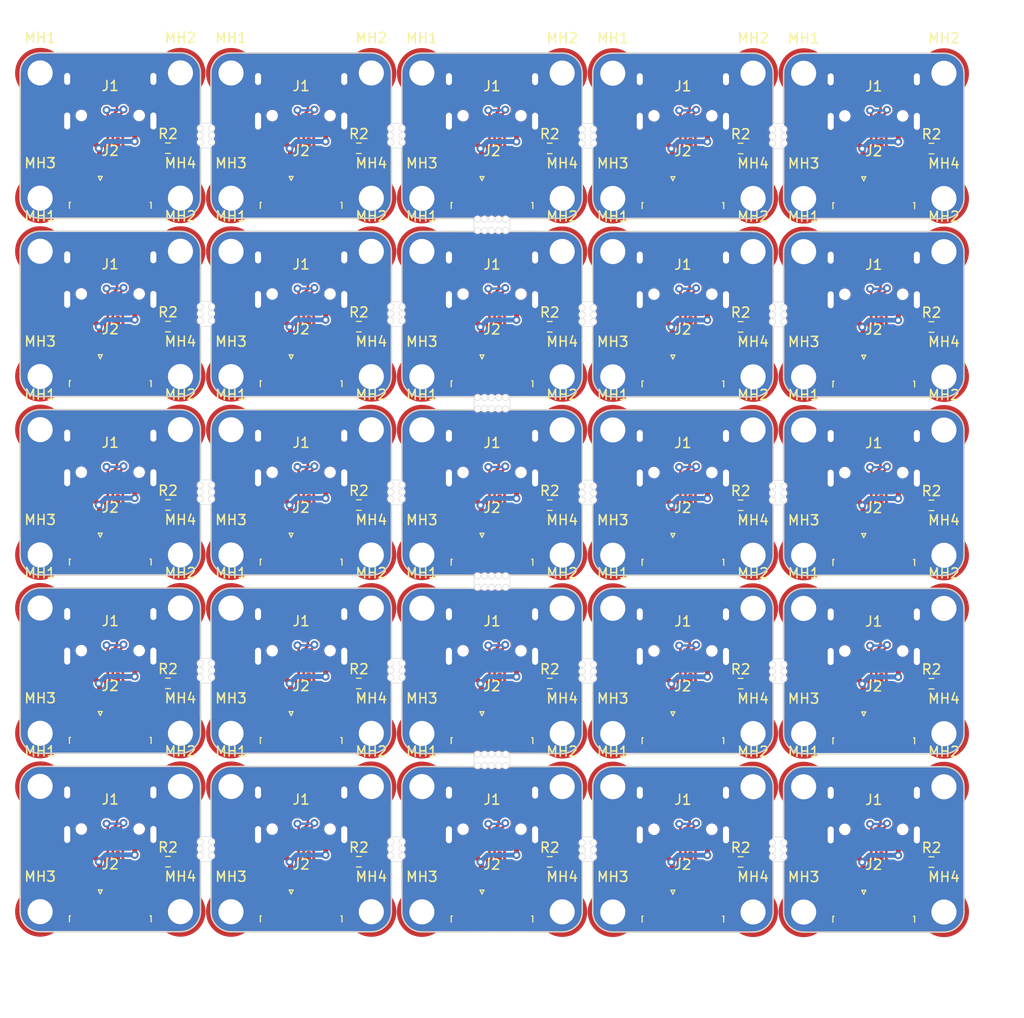
<source format=kicad_pcb>
(kicad_pcb (version 20240706) (generator "pcbnew") (generator_version "8.99")
  (title_block (title "Unified Daughterboard") (date "2020-03-22") (rev "C3") (company "Designed by the keyboard community"))
  (layers (0 "F.Cu" signal) (31 "B.Cu" signal) (34 "B.Paste" user) (35 "F.Paste" user) (36 "B.SilkS" user "B.Silkscreen") (37 "F.SilkS" user "F.Silkscreen") (38 "B.Mask" user) (39 "F.Mask" user) (44 "Edge.Cuts" user))
  (net 0 "")
  (net 1 "GND")
  (net 2 "VCC")
  (net 4 "DN")
  (net 6 "Net-(J1-CC1)")
  (net 7 "DP")
  (footprint "Connector_FFC-FPC:TE_0-1734839-5_1x05-1MP_P0.5mm_Horizontal" (layer "F.Cu") (at 53.6525 50.002)
    (property "Reference" "J2")
    (property "Value" "SM04B-SRSS-TB(LF)(SN)" (hide yes))
  )
  (footprint "MountingHole:MountingHole_2.5mm_Pad_TopOnly" (layer "F.Cu") (at 41.60733 33.817)
    (property "Reference" "MH4")
    (property "Value" "Mount-M2")
  )
  (footprint "MountingHole:MountingHole_2.5mm_Pad_TopOnly" (layer "F.Cu") (at 103.79601 87.257)
    (property "Reference" "MH3")
    (property "Value" "Mount-M2")
  )
  (footprint "MountingHole:MountingHole_2.5mm_Pad_TopOnly" (layer "F.Cu") (at 60.6545 87.227)
    (property "Reference" "MH4")
    (property "Value" "Mount-M2")
  )
  (footprint "MountingHole:MountingHole_2.5mm_Pad_TopOnly" (layer "F.Cu") (at 103.79601 39.157)
    (property "Reference" "MH1")
    (property "Value" "Mount-M2")
  )
  (footprint "Resistor_SMD:R_0603_1608Metric" (layer "F.Cu") (at 97.50601 28.86217)
    (property "Reference" "R2")
    (property "Value" "5.1k" (hide yes))
  )
  (footprint "MountingHole:MountingHole_2.5mm_Pad_TopOnly" (layer "F.Cu") (at 65.70167 74.737)
    (property "Reference" "MH1")
    (property "Value" "Mount-M2")
  )
  (footprint "Connector_FFC-FPC:TE_0-1734839-5_1x05-1MP_P0.5mm_Horizontal" (layer "F.Cu") (at 34.60533 85.592)
    (property "Reference" "J2")
    (property "Value" "SM04B-SRSS-TB(LF)(SN)" (hide yes))
  )
  (footprint "MountingHole:MountingHole_2.5mm_Pad_TopOnly" (layer "F.Cu") (at 103.79601 56.957)
    (property "Reference" "MH1")
    (property "Value" "Mount-M2")
  )
  (footprint "MountingHole:MountingHole_2.5mm_Pad_TopOnly" (layer "F.Cu") (at 46.6545 39.127)
    (property "Reference" "MH1")
    (property "Value" "Mount-M2")
  )
  (footprint "MountingHole:MountingHole_2.5mm_Pad_TopOnly" (layer "F.Cu") (at 98.74884 33.847)
    (property "Reference" "MH4")
    (property "Value" "Mount-M2")
  )
  (footprint "MountingHole:MountingHole_2.5mm_Pad_TopOnly" (layer "F.Cu") (at 60.6545 33.827)
    (property "Reference" "MH4")
    (property "Value" "Mount-M2")
  )
  (footprint "Resistor_SMD:R_0603_1608Metric" (layer "F.Cu") (at 116.55318 28.87217)
    (property "Reference" "R2")
    (property "Value" "5.1k" (hide yes))
  )
  (footprint "acheron_Connectors:TYPE-C-31-M-12" (layer "F.Cu") (at 53.6525 27.627 180)
    (property "Reference" "J1")
    (property "Value" "TYPE-C-31-M12_13" (hide yes))
  )
  (footprint "MountingHole:MountingHole_2.5mm_Pad_TopOnly" (layer "F.Cu") (at 65.70167 39.137)
    (property "Reference" "MH1")
    (property "Value" "Mount-M2")
  )
  (footprint "MountingHole:MountingHole_2.5mm_Pad_TopOnly" (layer "F.Cu") (at 27.60733 39.117)
    (property "Reference" "MH1")
    (property "Value" "Mount-M2")
  )
  (footprint "MountingHole:MountingHole_2.5mm_Pad_TopOnly" (layer "F.Cu") (at 117.79601 105.057)
    (property "Reference" "MH4")
    (property "Value" "Mount-M2")
  )
  (footprint "MountingHole:MountingHole_2.5mm_Pad_TopOnly" (layer "F.Cu") (at 98.74884 87.247)
    (property "Reference" "MH4")
    (property "Value" "Mount-M2")
  )
  (footprint "acheron_Connectors:TYPE-C-31-M-12" (layer "F.Cu") (at 110.79401 27.657 180)
    (property "Reference" "J1")
    (property "Value" "TYPE-C-31-M12_13" (hide yes))
  )
  (footprint "Resistor_SMD:R_0603_1608Metric" (layer "F.Cu") (at 97.50601 46.66217)
    (property "Reference" "R2")
    (property "Value" "5.1k" (hide yes))
  )
  (footprint "acheron_Connectors:TYPE-C-31-M-12" (layer "F.Cu") (at 72.69967 27.637 180)
    (property "Reference" "J1")
    (property "Value" "TYPE-C-31-M12_13" (hide yes))
  )
  (footprint "MountingHole:MountingHole_2.5mm_Pad_TopOnly" (layer "F.Cu") (at 27.60733 33.817)
    (property "Reference" "MH3")
    (property "Value" "Mount-M2")
  )
  (footprint "MountingHole:MountingHole_2.5mm_Pad_TopOnly" (layer "F.Cu") (at 117.79601 87.257)
    (property "Reference" "MH4")
    (property "Value" "Mount-M2")
  )
  (footprint "Resistor_SMD:R_0603_1608Metric" (layer "F.Cu") (at 116.55318 82.27217)
    (property "Reference" "R2")
    (property "Value" "5.1k" (hide yes))
  )
  (footprint "Resistor_SMD:R_0603_1608Metric" (layer "F.Cu") (at 116.55318 64.47217)
    (property "Reference" "R2")
    (property "Value" "5.1k" (hide yes))
  )
  (footprint "acheron_Connectors:TYPE-C-31-M-12" (layer "F.Cu") (at 91.74684 45.447 180)
    (property "Reference" "J1")
    (property "Value" "TYPE-C-31-M12_13" (hide yes))
  )
  (footprint "acheron_Connectors:TYPE-C-31-M-12" (layer "F.Cu") (at 110.79401 63.257 180)
    (property "Reference" "J1")
    (property "Value" "TYPE-C-31-M12_13" (hide yes))
  )
  (footprint "MountingHole:MountingHole_2.5mm_Pad_TopOnly" (layer "F.Cu") (at 98.74884 56.947)
    (property "Reference" "MH2")
    (property "Value" "Mount-M2")
  )
  (footprint "MountingHole:MountingHole_2.5mm_Pad_TopOnly" (layer "F.Cu") (at 41.60733 74.717)
    (property "Reference" "MH2")
    (property "Value" "Mount-M2")
  )
  (footprint "MountingHole:MountingHole_2.5mm_Pad_TopOnly" (layer "F.Cu") (at 46.6545 69.427)
    (property "Reference" "MH3")
    (property "Value" "Mount-M2")
  )
  (footprint "MountingHole:MountingHole_2.5mm_Pad_TopOnly" (layer "F.Cu") (at 84.74884 56.947)
    (property "Reference" "MH1")
    (property "Value" "Mount-M2")
  )
  (footprint "Connector_FFC-FPC:TE_0-1734839-5_1x05-1MP_P0.5mm_Horizontal" (layer "F.Cu") (at 110.79401 50.032)
    (property "Reference" "J2")
    (property "Value" "SM04B-SRSS-TB(LF)(SN)" (hide yes))
  )
  (footprint "MountingHole:MountingHole_2.5mm_Pad_TopOnly" (layer "F.Cu") (at 84.74884 105.047)
    (property "Reference" "MH3")
    (property "Value" "Mount-M2")
  )
  (footprint "MountingHole:MountingHole_2.5mm_Pad_TopOnly" (layer "F.Cu") (at 27.60733 21.317)
    (property "Reference" "MH1")
    (property "Value" "Mount-M2")
  )
  (footprint "MountingHole:MountingHole_2.5mm_Pad_TopOnly" (layer "F.Cu") (at 79.70167 21.337)
    (property "Reference" "MH2")
    (property "Value" "Mount-M2")
  )
  (footprint "MountingHole:MountingHole_2.5mm_Pad_TopOnly" (layer "F.Cu") (at 27.60733 74.717)
    (property "Reference" "MH1")
    (property "Value" "Mount-M2")
  )
  (footprint "MountingHole:MountingHole_2.5mm_Pad_TopOnly" (layer "F.Cu") (at 65.70167 87.237)
    (property "Reference" "MH3")
    (property "Value" "Mount-M2")
  )
  (footprint "MountingHole:MountingHole_2.5mm_Pad_TopOnly" (layer "F.Cu") (at 84.74884 39.147)
    (property "Reference" "MH1")
    (property "Value" "Mount-M2")
  )
  (footprint "MountingHole:MountingHole_2.5mm_Pad_TopOnly" (layer "F.Cu") (at 84.74884 74.747)
    (property "Reference" "MH1")
    (property "Value" "Mount-M2")
  )
  (footprint "acheron_Connectors:TYPE-C-31-M-12" (layer "F.Cu") (at 72.69967 81.037 180)
    (property "Reference" "J1")
    (property "Value" "TYPE-C-31-M12_13" (hide yes))
  )
  (footprint "MountingHole:MountingHole_2.5mm_Pad_TopOnly" (layer "F.Cu") (at 79.70167 74.737)
    (property "Reference" "MH2")
    (property "Value" "Mount-M2")
  )
  (footprint "acheron_Connectors:TYPE-C-31-M-12" (layer "F.Cu") (at 110.79401 45.457 180)
    (property "Reference" "J1")
    (property "Value" "TYPE-C-31-M12_13" (hide yes))
  )
  (footprint "Resistor_SMD:R_0603_1608Metric" (layer "F.Cu") (at 78.45884 64.45217)
    (property "Reference" "R2")
    (property "Value" "5.1k" (hide yes))
  )
  (footprint "MountingHole:MountingHole_2.5mm_Pad_TopOnly" (layer "F.Cu") (at 79.70167 39.137)
    (property "Reference" "MH2")
    (property "Value" "Mount-M2")
  )
  (footprint "acheron_Connectors:TYPE-C-31-M-12" (layer "F.Cu") (at 72.69967 63.237 180)
    (property "Reference" "J1")
    (property "Value" "TYPE-C-31-M12_13" (hide yes))
  )
  (footprint "Resistor_SMD:R_0603_1608Metric" (layer "F.Cu") (at 78.45884 28.85217)
    (property "Reference" "R2")
    (property "Value" "5.1k" (hide yes))
  )
  (footprint "MountingHole:MountingHole_2.5mm_Pad_TopOnly" (layer "F.Cu") (at 60.6545 92.527)
    (property "Reference" "MH2")
    (property "Value" "Mount-M2")
  )
  (footprint "MountingHole:MountingHole_2.5mm_Pad_TopOnly" (layer "F.Cu") (at 117.79601 56.957)
    (property "Reference" "MH2")
    (property "Value" "Mount-M2" (hide yes))
  )
  (footprint "MountingHole:MountingHole_2.5mm_Pad_TopOnly" (layer "F.Cu") (at 60.6545 74.727)
    (property "Reference" "MH2")
    (property "Value" "Mount-M2")
  )
  (footprint "MountingHole:MountingHole_2.5mm_Pad_TopOnly" (layer "F.Cu") (at 98.74884 51.647)
    (property "Reference" "MH4")
    (property "Value" "Mount-M2")
  )
  (footprint "MountingHole:MountingHole_2.5mm_Pad_TopOnly" (layer "F.Cu") (at 41.60733 39.117)
    (property "Reference" "MH2")
    (property "Value" "Mount-M2")
  )
  (footprint "acheron_Connectors:TYPE-C-31-M-12" (layer "F.Cu") (at 34.60533 81.017 180)
    (property "Reference" "J1")
    (property "Value" "TYPE-C-31-M12_13" (hide yes))
  )
  (footprint "MountingHole:MountingHole_2.5mm_Pad_TopOnly" (layer "F.Cu") (at 103.79601 21.357)
    (property "Reference" "MH1")
    (property "Value" "Mount-M2")
  )
  (footprint "Resistor_SMD:R_0603_1608Metric" (layer "F.Cu") (at 59.41167 64.44217)
    (property "Reference" "R2")
    (property "Value" "5.1k" (hide yes))
  )
  (footprint "Connector_FFC-FPC:TE_0-1734839-5_1x05-1MP_P0.5mm_Horizontal" (layer "F.Cu") (at 34.60533 67.792)
    (property "Reference" "J2")
    (property "Value" "SM04B-SRSS-TB(LF)(SN)" (hide yes))
  )
  (footprint "MountingHole:MountingHole_2.5mm_Pad_TopOnly" (layer "F.Cu") (at 46.6545 105.027)
    (property "Reference" "MH3")
    (property "Value" "Mount-M2")
  )
  (footprint "MountingHole:MountingHole_2.5mm_Pad_TopOnly" (layer "F.Cu") (at 60.6545 51.627)
    (property "Reference" "MH4")
    (property "Value" "Mount-M2")
  )
  (footprint "MountingHole:MountingHole_2.5mm_Pad_TopOnly" (layer "F.Cu") (at 79.70167 33.837)
    (property "Reference" "MH4")
    (property "Value" "Mount-M2")
  )
  (footprint "Resistor_SMD:R_0603_1608Metric" (layer "F.Cu") (at 78.45884 82.25217)
    (property "Reference" "R2")
    (property "Value" "5.1k" (hide yes))
  )
  (footprint "MountingHole:MountingHole_2.5mm_Pad_TopOnly" (layer "F.Cu") (at 103.79601 92.557)
    (property "Reference" "MH1")
    (property "Value" "Mount-M2")
  )
  (footprint "Connector_FFC-FPC:TE_0-1734839-5_1x05-1MP_P0.5mm_Horizontal" (layer "F.Cu") (at 72.69967 67.812)
    (property "Reference" "J2")
    (property "Value" "SM04B-SRSS-TB(LF)(SN)" (hide yes))
  )
  (footprint "MountingHole:MountingHole_2.5mm_Pad_TopOnly" (layer "F.Cu") (at 46.6545 92.527)
    (property "Reference" "MH1")
    (property "Value" "Mount-M2")
  )
  (footprint "MountingHole:MountingHole_2.5mm_Pad_TopOnly" (layer "F.Cu") (at 27.60733 69.417)
    (property "Reference" "MH3")
    (property "Value" "Mount-M2")
  )
  (footprint "acheron_Connectors:TYPE-C-31-M-12" (layer "F.Cu") (at 53.6525 98.827 180)
    (property "Reference" "J1")
    (property "Value" "TYPE-C-31-M12_13" (hide yes))
  )
  (footprint "MountingHole:MountingHole_2.5mm_Pad_TopOnly" (layer "F.Cu") (at 65.70167 21.337)
    (property "Reference" "MH1")
    (property "Value" "Mount-M2")
  )
  (footprint "MountingHole:MountingHole_2.5mm_Pad_TopOnly" (layer "F.Cu") (at 46.6545 33.827)
    (property "Reference" "MH3")
    (property "Value" "Mount-M2")
  )
  (footprint "acheron_Connectors:TYPE-C-31-M-12" (layer "F.Cu") (at 53.6525 45.427 180)
    (property "Reference" "J1")
    (property "Value" "TYPE-C-31-M12_13" (hide yes))
  )
  (footprint "MountingHole:MountingHole_2.5mm_Pad_TopOnly" (layer "F.Cu") (at 84.74884 51.647)
    (property "Reference" "MH3")
    (property "Value" "Mount-M2")
  )
  (footprint "MountingHole:MountingHole_2.5mm_Pad_TopOnly" (layer "F.Cu") (at 98.74884 105.047)
    (property "Reference" "MH4")
    (property "Value" "Mount-M2")
  )
  (footprint "Connector_FFC-FPC:TE_0-1734839-5_1x05-1MP_P0.5mm_Horizontal" (layer "F.Cu") (at 110.79401 103.432)
    (property "Reference" "J2")
    (property "Value" "SM04B-SRSS-TB(LF)(SN)" (hide yes))
  )
  (footprint "Connector_FFC-FPC:TE_0-1734839-5_1x05-1MP_P0.5mm_Horizontal" (layer "F.Cu") (at 110.79401 32.232)
    (property "Reference" "J2")
    (property "Value" "SM04B-SRSS-TB(LF)(SN)" (hide yes))
  )
  (footprint "MountingHole:MountingHole_2.5mm_Pad_TopOnly" (layer "F.Cu") (at 27.60733 92.517)
    (property "Reference" "MH1")
    (property "Value" "Mount-M2")
  )
  (footprint "acheron_Connectors:TYPE-C-31-M-12" (layer "F.Cu") (at 34.60533 98.817 180)
    (property "Reference" "J1")
    (property "Value" "TYPE-C-31-M12_13" (hide yes))
  )
  (footprint "acheron_Connectors:TYPE-C-31-M-12" (layer "F.Cu") (at 72.69967 45.437 180)
    (property "Reference" "J1")
    (property "Value" "TYPE-C-31-M12_13" (hide yes))
  )
  (footprint "MountingHole:MountingHole_2.5mm_Pad_TopOnly" (layer "F.Cu") (at 103.79601 74.757)
    (property "Reference" "MH1")
    (property "Value" "Mount-M2")
  )
  (footprint "Resistor_SMD:R_0603_1608Metric" (layer "F.Cu") (at 59.41167 100.04217)
    (property "Reference" "R2")
    (property "Value" "5.1k" (hide yes))
  )
  (footprint "Resistor_SMD:R_0603_1608Metric" (layer "F.Cu") (at 59.41167 28.84217)
    (property "Reference" "R2")
    (property "Value" "5.1k" (hide yes))
  )
  (footprint "MountingHole:MountingHole_2.5mm_Pad_TopOnly" (layer "F.Cu") (at 79.70167 51.637)
    (property "Reference" "MH4")
    (property "Value" "Mount-M2")
  )
  (footprint "MountingHole:MountingHole_2.5mm_Pad_TopOnly" (layer "F.Cu") (at 84.74884 21.347)
    (property "Reference" "MH1")
    (property "Value" "Mount-M2")
  )
  (footprint "MountingHole:MountingHole_2.5mm_Pad_TopOnly" (layer "F.Cu") (at 103.79601 105.057)
    (property "Reference" "MH3")
    (property "Value" "Mount-M2")
  )
  (footprint "acheron_Connectors:TYPE-C-31-M-12" (layer "F.Cu") (at 91.74684 63.247 180)
    (property "Reference" "J1")
    (property "Value" "TYPE-C-31-M12_13" (hide yes))
  )
  (footprint "acheron_Connectors:TYPE-C-31-M-12" (layer "F.Cu") (at 34.60533 63.217 180)
    (property "Reference" "J1")
    (property "Value" "TYPE-C-31-M12_13" (hide yes))
  )
  (footprint "acheron_Connectors:TYPE-C-31-M-12" (layer "F.Cu") (at 34.60533 45.417 180)
    (property "Reference" "J1")
    (property "Value" "TYPE-C-31-M12_13" (hide yes))
  )
  (footprint "MountingHole:MountingHole_2.5mm_Pad_TopOnly" (layer "F.Cu") (at 117.79601 21.357)
    (property "Reference" "MH2")
    (property "Value" "Mount-M2" (hide yes))
  )
  (footprint "MountingHole:MountingHole_2.5mm_Pad_TopOnly" (layer "F.Cu") (at 79.70167 69.437)
    (property "Reference" "MH4")
    (property "Value" "Mount-M2")
  )
  (footprint "MountingHole:MountingHole_2.5mm_Pad_TopOnly" (layer "F.Cu") (at 98.74884 74.747)
    (property "Reference" "MH2")
    (property "Value" "Mount-M2")
  )
  (footprint "MountingHole:MountingHole_2.5mm_Pad_TopOnly" (layer "F.Cu") (at 41.60733 92.517)
    (property "Reference" "MH2")
    (property "Value" "Mount-M2")
  )
  (footprint "MountingHole:MountingHole_2.5mm_Pad_TopOnly" (layer "F.Cu") (at 117.79601 39.157)
    (property "Reference" "MH2")
    (property "Value" "Mount-M2" (hide yes))
  )
  (footprint "Resistor_SMD:R_0603_1608Metric" (layer "F.Cu") (at 116.55318 100.07217)
    (property "Reference" "R2")
    (property "Value" "5.1k" (hide yes))
  )
  (footprint "Resistor_SMD:R_0603_1608Metric" (layer "F.Cu") (at 97.50601 100.06217)
    (property "Reference" "R2")
    (property "Value" "5.1k" (hide yes))
  )
  (footprint "MountingHole:MountingHole_2.5mm_Pad_TopOnly" (layer "F.Cu") (at 79.70167 92.537)
    (property "Reference" "MH2")
    (property "Value" "Mount-M2")
  )
  (footprint "MountingHole:MountingHole_2.5mm_Pad_TopOnly" (layer "F.Cu") (at 27.60733 105.017)
    (property "Reference" "MH3")
    (property "Value" "Mount-M2")
  )
  (footprint "acheron_Connectors:TYPE-C-31-M-12" (layer "F.Cu") (at 91.74684 98.847 180)
    (property "Reference" "J1")
    (property "Value" "TYPE-C-31-M12_13" (hide yes))
  )
  (footprint "MountingHole:MountingHole_2.5mm_Pad_TopOnly" (layer "F.Cu") (at 103.79601 69.457)
    (property "Reference" "MH3")
    (property "Value" "Mount-M2")
  )
  (footprint "MountingHole:MountingHole_2.5mm_Pad_TopOnly" (layer "F.Cu") (at 79.70167 87.237)
    (property "Reference" "MH4")
    (property "Value" "Mount-M2")
  )
  (footprint "MountingHole:MountingHole_2.5mm_Pad_TopOnly" (layer "F.Cu") (at 41.60733 56.917)
    (property "Reference" "MH2")
    (property "Value" "Mount-M2")
  )
  (footprint "MountingHole:MountingHole_2.5mm_Pad_TopOnly" (layer "F.Cu") (at 84.74884 33.847)
    (property "Reference" "MH3")
    (property "Value" "Mount-M2")
  )
  (footprint "Connector_FFC-FPC:TE_0-1734839-5_1x05-1MP_P0.5mm_Horizontal" (layer "F.Cu") (at 110.79401 85.632)
    (property "Reference" "J2")
    (property "Value" "SM04B-SRSS-TB(LF)(SN)" (hide yes))
  )
  (footprint "Connector_FFC-FPC:TE_0-1734839-5_1x05-1MP_P0.5mm_Horizontal" (layer "F.Cu") (at 53.6525 85.602)
    (property "Reference" "J2")
    (property "Value" "SM04B-SRSS-TB(LF)(SN)" (hide yes))
  )
  (footprint "Resistor_SMD:R_0603_1608Metric" (layer "F.Cu") (at 97.50601 82.26217)
    (property "Reference" "R2")
    (property "Value" "5.1k" (hide yes))
  )
  (footprint "MountingHole:MountingHole_2.5mm_Pad_TopOnly" (layer "F.Cu") (at 98.74884 21.347)
    (property "Reference" "MH2")
    (property "Value" "Mount-M2")
  )
  (footprint "Connector_FFC-FPC:TE_0-1734839-5_1x05-1MP_P0.5mm_Horizontal" (layer "F.Cu") (at 34.60533 49.992)
    (property "Reference" "J2")
    (property "Value" "SM04B-SRSS-TB(LF)(SN)" (hide yes))
  )
  (footprint "MountingHole:MountingHole_2.5mm_Pad_TopOnly" (layer "F.Cu") (at 98.74884 92.547)
    (property "Reference" "MH2")
    (property "Value" "Mount-M2")
  )
  (footprint "MountingHole:MountingHole_2.5mm_Pad_TopOnly" (layer "F.Cu") (at 84.74884 92.547)
    (property "Reference" "MH1")
    (property "Value" "Mount-M2")
  )
  (footprint "MountingHole:MountingHole_2.5mm_Pad_TopOnly" (layer "F.Cu") (at 65.70167 56.937)
    (property "Reference" "MH1")
    (property "Value" "Mount-M2")
  )
  (footprint "Connector_FFC-FPC:TE_0-1734839-5_1x05-1MP_P0.5mm_Horizontal" (layer "F.Cu") (at 91.74684 85.622)
    (property "Reference" "J2")
    (property "Value" "SM04B-SRSS-TB(LF)(SN)" (hide yes))
  )
  (footprint "MountingHole:MountingHole_2.5mm_Pad_TopOnly" (layer "F.Cu") (at 41.60733 21.317)
    (property "Reference" "MH2")
    (property "Value" "Mount-M2")
  )
  (footprint "acheron_Connectors:TYPE-C-31-M-12" (layer "F.Cu") (at 91.74684 81.047 180)
    (property "Reference" "J1")
    (property "Value" "TYPE-C-31-M12_13" (hide yes))
  )
  (footprint "Resistor_SMD:R_0603_1608Metric" (layer "F.Cu") (at 59.41167 82.24217)
    (property "Reference" "R2")
    (property "Value" "5.1k" (hide yes))
  )
  (footprint "Resistor_SMD:R_0603_1608Metric" (layer "F.Cu") (at 59.41167 46.64217)
    (property "Reference" "R2")
    (property "Value" "5.1k" (hide yes))
  )
  (footprint "acheron_Connectors:TYPE-C-31-M-12" (layer "F.Cu") (at 110.79401 81.057 180)
    (property "Reference" "J1")
    (property "Value" "TYPE-C-31-M12_13" (hide yes))
  )
  (footprint "MountingHole:MountingHole_2.5mm_Pad_TopOnly" (layer "F.Cu") (at 60.6545 39.127)
    (property "Reference" "MH2")
    (property "Value" "Mount-M2")
  )
  (footprint "Connector_FFC-FPC:TE_0-1734839-5_1x05-1MP_P0.5mm_Horizontal" (layer "F.Cu") (at 91.74684 67.822)
    (property "Reference" "J2")
    (property "Value" "SM04B-SRSS-TB(LF)(SN)" (hide yes))
  )
  (footprint "MountingHole:MountingHole_2.5mm_Pad_TopOnly" (layer "F.Cu") (at 46.6545 87.227)
    (property "Reference" "MH3")
    (property "Value" "Mount-M2")
  )
  (footprint "MountingHole:MountingHole_2.5mm_Pad_TopOnly" (layer "F.Cu") (at 46.6545 56.927)
    (property "Reference" "MH1")
    (property "Value" "Mount-M2")
  )
  (footprint "MountingHole:MountingHole_2.5mm_Pad_TopOnly" (layer "F.Cu") (at 41.60733 105.017)
    (property "Reference" "MH4")
    (property "Value" "Mount-M2")
  )
  (footprint "MountingHole:MountingHole_2.5mm_Pad_TopOnly" (layer "F.Cu") (at 117.79601 33.857)
    (property "Reference" "MH4")
    (property "Value" "Mount-M2")
  )
  (footprint "acheron_Connectors:TYPE-C-31-M-12" (layer "F.Cu") (at 53.6525 81.027 180)
    (property "Reference" "J1")
    (property "Value" "TYPE-C-31-M12_13" (hide yes))
  )
  (footprint "MountingHole:MountingHole_2.5mm_Pad_TopOnly" (layer "F.Cu") (at 46.6545 51.627)
    (property "Reference" "MH3")
    (property "Value" "Mount-M2")
  )
  (footprint "MountingHole:MountingHole_2.5mm_Pad_TopOnly" (layer "F.Cu") (at 46.6545 74.727)
    (property "Reference" "MH1")
    (property "Value" "Mount-M2")
  )
  (footprint "Connector_FFC-FPC:TE_0-1734839-5_1x05-1MP_P0.5mm_Horizontal" (layer "F.Cu") (at 91.74684 50.022)
    (property "Reference" "J2")
    (property "Value" "SM04B-SRSS-TB(LF)(SN)" (hide yes))
  )
  (footprint "Resistor_SMD:R_0603_1608Metric" (layer "F.Cu") (at 40.3645 100.03217)
    (property "Reference" "R2")
    (property "Value" "5.1k" (hide yes))
  )
  (footprint "acheron_Connectors:TYPE-C-31-M-12" (layer "F.Cu") (at 91.74684 27.647 180)
    (property "Reference" "J1")
    (property "Value" "TYPE-C-31-M12_13" (hide yes))
  )
  (footprint "MountingHole:MountingHole_2.5mm_Pad_TopOnly" (layer "F.Cu") (at 103.79601 33.857)
    (property "Reference" "MH3")
    (property "Value" "Mount-M2")
  )
  (footprint "MountingHole:MountingHole_2.5mm_Pad_TopOnly" (layer "F.Cu") (at 84.74884 87.247)
    (property "Reference" "MH3")
    (property "Value" "Mount-M2")
  )
  (footprint "Connector_FFC-FPC:TE_0-1734839-5_1x05-1MP_P0.5mm_Horizontal" (layer "F.Cu") (at 91.74684 103.422)
    (property "Reference" "J2")
    (property "Value" "SM04B-SRSS-TB(LF)(SN)" (hide yes))
  )
  (footprint "MountingHole:MountingHole_2.5mm_Pad_TopOnly" (layer "F.Cu") (at 60.6545 56.927)
    (property "Reference" "MH2")
    (property "Value" "Mount-M2")
  )
  (footprint "Connector_FFC-FPC:TE_0-1734839-5_1x05-1MP_P0.5mm_Horizontal" (layer "F.Cu") (at 53.6525 103.402)
    (property "Reference" "J2")
    (property "Value" "SM04B-SRSS-TB(LF)(SN)" (hide yes))
  )
  (footprint "acheron_Connectors:TYPE-C-31-M-12" (layer "F.Cu") (at 53.6525 63.227 180)
    (property "Reference" "J1")
    (property "Value" "TYPE-C-31-M12_13" (hide yes))
  )
  (footprint "MountingHole:MountingHole_2.5mm_Pad_TopOnly" (layer "F.Cu") (at 65.70167 69.437)
    (property "Reference" "MH3")
    (property "Value" "Mount-M2")
  )
  (footprint "Resistor_SMD:R_0603_1608Metric" (layer "F.Cu") (at 78.45884 100.05217)
    (property "Reference" "R2")
    (property "Value" "5.1k" (hide yes))
  )
  (footprint "Connector_FFC-FPC:TE_0-1734839-5_1x05-1MP_P0.5mm_Horizontal" (layer "F.Cu") (at 110.79401 67.832)
    (property "Reference" "J2")
    (property "Value" "SM04B-SRSS-TB(LF)(SN)" (hide yes))
  )
  (footprint "MountingHole:MountingHole_2.5mm_Pad_TopOnly" (layer "F.Cu") (at 65.70167 33.837)
    (property "Reference" "MH3")
    (property "Value" "Mount-M2")
  )
  (footprint "MountingHole:MountingHole_2.5mm_Pad_TopOnly" (layer "F.Cu") (at 103.79601 51.657)
    (property "Reference" "MH3")
    (property "Value" "Mount-M2")
  )
  (footprint "MountingHole:MountingHole_2.5mm_Pad_TopOnly" (layer "F.Cu") (at 117.79601 51.657)
    (property "Reference" "MH4")
    (property "Value" "Mount-M2")
  )
  (footprint "MountingHole:MountingHole_2.5mm_Pad_TopOnly" (layer "F.Cu") (at 27.60733 87.217)
    (property "Reference" "MH3")
    (property "Value" "Mount-M2")
  )
  (footprint "Connector_FFC-FPC:TE_0-1734839-5_1x05-1MP_P0.5mm_Horizontal" (layer "F.Cu") (at 34.60533 103.392)
    (property "Reference" "J2")
    (property "Value" "SM04B-SRSS-TB(LF)(SN)" (hide yes))
  )
  (footprint "MountingHole:MountingHole_2.5mm_Pad_TopOnly" (layer "F.Cu") (at 60.6545 105.027)
    (property "Reference" "MH4")
    (property "Value" "Mount-M2")
  )
  (footprint "MountingHole:MountingHole_2.5mm_Pad_TopOnly" (layer "F.Cu") (at 60.6545 21.327)
    (property "Reference" "MH2")
    (property "Value" "Mount-M2")
  )
  (footprint "MountingHole:MountingHole_2.5mm_Pad_TopOnly" (layer "F.Cu") (at 60.6545 69.427)
    (property "Reference" "MH4")
    (property "Value" "Mount-M2")
  )
  (footprint "Resistor_SMD:R_0603_1608Metric" (layer "F.Cu") (at 97.50601 64.46217)
    (property "Reference" "R2")
    (property "Value" "5.1k" (hide yes))
  )
  (footprint "Connector_FFC-FPC:TE_0-1734839-5_1x05-1MP_P0.5mm_Horizontal" (layer "F.Cu") (at 72.69967 103.412)
    (property "Reference" "J2")
    (property "Value" "SM04B-SRSS-TB(LF)(SN)" (hide yes))
  )
  (footprint "MountingHole:MountingHole_2.5mm_Pad_TopOnly" (layer "F.Cu") (at 41.60733 51.617)
    (property "Reference" "MH4")
    (property "Value" "Mount-M2")
  )
  (footprint "Connector_FFC-FPC:TE_0-1734839-5_1x05-1MP_P0.5mm_Horizontal" (layer "F.Cu") (at 53.6525 67.802)
    (property "Reference" "J2")
    (property "Value" "SM04B-SRSS-TB(LF)(SN)" (hide yes))
  )
  (footprint "Connector_FFC-FPC:TE_0-1734839-5_1x05-1MP_P0.5mm_Horizontal" (layer "F.Cu") (at 72.69967 32.212)
    (property "Reference" "J2")
    (property "Value" "SM04B-SRSS-TB(LF)(SN)" (hide yes))
  )
  (footprint "MountingHole:MountingHole_2.5mm_Pad_TopOnly" (layer "F.Cu") (at 65.70167 92.537)
    (property "Reference" "MH1")
    (property "Value" "Mount-M2")
  )
  (footprint "MountingHole:MountingHole_2.5mm_Pad_TopOnly" (layer "F.Cu") (at 27.60733 51.617)
    (property "Reference" "MH3")
    (property "Value" "Mount-M2")
  )
  (footprint "MountingHole:MountingHole_2.5mm_Pad_TopOnly" (layer "F.Cu") (at 79.70167 56.937)
    (property "Reference" "MH2")
    (property "Value" "Mount-M2")
  )
  (footprint "MountingHole:MountingHole_2.5mm_Pad_TopOnly" (layer "F.Cu") (at 98.74884 39.147)
    (property "Reference" "MH2")
    (property "Value" "Mount-M2")
  )
  (footprint "MountingHole:MountingHole_2.5mm_Pad_TopOnly" (layer "F.Cu") (at 117.79601 74.757)
    (property "Reference" "MH2")
    (property "Value" "Mount-M2" (hide yes))
  )
  (footprint "Resistor_SMD:R_0603_1608Metric" (layer "F.Cu") (at 40.3645 82.23217)
    (property "Reference" "R2")
    (property "Value" "5.1k" (hide yes))
  )
  (footprint "MountingHole:MountingHole_2.5mm_Pad_TopOnly" (layer "F.Cu") (at 65.70167 105.037)
    (property "Reference" "MH3")
    (property "Value" "Mount-M2")
  )
  (footprint "MountingHole:MountingHole_2.5mm_Pad_TopOnly" (layer "F.Cu") (at 117.79601 69.457)
    (property "Reference" "MH4")
    (property "Value" "Mount-M2")
  )
  (footprint "Connector_FFC-FPC:TE_0-1734839-5_1x05-1MP_P0.5mm_Horizontal" (layer "F.Cu") (at 72.69967 50.012)
    (property "Reference" "J2")
    (property "Value" "SM04B-SRSS-TB(LF)(SN)" (hide yes))
  )
  (footprint "Connector_FFC-FPC:TE_0-1734839-5_1x05-1MP_P0.5mm_Horizontal" (layer "F.Cu") (at 53.6525 32.202)
    (property "Reference" "J2")
    (property "Value" "SM04B-SRSS-TB(LF)(SN)" (hide yes))
  )
  (footprint "Connector_FFC-FPC:TE_0-1734839-5_1x05-1MP_P0.5mm_Horizontal" (layer "F.Cu") (at 91.74684 32.222)
    (property "Reference" "J2")
    (property "Value" "SM04B-SRSS-TB(LF)(SN)" (hide yes))
  )
  (footprint "MountingHole:MountingHole_2.5mm_Pad_TopOnly" (layer "F.Cu") (at 27.60733 56.917)
    (property "Reference" "MH1")
    (property "Value" "Mount-M2")
  )
  (footprint "acheron_Connectors:TYPE-C-31-M-12" (layer "F.Cu") (at 34.60533 27.617 180)
    (property "Reference" "J1")
    (property "Value" "TYPE-C-31-M12_13" (hide yes))
  )
  (footprint "Resistor_SMD:R_0603_1608Metric" (layer "F.Cu") (at 116.55318 46.67217)
    (property "Reference" "R2")
    (property "Value" "5.1k" (hide yes))
  )
  (footprint "acheron_Connectors:TYPE-C-31-M-12" (layer "F.Cu") (at 110.79401 98.857 180)
    (property "Reference" "J1")
    (property "Value" "TYPE-C-31-M12_13" (hide yes))
  )
  (footprint "Connector_FFC-FPC:TE_0-1734839-5_1x05-1MP_P0.5mm_Horizontal" (layer "F.Cu") (at 72.69967 85.612)
    (property "Reference" "J2")
    (property "Value" "SM04B-SRSS-TB(LF)(SN)" (hide yes))
  )
  (footprint "Resistor_SMD:R_0603_1608Metric" (layer "F.Cu") (at 40.3645 28.83217)
    (property "Reference" "R2")
    (property "Value" "5.1k" (hide yes))
  )
  (footprint "MountingHole:MountingHole_2.5mm_Pad_TopOnly" (layer "F.Cu") (at 65.70167 51.637)
    (property "Reference" "MH3")
    (property "Value" "Mount-M2")
  )
  (footprint "Resistor_SMD:R_0603_1608Metric" (layer "F.Cu") (at 78.45884 46.65217)
    (property "Reference" "R2")
    (property "Value" "5.1k" (hide yes))
  )
  (footprint "MountingHole:MountingHole_2.5mm_Pad_TopOnly" (layer "F.Cu") (at 117.79601 92.557)
    (property "Reference" "MH2")
    (property "Value" "Mount-M2" (hide yes))
  )
  (footprint "MountingHole:MountingHole_2.5mm_Pad_TopOnly" (layer "F.Cu") (at 46.6545 21.327)
    (property "Reference" "MH1")
    (property "Value" "Mount-M2")
  )
  (footprint "MountingHole:MountingHole_2.5mm_Pad_TopOnly" (layer "F.Cu") (at 98.74884 69.447)
    (property "Reference" "MH4")
    (property "Value" "Mount-M2")
  )
  (footprint "MountingHole:MountingHole_2.5mm_Pad_TopOnly" (layer "F.Cu") (at 79.70167 105.037)
    (property "Reference" "MH4")
    (property "Value" "Mount-M2")
  )
  (footprint "Resistor_SMD:R_0603_1608Metric" (layer "F.Cu") (at 40.3645 46.63217)
    (property "Reference" "R2")
    (property "Value" "5.1k" (hide yes))
  )
  (footprint "MountingHole:MountingHole_2.5mm_Pad_TopOnly" (layer "F.Cu") (at 41.60733 87.217)
    (property "Reference" "MH4")
    (property "Value" "Mount-M2")
  )
  (footprint "MountingHole:MountingHole_2.5mm_Pad_TopOnly" (layer "F.Cu") (at 41.60733 69.417)
    (property "Reference" "MH4")
    (property "Value" "Mount-M2")
  )
  (footprint "acheron_Connectors:TYPE-C-31-M-12" (layer "F.Cu") (at 72.69967 98.837 180)
    (property "Reference" "J1")
    (property "Value" "TYPE-C-31-M12_13" (hide yes))
  )
  (footprint "Resistor_SMD:R_0603_1608Metric" (layer "F.Cu") (at 40.3645 64.43217)
    (property "Reference" "R2")
    (property "Value" "5.1k" (hide yes))
  )
  (footprint "MountingHole:MountingHole_2.5mm_Pad_TopOnly" (layer "F.Cu") (at 84.74884 69.447)
    (property "Reference" "MH3")
    (property "Value" "Mount-M2")
  )
  (footprint "Connector_FFC-FPC:TE_0-1734839-5_1x05-1MP_P0.5mm_Horizontal" (layer "F.Cu") (at 34.60533 32.192)
    (property "Reference" "J2")
    (property "Value" "SM04B-SRSS-TB(LF)(SN)" (hide yes))
  )
  (gr_arc (start 103.79601 53.657) (mid 102.381791 53.071219) (end 101.79601 51.657) (stroke (width 0.15)) (layer "Edge.Cuts"))
  (gr_line (start 27.60733 54.917) (end 41.60733 54.917) (stroke (width 0.15)) (layer "Edge.Cuts"))
  (gr_line (start 70.9025 53.643) (end 65.70167 53.637) (stroke (width 0.15)) (layer "Edge.Cuts"))
  (gr_arc (start 27.60733 53.617) (mid 26.193116 53.031214) (end 25.60733 51.617) (stroke (width 0.15)) (layer "Edge.Cuts"))
  (gr_arc (start 27.60733 107.017) (mid 26.193116 106.431214) (end 25.60733 105.017) (stroke (width 0.15)) (layer "Edge.Cuts"))
  (gr_line (start 74.50084 53.631) (end 74.50084 54.931) (stroke (width 0.05)) (layer "Edge.Cuts"))
  (gr_circle (center 81.7025 28.343) (end 82.0025 28.343) (stroke (width 0.05)) (fill none) (layer "Edge.Cuts"))
  (gr_circle (center 101.8025 46.143) (end 102.1025 46.143) (stroke (width 0.05)) (fill none) (layer "Edge.Cuts"))
  (gr_arc (start 43.60733 69.417) (mid 43.021544 70.831214) (end 41.60733 71.417) (stroke (width 0.15)) (layer "Edge.Cuts"))
  (gr_arc (start 103.79601 89.257) (mid 102.381791 88.671219) (end 101.79601 87.257) (stroke (width 0.15)) (layer "Edge.Cuts"))
  (gr_line (start 62.6545 82.21183) (end 62.6545 87.227) (stroke (width 0.15)) (layer "Edge.Cuts"))
  (gr_line (start 100.74884 28.83183) (end 100.74884 33.847) (stroke (width 0.15)) (layer "Edge.Cuts"))
  (gr_line (start 70.9025 37.143) (end 65.70167 37.137) (stroke (width 0.15)) (layer "Edge.Cuts"))
  (gr_arc (start 100.74884 51.647) (mid 100.163062 53.061222) (end 98.74884 53.647) (stroke (width 0.15)) (layer "Edge.Cuts"))
  (gr_line (start 43.60733 92.517) (end 43.60733 97.53217) (stroke (width 0.15)) (layer "Edge.Cuts"))
  (gr_line (start 117.79601 107.057) (end 103.79601 107.057) (stroke (width 0.15)) (layer "Edge.Cuts"))
  (gr_circle (center 101.8025 98.843) (end 102.1025 98.843) (stroke (width 0.05)) (fill none) (layer "Edge.Cuts"))
  (gr_circle (center 73.3545 37.027) (end 73.3545 36.727) (stroke (width 0.05)) (fill none) (layer "Edge.Cuts"))
  (gr_circle (center 62.6025 27.543) (end 62.9025 27.543) (stroke (width 0.05)) (fill none) (layer "Edge.Cuts"))
  (gr_line (start 119.79601 26.37217) (end 119.79601 33.857) (stroke (width 0.15)) (layer "Edge.Cuts"))
  (gr_line (start 103.79601 72.757) (end 117.79601 72.757) (stroke (width 0.15)) (layer "Edge.Cuts"))
  (gr_circle (center 43.6025 80.943) (end 43.9025 80.943) (stroke (width 0.05)) (fill none) (layer "Edge.Cuts"))
  (gr_line (start 62.6545 44.14217) (end 63.70167 44.15217) (stroke (width 0.05)) (layer "Edge.Cuts"))
  (gr_line (start 43.60733 28.80183) (end 44.6545 28.81183) (stroke (width 0.05)) (layer "Edge.Cuts"))
  (gr_line (start 44.6545 39.127) (end 44.6545 44.14217) (stroke (width 0.15)) (layer "Edge.Cuts"))
  (gr_circle (center 101.8025 28.343) (end 102.1025 28.343) (stroke (width 0.05)) (fill none) (layer "Edge.Cuts"))
  (gr_circle (center 44.7025 98.043) (end 45.0025 98.043) (stroke (width 0.05)) (fill none) (layer "Edge.Cuts"))
  (gr_line (start 63.70167 28.82183) (end 63.70167 33.837) (stroke (width 0.15)) (layer "Edge.Cuts"))
  (gr_arc (start 98.74884 19.347) (mid 100.163054 19.932786) (end 100.74884 21.347) (stroke (width 0.15)) (layer "Edge.Cuts"))
  (gr_line (start 62.6545 100.01183) (end 63.70167 100.02183) (stroke (width 0.05)) (layer "Edge.Cuts"))
  (gr_circle (center 82.8025 46.143) (end 83.1025 46.143) (stroke (width 0.05)) (fill none) (layer "Edge.Cuts"))
  (gr_arc (start 60.6545 90.527) (mid 62.068714 91.112786) (end 62.6545 92.527) (stroke (width 0.15)) (layer "Edge.Cuts"))
  (gr_line (start 25.60733 92.517) (end 25.60733 105.017) (stroke (width 0.15)) (layer "Edge.Cuts"))
  (gr_line (start 82.74884 21.347) (end 82.74884 26.36217) (stroke (width 0.15)) (layer "Edge.Cuts"))
  (gr_circle (center 62.6025 62.443) (end 62.9025 62.443) (stroke (width 0.05)) (fill none) (layer "Edge.Cuts"))
  (gr_arc (start 79.70167 54.937) (mid 81.115898 55.522772) (end 81.70167 56.937) (stroke (width 0.15)) (layer "Edge.Cuts"))
  (gr_circle (center 100.7025 44.743) (end 101.0025 44.743) (stroke (width 0.05)) (fill none) (layer "Edge.Cuts"))
  (gr_circle (center 63.7025 44.643) (end 64.0025 44.643) (stroke (width 0.05)) (fill none) (layer "Edge.Cuts"))
  (gr_circle (center 81.7025 81.043) (end 82.0025 81.043) (stroke (width 0.05)) (fill none) (layer "Edge.Cuts"))
  (gr_circle (center 74.0545 71.527) (end 74.0545 71.227) (stroke (width 0.05)) (fill none) (layer "Edge.Cuts"))
  (gr_line (start 119.79601 92.557) (end 119.79601 97.57217) (stroke (width 0.15)) (layer "Edge.Cuts"))
  (gr_arc (start 119.79601 87.257) (mid 119.210222 88.671203) (end 117.79601 89.257) (stroke (width 0.15)) (layer "Edge.Cuts"))
  (gr_line (start 43.60733 21.317) (end 43.60733 26.33217) (stroke (width 0.15)) (layer "Edge.Cuts"))
  (gr_circle (center 72.6545 53.727) (end 72.6545 53.427) (stroke (width 0.05)) (fill none) (layer "Edge.Cuts"))
  (gr_line (start 43.60733 39.117) (end 43.60733 44.13217) (stroke (width 0.15)) (layer "Edge.Cuts"))
  (gr_circle (center 63.7025 98.743) (end 64.0025 98.743) (stroke (width 0.05)) (fill none) (layer "Edge.Cuts"))
  (gr_line (start 117.79601 35.857) (end 103.79601 35.857) (stroke (width 0.15)) (layer "Edge.Cuts"))
  (gr_circle (center 100.7025 28.343) (end 101.0025 28.343) (stroke (width 0.05)) (fill none) (layer "Edge.Cuts"))
  (gr_arc (start 101.79601 74.757) (mid 102.381795 73.342776) (end 103.79601 72.757) (stroke (width 0.15)) (layer "Edge.Cuts"))
  (gr_arc (start 27.60733 89.217) (mid 26.193116 88.631214) (end 25.60733 87.217) (stroke (width 0.15)) (layer "Edge.Cuts"))
  (gr_circle (center 100.7025 81.743) (end 101.0025 81.743) (stroke (width 0.05)) (fill none) (layer "Edge.Cuts"))
  (gr_circle (center 43.6025 44.643) (end 43.9025 44.643) (stroke (width 0.05)) (fill none) (layer "Edge.Cuts"))
  (gr_line (start 103.79601 19.357) (end 117.79601 19.357) (stroke (width 0.15)) (layer "Edge.Cuts"))
  (gr_line (start 43.60733 46.60183) (end 43.60733 51.617) (stroke (width 0.15)) (layer "Edge.Cuts"))
  (gr_arc (start 119.79601 51.657) (mid 119.210222 53.071203) (end 117.79601 53.657) (stroke (width 0.15)) (layer "Edge.Cuts"))
  (gr_line (start 27.60733 72.717) (end 41.60733 72.717) (stroke (width 0.15)) (layer "Edge.Cuts"))
  (gr_circle (center 73.3545 71.527) (end 73.3545 71.227) (stroke (width 0.05)) (fill none) (layer "Edge.Cuts"))
  (gr_circle (center 62.6025 44.643) (end 62.9025 44.643) (stroke (width 0.05)) (fill none) (layer "Edge.Cuts"))
  (gr_arc (start 79.70167 72.737) (mid 81.115898 73.322772) (end 81.70167 74.737) (stroke (width 0.15)) (layer "Edge.Cuts"))
  (gr_line (start 81.70167 64.42183) (end 81.70167 69.437) (stroke (width 0.15)) (layer "Edge.Cuts"))
  (gr_line (start 43.60733 97.53217) (end 44.6545 97.54217) (stroke (width 0.05)) (layer "Edge.Cuts"))
  (gr_line (start 98.74884 71.447) (end 84.74884 71.447) (stroke (width 0.15)) (layer "Edge.Cuts"))
  (gr_arc (start 84.74884 89.247) (mid 83.334606 88.661234) (end 82.74884 87.247) (stroke (width 0.15)) (layer "Edge.Cuts"))
  (gr_line (start 84.74884 54.947) (end 98.74884 54.947) (stroke (width 0.15)) (layer "Edge.Cuts"))
  (gr_line (start 74.50084 71.431) (end 74.50084 72.731) (stroke (width 0.05)) (layer "Edge.Cuts"))
  (gr_circle (center 44.7025 46.043) (end 45.0025 46.043) (stroke (width 0.05)) (fill none) (layer "Edge.Cuts"))
  (gr_circle (center 63.7025 80.943) (end 64.0025 80.943) (stroke (width 0.05)) (fill none) (layer "Edge.Cuts"))
  (gr_line (start 81.70167 46.62183) (end 82.74884 46.63183) (stroke (width 0.05)) (layer "Edge.Cuts"))
  (gr_line (start 62.6545 26.34217) (end 63.70167 26.35217) (stroke (width 0.05)) (layer "Edge.Cuts"))
  (gr_circle (center 63.7025 98.043) (end 64.0025 98.043) (stroke (width 0.05)) (fill none) (layer "Edge.Cuts"))
  (gr_arc (start 43.60733 105.017) (mid 43.021544 106.431214) (end 41.60733 107.017) (stroke (width 0.15)) (layer "Edge.Cuts"))
  (gr_circle (center 82.8025 98.143) (end 83.1025 98.143) (stroke (width 0.05)) (fill none) (layer "Edge.Cuts"))
  (gr_circle (center 43.6025 63.143) (end 43.9025 63.143) (stroke (width 0.05)) (fill none) (layer "Edge.Cuts"))
  (gr_line (start 119.79601 56.957) (end 119.79601 61.97217) (stroke (width 0.15)) (layer "Edge.Cuts"))
  (gr_line (start 43.60733 74.717) (end 43.60733 79.73217) (stroke (width 0.15)) (layer "Edge.Cuts"))
  (gr_arc (start 81.70167 69.437) (mid 81.115878 70.851208) (end 79.70167 71.437) (stroke (width 0.15)) (layer "Edge.Cuts"))
  (gr_arc (start 65.70167 71.437) (mid 64.287456 70.851214) (end 63.70167 69.437) (stroke (width 0.15)) (layer "Edge.Cuts"))
  (gr_line (start 100.74884 64.43183) (end 101.79601 64.44183) (stroke (width 0.05)) (layer "Edge.Cuts"))
  (gr_line (start 25.60733 74.717) (end 25.60733 87.217) (stroke (width 0.15)) (layer "Edge.Cuts"))
  (gr_line (start 62.6545 82.21183) (end 63.70167 82.22183) (stroke (width 0.05)) (layer "Edge.Cuts"))
  (gr_line (start 43.60733 82.20183) (end 43.60733 87.217) (stroke (width 0.15)) (layer "Edge.Cuts"))
  (gr_line (start 46.6545 90.527) (end 60.6545 90.527) (stroke (width 0.15)) (layer "Edge.Cuts"))
  (gr_line (start 100.74884 79.76217) (end 101.79601 79.77217) (stroke (width 0.05)) (layer "Edge.Cuts"))
  (gr_arc (start 79.70167 90.537) (mid 81.115898 91.122772) (end 81.70167 92.537) (stroke (width 0.15)) (layer "Edge.Cuts"))
  (gr_circle (center 44.7025 80.943) (end 45.0025 80.943) (stroke (width 0.05)) (fill none) (layer "Edge.Cuts"))
  (gr_line (start 27.60733 19.317) (end 41.60733 19.317) (stroke (width 0.15)) (layer "Edge.Cuts"))
  (gr_circle (center 101.8025 63.243) (end 102.1025 63.243) (stroke (width 0.05)) (fill none) (layer "Edge.Cuts"))
  (gr_circle (center 100.7025 26.943) (end 101.0025 26.943) (stroke (width 0.05)) (fill none) (layer "Edge.Cuts"))
  (gr_line (start 81.70167 79.75217) (end 82.74884 79.76217) (stroke (width 0.05)) (layer "Edge.Cuts"))
  (gr_arc (start 25.60733 74.717) (mid 26.193116 73.302786) (end 27.60733 72.717) (stroke (width 0.15)) (layer "Edge.Cuts"))
  (gr_line (start 25.60733 21.317) (end 25.60733 33.817) (stroke (width 0.15)) (layer "Edge.Cuts"))
  (gr_line (start 119.79601 21.357) (end 119.79601 26.37217) (stroke (width 0.15)) (layer "Edge.Cuts"))
  (gr_line (start 100.74884 97.56217) (end 101.79601 97.57217) (stroke (width 0.05)) (layer "Edge.Cuts"))
  (gr_circle (center 82.8025 99.543) (end 83.1025 99.543) (stroke (width 0.05)) (fill none) (layer "Edge.Cuts"))
  (gr_circle (center 43.6025 63.843) (end 43.9025 63.843) (stroke (width 0.05)) (fill none) (layer "Edge.Cuts"))
  (gr_arc (start 79.70167 37.137) (mid 81.115898 37.722772) (end 81.70167 39.137) (stroke (width 0.15)) (layer "Edge.Cuts"))
  (gr_line (start 101.79601 92.557) (end 101.79601 97.57217) (stroke (width 0.15)) (layer "Edge.Cuts"))
  (gr_line (start 79.70167 72.737) (end 74.50084 72.731) (stroke (width 0.15)) (layer "Edge.Cuts"))
  (gr_circle (center 72.6545 89.327) (end 72.6545 89.027) (stroke (width 0.05)) (fill none) (layer "Edge.Cuts"))
  (gr_line (start 81.70167 64.42183) (end 82.74884 64.43183) (stroke (width 0.05)) (layer "Edge.Cuts"))
  (gr_line (start 81.70167 21.337) (end 81.70167 26.35217) (stroke (width 0.15)) (layer "Edge.Cuts"))
  (gr_circle (center 43.6025 26.843) (end 43.9025 26.843) (stroke (width 0.05)) (fill none) (layer "Edge.Cuts"))
  (gr_line (start 101.79601 74.757) (end 101.79601 79.77217) (stroke (width 0.15)) (layer "Edge.Cuts"))
  (gr_circle (center 100.7025 99.543) (end 101.0025 99.543) (stroke (width 0.05)) (fill none) (layer "Edge.Cuts"))
  (gr_line (start 100.74884 100.03183) (end 100.74884 105.047) (stroke (width 0.15)) (layer "Edge.Cuts"))
  (gr_circle (center 44.7025 28.243) (end 45.0025 28.243) (stroke (width 0.05)) (fill none) (layer "Edge.Cuts"))
  (gr_circle (center 81.7025 63.243) (end 82.0025 63.243) (stroke (width 0.05)) (fill none) (layer "Edge.Cuts"))
  (gr_line (start 60.6545 35.827) (end 46.6545 35.827) (stroke (width 0.15)) (layer "Edge.Cuts"))
  (gr_circle (center 82.8025 28.343) (end 83.1025 28.343) (stroke (width 0.05)) (fill none) (layer "Edge.Cuts"))
  (gr_line (start 63.70167 56.937) (end 63.70167 61.95217) (stroke (width 0.15)) (layer "Edge.Cuts"))
  (gr_line (start 98.74884 107.047) (end 84.74884 107.047) (stroke (width 0.15)) (layer "Edge.Cuts"))
  (gr_arc (start 101.79601 21.357) (mid 102.381796 19.942786) (end 103.79601 19.357) (stroke (width 0.15)) (layer "Edge.Cuts"))
  (gr_line (start 100.74884 74.747) (end 100.74884 79.76217) (stroke (width 0.15)) (layer "Edge.Cuts"))
  (gr_line (start 81.70167 44.15217) (end 82.74884 44.16217) (stroke (width 0.05)) (layer "Edge.Cuts"))
  (gr_line (start 79.70167 37.137) (end 74.50084 37.131) (stroke (width 0.15)) (layer "Edge.Cuts"))
  (gr_arc (start 101.79601 56.957) (mid 102.381795 55.542776) (end 103.79601 54.957) (stroke (width 0.15)) (layer "Edge.Cuts"))
  (gr_circle (center 73.3545 90.427) (end 73.3545 90.127) (stroke (width 0.05)) (fill none) (layer "Edge.Cuts"))
  (gr_line (start 46.6545 72.727) (end 60.6545 72.727) (stroke (width 0.15)) (layer "Edge.Cuts"))
  (gr_line (start 100.74884 39.147) (end 100.74884 44.16217) (stroke (width 0.15)) (layer "Edge.Cuts"))
  (gr_arc (start 44.6545 92.527) (mid 45.240286 91.112786) (end 46.6545 90.527) (stroke (width 0.15)) (layer "Edge.Cuts"))
  (gr_line (start 60.6545 53.627) (end 46.6545 53.627) (stroke (width 0.15)) (layer "Edge.Cuts"))
  (gr_arc (start 101.79601 39.157) (mid 102.381795 37.742776) (end 103.79601 37.157) (stroke (width 0.15)) (layer "Edge.Cuts"))
  (gr_line (start 81.70167 82.22183) (end 81.70167 87.237) (stroke (width 0.15)) (layer "Edge.Cuts"))
  (gr_arc (start 98.74884 72.747) (mid 100.163024 73.332816) (end 100.74884 74.747) (stroke (width 0.15)) (layer "Edge.Cuts"))
  (gr_circle (center 101.8025 63.943) (end 102.1025 63.943) (stroke (width 0.05)) (fill none) (layer "Edge.Cuts"))
  (gr_line (start 70.9025 54.943) (end 65.70167 54.937) (stroke (width 0.15)) (layer "Edge.Cuts"))
  (gr_circle (center 81.7025 27.643) (end 82.0025 27.643) (stroke (width 0.05)) (fill none) (layer "Edge.Cuts"))
  (gr_arc (start 44.6545 56.927) (mid 45.240286 55.512786) (end 46.6545 54.927) (stroke (width 0.15)) (layer "Edge.Cuts"))
  (gr_line (start 44.6545 82.21183) (end 44.6545 87.227) (stroke (width 0.15)) (layer "Edge.Cuts"))
  (gr_line (start 62.6545 21.327) (end 62.6545 26.34217) (stroke (width 0.15)) (layer "Edge.Cuts"))
  (gr_arc (start 41.60733 72.717) (mid 43.021544 73.302786) (end 43.60733 74.717) (stroke (width 0.15)) (layer "Edge.Cuts"))
  (gr_circle (center 44.7025 44.643) (end 45.0025 44.643) (stroke (width 0.05)) (fill none) (layer "Edge.Cuts"))
  (gr_line (start 82.74884 92.547) (end 82.74884 97.56217) (stroke (width 0.15)) (layer "Edge.Cuts"))
  (gr_line (start 101.79601 46.64183) (end 101.79601 51.657) (stroke (width 0.15)) (layer "Edge.Cuts"))
  (gr_arc (start 101.79601 92.557) (mid 102.381795 91.142776) (end 103.79601 90.557) (stroke (width 0.15)) (layer "Edge.Cuts"))
  (gr_circle (center 74.0545 90.427) (end 74.0545 90.127) (stroke (width 0.05)) (fill none) (layer "Edge.Cuts"))
  (gr_arc (start 103.79601 107.057) (mid 102.381791 106.471219) (end 101.79601 105.057) (stroke (width 0.15)) (layer "Edge.Cuts"))
  (gr_circle (center 71.2545 72.627) (end 71.2545 72.327) (stroke (width 0.05)) (fill none) (layer "Edge.Cuts"))
  (gr_circle (center 101.8025 44.743) (end 102.1025 44.743) (stroke (width 0.05)) (fill none) (layer "Edge.Cuts"))
  (gr_arc (start 65.70167 35.837) (mid 64.287456 35.251214) (end 63.70167 33.837) (stroke (width 0.15)) (layer "Edge.Cuts"))
  (gr_circle (center 82.8025 81.043) (end 83.1025 81.043) (stroke (width 0.05)) (fill none) (layer "Edge.Cuts"))
  (gr_line (start 74.50084 35.831) (end 74.50084 37.131) (stroke (width 0.05)) (layer "Edge.Cuts"))
  (gr_line (start 82.74884 56.947) (end 82.74884 61.96217) (stroke (width 0.15)) (layer "Edge.Cuts"))
  (gr_circle (center 101.8025 80.343) (end 102.1025 80.343) (stroke (width 0.05)) (fill none) (layer "Edge.Cuts"))
  (gr_circle (center 72.6545 37.027) (end 72.6545 36.727) (stroke (width 0.05)) (fill none) (layer "Edge.Cuts"))
  (gr_line (start 62.6545 28.81183) (end 63.70167 28.82183) (stroke (width 0.05)) (layer "Edge.Cuts"))
  (gr_line (start 101.79601 64.44183) (end 101.79601 69.457) (stroke (width 0.15)) (layer "Edge.Cuts"))
  (gr_arc (start 82.74884 39.147) (mid 83.334635 37.732795) (end 84.74884 37.147) (stroke (width 0.15)) (layer "Edge.Cuts"))
  (gr_circle (center 63.7025 63.143) (end 64.0025 63.143) (stroke (width 0.05)) (fill none) (layer "Edge.Cuts"))
  (gr_line (start 44.6545 92.527) (end 44.6545 97.54217) (stroke (width 0.15)) (layer "Edge.Cuts"))
  (gr_arc (start 25.60733 92.517) (mid 26.193116 91.102786) (end 27.60733 90.517) (stroke (width 0.15)) (layer "Edge.Cuts"))
  (gr_arc (start 43.60733 87.217) (mid 43.021544 88.631214) (end 41.60733 89.217) (stroke (width 0.15)) (layer "Edge.Cuts"))
  (gr_line (start 119.79601 97.57217) (end 119.79601 105.057) (stroke (width 0.15)) (layer "Edge.Cuts"))
  (gr_line (start 81.70167 28.82183) (end 81.70167 33.837) (stroke (width 0.15)) (layer "Edge.Cuts"))
  (gr_line (start 81.70167 56.937) (end 81.70167 61.95217) (stroke (width 0.15)) (layer "Edge.Cuts"))
  (gr_circle (center 82.8025 27.643) (end 83.1025 27.643) (stroke (width 0.05)) (fill none) (layer "Edge.Cuts"))
  (gr_line (start 41.60733 35.817) (end 27.60733 35.817) (stroke (width 0.15)) (layer "Edge.Cuts"))
  (gr_circle (center 100.7025 81.043) (end 101.0025 81.043) (stroke (width 0.05)) (fill none) (layer "Edge.Cuts"))
  (gr_circle (center 71.2545 71.527) (end 71.2545 71.227) (stroke (width 0.05)) (fill none) (layer "Edge.Cuts"))
  (gr_circle (center 44.7025 80.243) (end 45.0025 80.243) (stroke (width 0.05)) (fill none) (layer "Edge.Cuts"))
  (gr_line (start 82.74884 74.747) (end 82.74884 79.76217) (stroke (width 0.15)) (layer "Edge.Cuts"))
  (gr_line (start 84.74884 72.747) (end 98.74884 72.747) (stroke (width 0.15)) (layer "Edge.Cuts"))
  (gr_line (start 82.74884 28.83183) (end 82.74884 33.847) (stroke (width 0.15)) (layer "Edge.Cuts"))
  (gr_circle (center 101.8025 81.743) (end 102.1025 81.743) (stroke (width 0.05)) (fill none) (layer "Edge.Cuts"))
  (gr_circle (center 100.7025 63.243) (end 101.0025 63.243) (stroke (width 0.05)) (fill none) (layer "Edge.Cuts"))
  (gr_circle (center 63.7025 81.643) (end 64.0025 81.643) (stroke (width 0.05)) (fill none) (layer "Edge.Cuts"))
  (gr_arc (start 84.74884 35.847) (mid 83.334626 35.261214) (end 82.74884 33.847) (stroke (width 0.15)) (layer "Edge.Cuts"))
  (gr_line (start 79.70167 35.837) (end 74.50084 35.831) (stroke (width 0.15)) (layer "Edge.Cuts"))
  (gr_line (start 98.74884 53.647) (end 84.74884 53.647) (stroke (width 0.15)) (layer "Edge.Cuts"))
  (gr_line (start 82.74884 64.43183) (end 82.74884 69.447) (stroke (width 0.15)) (layer "Edge.Cuts"))
  (gr_line (start 79.70167 54.937) (end 74.50084 54.931) (stroke (width 0.15)) (layer "Edge.Cuts"))
  (gr_line (start 62.6545 56.927) (end 62.6545 61.94217) (stroke (width 0.15)) (layer "Edge.Cuts"))
  (gr_line (start 62.6545 74.727) (end 62.6545 79.74217) (stroke (width 0.15)) (layer "Edge.Cuts"))
  (gr_line (start 70.9025 72.743) (end 65.70167 72.737) (stroke (width 0.15)) (layer "Edge.Cuts"))
  (gr_line (start 81.70167 92.537) (end 81.70167 97.55217) (stroke (width 0.15)) (layer "Edge.Cuts"))
  (gr_circle (center 73.3545 72.627) (end 73.3545 72.327) (stroke (width 0.05)) (fill none) (layer "Edge.Cuts"))
  (gr_circle (center 44.7025 26.843) (end 45.0025 26.843) (stroke (width 0.05)) (fill none) (layer "Edge.Cuts"))
  (gr_circle (center 101.8025 81.043) (end 102.1025 81.043) (stroke (width 0.05)) (fill none) (layer "Edge.Cuts"))
  (gr_line (start 100.74884 21.347) (end 100.74884 26.36217) (stroke (width 0.15)) (layer "Edge.Cuts"))
  (gr_circle (center 62.6025 99.443) (end 62.9025 99.443) (stroke (width 0.05)) (fill none) (layer "Edge.Cuts"))
  (gr_arc (start 60.6545 37.127) (mid 62.068714 37.712786) (end 62.6545 39.127) (stroke (width 0.15)) (layer "Edge.Cuts"))
  (gr_circle (center 43.6025 81.643) (end 43.9025 81.643) (stroke (width 0.05)) (fill none) (layer "Edge.Cuts"))
  (gr_arc (start 25.60733 39.117) (mid 26.193116 37.702786) (end 27.60733 37.117) (stroke (width 0.15)) (layer "Edge.Cuts"))
  (gr_arc (start 60.6545 54.927) (mid 62.068714 55.512786) (end 62.6545 56.927) (stroke (width 0.15)) (layer "Edge.Cuts"))
  (gr_line (start 63.70167 21.337) (end 63.70167 26.35217) (stroke (width 0.15)) (layer "Edge.Cuts"))
  (gr_circle (center 63.7025 45.343) (end 64.0025 45.343) (stroke (width 0.05)) (fill none) (layer "Edge.Cuts"))
  (gr_arc (start 119.79601 33.857) (mid 119.210224 35.271214) (end 117.79601 35.857) (stroke (width 0.15)) (layer "Edge.Cuts"))
  (gr_arc (start 62.6545 33.827) (mid 62.068714 35.241214) (end 60.6545 35.827) (stroke (width 0.15)) (layer "Edge.Cuts"))
  (gr_circle (center 81.7025 26.943) (end 82.0025 26.943) (stroke (width 0.05)) (fill none) (layer "Edge.Cuts"))
  (gr_circle (center 71.2545 37.027) (end 71.2545 36.727) (stroke (width 0.05)) (fill none) (layer "Edge.Cuts"))
  (gr_circle (center 81.7025 80.343) (end 82.0025 80.343) (stroke (width 0.05)) (fill none) (layer "Edge.Cuts"))
  (gr_circle (center 81.7025 62.543) (end 82.0025 62.543) (stroke (width 0.05)) (fill none) (layer "Edge.Cuts"))
  (gr_arc (start 63.70167 56.937) (mid 64.287456 55.522786) (end 65.70167 54.937) (stroke (width 0.15)) (layer "Edge.Cuts"))
  (gr_arc (start 117.79601 54.957) (mid 119.210243 55.542776) (end 119.79601 56.957) (stroke (width 0.15)) (layer "Edge.Cuts"))
  (gr_circle (center 62.6025 98.043) (end 62.9025 98.043) (stroke (width 0.05)) (fill none) (layer "Edge.Cuts"))
  (gr_circle (center 82.8025 80.343) (end 83.1025 80.343) (stroke (width 0.05)) (fill none) (layer "Edge.Cuts"))
  (gr_circle (center 71.2545 53.727) (end 71.2545 53.427) (stroke (width 0.05)) (fill none) (layer "Edge.Cuts"))
  (gr_circle (center 62.6025 81.643) (end 62.9025 81.643) (stroke (width 0.05)) (fill none) (layer "Edge.Cuts"))
  (gr_circle (center 74.0545 72.627) (end 74.0545 72.327) (stroke (width 0.05)) (fill none) (layer "Edge.Cuts"))
  (gr_arc (start 46.6545 107.027) (mid 45.240286 106.441214) (end 44.6545 105.027) (stroke (width 0.15)) (layer "Edge.Cuts"))
  (gr_line (start 60.6545 71.427) (end 46.6545 71.427) (stroke (width 0.15)) (layer "Edge.Cuts"))
  (gr_line (start 81.70167 74.737) (end 81.70167 79.75217) (stroke (width 0.15)) (layer "Edge.Cuts"))
  (gr_circle (center 71.2545 35.927) (end 71.2545 35.627) (stroke (width 0.05)) (fill none) (layer "Edge.Cuts"))
  (gr_line (start 100.74884 64.43183) (end 100.74884 69.447) (stroke (width 0.15)) (layer "Edge.Cuts"))
  (gr_line (start 70.9025 71.443) (end 65.70167 71.437) (stroke (width 0.15)) (layer "Edge.Cuts"))
  (gr_arc (start 119.79601 69.457) (mid 119.210222 70.871203) (end 117.79601 71.457) (stroke (width 0.15)) (layer "Edge.Cuts"))
  (gr_line (start 63.70167 64.42183) (end 63.70167 69.437) (stroke (width 0.15)) (layer "Edge.Cuts"))
  (gr_circle (center 71.9545 37.027) (end 71.9545 36.727) (stroke (width 0.05)) (fill none) (layer "Edge.Cuts"))
  (gr_line (start 101.79601 56.957) (end 101.79601 61.97217) (stroke (width 0.15)) (layer "Edge.Cuts"))
  (gr_arc (start 103.79601 71.457) (mid 102.381791 70.871219) (end 101.79601 69.457) (stroke (width 0.15)) (layer "Edge.Cuts"))
  (gr_line (start 43.60733 100.00183) (end 43.60733 105.017) (stroke (width 0.15)) (layer "Edge.Cuts"))
  (gr_circle (center 43.6025 46.043) (end 43.9025 46.043) (stroke (width 0.05)) (fill none) (layer "Edge.Cuts"))
  (gr_line (start 82.74884 82.23183) (end 82.74884 87.247) (stroke (width 0.15)) (layer "Edge.Cuts"))
  (gr_line (start 41.60733 71.417) (end 27.60733 71.417) (stroke (width 0.15)) (layer "Edge.Cuts"))
  (gr_line (start 100.74884 82.23183) (end 101.79601 82.24183) (stroke (width 0.05)) (layer "Edge.Cuts"))
  (gr_circle (center 71.9545 54.827) (end 71.9545 54.527) (stroke (width 0.05)) (fill none) (layer "Edge.Cuts"))
  (gr_line (start 81.70167 46.62183) (end 81.70167 51.637) (stroke (width 0.15)) (layer "Edge.Cuts"))
  (gr_circle (center 81.7025 45.443) (end 82.0025 45.443) (stroke (width 0.05)) (fill none) (layer "Edge.Cuts"))
  (gr_circle (center 74.0545 35.927) (end 74.0545 35.627) (stroke (width 0.05)) (fill none) (layer "Edge.Cuts"))
  (gr_arc (start 98.74884 90.547) (mid 100.163024 91.132816) (end 100.74884 92.547) (stroke (width 0.15)) (layer "Edge.Cuts"))
  (gr_circle (center 74.0545 37.027) (end 74.0545 36.727) (stroke (width 0.05)) (fill none) (layer "Edge.Cuts"))
  (gr_circle (center 100.7025 27.643) (end 101.0025 27.643) (stroke (width 0.05)) (fill none) (layer "Edge.Cuts"))
  (gr_line (start 60.6545 107.027) (end 46.6545 107.027) (stroke (width 0.15)) (layer "Edge.Cuts"))
  (gr_circle (center 73.3545 53.727) (end 73.3545 53.427) (stroke (width 0.05)) (fill none) (layer "Edge.Cuts"))
  (gr_line (start 44.6545 100.01183) (end 44.6545 105.027) (stroke (width 0.15)) (layer "Edge.Cuts"))
  (gr_circle (center 63.7025 63.843) (end 64.0025 63.843) (stroke (width 0.05)) (fill none) (layer "Edge.Cuts"))
  (gr_line (start 62.6545 61.94217) (end 63.70167 61.95217) (stroke (width 0.05)) (layer "Edge.Cuts"))
  (gr_line (start 43.60733 28.80183) (end 43.60733 33.817) (stroke (width 0.15)) (layer "Edge.Cuts"))
  (gr_circle (center 82.8025 62.543) (end 83.1025 62.543) (stroke (width 0.05)) (fill none) (layer "Edge.Cuts"))
  (gr_line (start 117.79601 53.657) (end 103.79601 53.657) (stroke (width 0.15)) (layer "Edge.Cuts"))
  (gr_arc (start 44.6545 21.327) (mid 45.240286 19.912786) (end 46.6545 19.327) (stroke (width 0.15)) (layer "Edge.Cuts"))
  (gr_line (start 62.6545 46.61183) (end 63.70167 46.62183) (stroke (width 0.05)) (layer "Edge.Cuts"))
  (gr_line (start 100.74884 28.83183) (end 101.79601 28.84183) (stroke (width 0.05)) (layer "Edge.Cuts"))
  (gr_arc (start 81.70167 33.837) (mid 81.115884 35.251214) (end 79.70167 35.837) (stroke (width 0.15)) (layer "Edge.Cuts"))
  (gr_line (start 103.79601 37.157) (end 117.79601 37.157) (stroke (width 0.15)) (layer "Edge.Cuts"))
  (gr_line (start 46.6545 37.127) (end 60.6545 37.127) (stroke (width 0.15)) (layer "Edge.Cuts"))
  (gr_line (start 63.70167 74.737) (end 63.70167 79.75217) (stroke (width 0.15)) (layer "Edge.Cuts"))
  (gr_arc (start 117.79601 72.757) (mid 119.210243 73.342776) (end 119.79601 74.757) (stroke (width 0.15)) (layer "Edge.Cuts"))
  (gr_circle (center 62.6025 80.943) (end 62.9025 80.943) (stroke (width 0.05)) (fill none) (layer "Edge.Cuts"))
  (gr_circle (center 71.9545 71.527) (end 71.9545 71.227) (stroke (width 0.05)) (fill none) (layer "Edge.Cuts"))
  (gr_circle (center 74.0545 89.327) (end 74.0545 89.027) (stroke (width 0.05)) (fill none) (layer "Edge.Cuts"))
  (gr_circle (center 43.6025 99.443) (end 43.9025 99.443) (stroke (width 0.05)) (fill none) (layer "Edge.Cuts"))
  (gr_line (start 98.74884 35.847) (end 84.74884 35.847) (stroke (width 0.15)) (layer "Edge.Cuts"))
  (gr_line (start 70.9025 89.243) (end 70.9025 90.543) (stroke (width 0.05)) (layer "Edge.Cuts"))
  (gr_line (start 41.60733 53.617) (end 27.60733 53.617) (stroke (width 0.15)) (layer "Edge.Cuts"))
  (gr_line (start 117.79601 89.257) (end 103.79601 89.257) (stroke (width 0.15)) (layer "Edge.Cuts"))
  (gr_arc (start 119.79601 105.057) (mid 119.210222 106.471203) (end 117.79601 107.057) (stroke (width 0.15)) (layer "Edge.Cuts"))
  (gr_circle (center 44.7025 81.643) (end 45.0025 81.643) (stroke (width 0.05)) (fill none) (layer "Edge.Cuts"))
  (gr_circle (center 62.6025 98.743) (end 62.9025 98.743) (stroke (width 0.05)) (fill none) (layer "Edge.Cuts"))
  (gr_line (start 44.6545 64.41183) (end 44.6545 69.427) (stroke (width 0.15)) (layer "Edge.Cuts"))
  (gr_line (start 70.9025 89.243) (end 65.70167 89.237) (stroke (width 0.15)) (layer "Edge.Cuts"))
  (gr_circle (center 63.7025 62.443) (end 64.0025 62.443) (stroke (width 0.05)) (fill none) (layer "Edge.Cuts"))
  (gr_circle (center 101.8025 26.943) (end 102.1025 26.943) (stroke (width 0.05)) (fill none) (layer "Edge.Cuts"))
  (gr_line (start 82.74884 100.03183) (end 82.74884 105.047) (stroke (width 0.15)) (layer "Edge.Cuts"))
  (gr_circle (center 71.9545 35.927) (end 71.9545 35.627) (stroke (width 0.05)) (fill none) (layer "Edge.Cuts"))
  (gr_arc (start 44.6545 74.727) (mid 45.240286 73.312786) (end 46.6545 72.727) (stroke (width 0.15)) (layer "Edge.Cuts"))
  (gr_line (start 27.60733 90.517) (end 41.60733 90.517) (stroke (width 0.15)) (layer "Edge.Cuts"))
  (gr_arc (start 27.60733 35.817) (mid 26.193116 35.231214) (end 25.60733 33.817) (stroke (width 0.15)) (layer "Edge.Cuts"))
  (gr_arc (start 117.79601 37.157) (mid 119.210243 37.742776) (end 119.79601 39.157) (stroke (width 0.15)) (layer "Edge.Cuts"))
  (gr_line (start 74.50084 89.231) (end 74.50084 90.531) (stroke (width 0.05)) (layer "Edge.Cuts"))
  (gr_circle (center 44.7025 27.543) (end 45.0025 27.543) (stroke (width 0.05)) (fill none) (layer "Edge.Cuts"))
  (gr_circle (center 72.6545 54.827) (end 72.6545 54.527) (stroke (width 0.05)) (fill none) (layer "Edge.Cuts"))
  (gr_line (start 63.70167 39.137) (end 63.70167 44.15217) (stroke (width 0.15)) (layer "Edge.Cuts"))
  (gr_arc (start 63.70167 21.337) (mid 64.287456 19.922786) (end 65.70167 19.337) (stroke (width 0.15)) (layer "Edge.Cuts"))
  (gr_circle (center 100.7025 98.143) (end 101.0025 98.143) (stroke (width 0.05)) (fill none) (layer "Edge.Cuts"))
  (gr_line (start 44.6545 21.327) (end 44.6545 26.34217) (stroke (width 0.15)) (layer "Edge.Cuts"))
  (gr_line (start 43.60733 82.20183) (end 44.6545 82.21183) (stroke (width 0.05)) (layer "Edge.Cuts"))
  (gr_arc (start 41.60733 54.917) (mid 43.021544 55.502786) (end 43.60733 56.917) (stroke (width 0.15)) (layer "Edge.Cuts"))
  (gr_line (start 62.6545 79.74217) (end 63.70167 79.75217) (stroke (width 0.05)) (layer "Edge.Cuts"))
  (gr_line (start 119.79601 61.97217) (end 119.79601 69.457) (stroke (width 0.15)) (layer "Edge.Cuts"))
  (gr_line (start 62.6545 46.61183) (end 62.6545 51.627) (stroke (width 0.15)) (layer "Edge.Cuts"))
  (gr_circle (center 72.6545 35.927) (end 72.6545 35.627) (stroke (width 0.05)) (fill none) (layer "Edge.Cuts"))
  (gr_line (start 84.74884 37.147) (end 98.74884 37.147) (stroke (width 0.15)) (layer "Edge.Cuts"))
  (gr_line (start 44.6545 46.61183) (end 44.6545 51.627) (stroke (width 0.15)) (layer "Edge.Cuts"))
  (gr_line (start 119.79601 39.157) (end 119.79601 44.17217) (stroke (width 0.15)) (layer "Edge.Cuts"))
  (gr_line (start 101.79601 21.357) (end 101.79601 26.37217) (stroke (width 0.15)) (layer "Edge.Cuts"))
  (gr_circle (center 81.7025 99.543) (end 82.0025 99.543) (stroke (width 0.05)) (fill none) (layer "Edge.Cuts"))
  (gr_line (start 100.74884 100.03183) (end 101.79601 100.04183) (stroke (width 0.05)) (layer "Edge.Cuts"))
  (gr_arc (start 100.74884 105.047) (mid 100.163062 106.461222) (end 98.74884 107.047) (stroke (width 0.15)) (layer "Edge.Cuts"))
  (gr_line (start 119.79601 74.757) (end 119.79601 79.77217) (stroke (width 0.15)) (layer "Edge.Cuts"))
  (gr_circle (center 62.6025 63.843) (end 62.9025 63.843) (stroke (width 0.05)) (fill none) (layer "Edge.Cuts"))
  (gr_arc (start 62.6545 51.627) (mid 62.068714 53.041214) (end 60.6545 53.627) (stroke (width 0.15)) (layer "Edge.Cuts"))
  (gr_line (start 41.60733 107.017) (end 27.60733 107.017) (stroke (width 0.15)) (layer "Edge.Cuts"))
  (gr_circle (center 82.8025 63.243) (end 83.1025 63.243) (stroke (width 0.05)) (fill none) (layer "Edge.Cuts"))
  (gr_line (start 43.60733 46.60183) (end 44.6545 46.61183) (stroke (width 0.05)) (layer "Edge.Cuts"))
  (gr_arc (start 63.70167 74.737) (mid 64.287456 73.322786) (end 65.70167 72.737) (stroke (width 0.15)) (layer "Edge.Cuts"))
  (gr_circle (center 43.6025 98.743) (end 43.9025 98.743) (stroke (width 0.05)) (fill none) (layer "Edge.Cuts"))
  (gr_line (start 46.6545 54.927) (end 60.6545 54.927) (stroke (width 0.15)) (layer "Edge.Cuts"))
  (gr_line (start 81.70167 100.02183) (end 82.74884 100.03183) (stroke (width 0.05)) (layer "Edge.Cuts"))
  (gr_arc (start 81.70167 51.637) (mid 81.115878 53.051208) (end 79.70167 53.637) (stroke (width 0.15)) (layer "Edge.Cuts"))
  (gr_arc (start 117.79601 90.557) (mid 119.210243 91.142776) (end 119.79601 92.557) (stroke (width 0.15)) (layer "Edge.Cuts"))
  (gr_line (start 81.70167 26.35217) (end 82.74884 26.36217) (stroke (width 0.05)) (layer "Edge.Cuts"))
  (gr_circle (center 43.6025 45.343) (end 43.9025 45.343) (stroke (width 0.05)) (fill none) (layer "Edge.Cuts"))
  (gr_arc (start 84.74884 71.447) (mid 83.334606 70.861234) (end 82.74884 69.447) (stroke (width 0.15)) (layer "Edge.Cuts"))
  (gr_arc (start 117.79601 19.357) (mid 119.210224 19.942786) (end 119.79601 21.357) (stroke (width 0.15)) (layer "Edge.Cuts"))
  (gr_circle (center 101.8025 45.443) (end 102.1025 45.443) (stroke (width 0.05)) (fill none) (layer "Edge.Cuts"))
  (gr_line (start 101.79601 39.157) (end 101.79601 44.17217) (stroke (width 0.15)) (layer "Edge.Cuts"))
  (gr_line (start 62.6545 64.41183) (end 62.6545 69.427) (stroke (width 0.15)) (layer "Edge.Cuts"))
  (gr_arc (start 63.70167 39.137) (mid 64.287456 37.722786) (end 65.70167 37.137) (stroke (width 0.15)) (layer "Edge.Cuts"))
  (gr_circle (center 62.6025 80.243) (end 62.9025 80.243) (stroke (width 0.05)) (fill none) (layer "Edge.Cuts"))
  (gr_circle (center 62.6025 63.143) (end 62.9025 63.143) (stroke (width 0.05)) (fill none) (layer "Edge.Cuts"))
  (gr_circle (center 71.2545 54.827) (end 71.2545 54.527) (stroke (width 0.05)) (fill none) (layer "Edge.Cuts"))
  (gr_circle (center 81.7025 81.743) (end 82.0025 81.743) (stroke (width 0.05)) (fill none) (layer "Edge.Cuts"))
  (gr_line (start 100.74884 46.63183) (end 100.74884 51.647) (stroke (width 0.15)) (layer "Edge.Cuts"))
  (gr_circle (center 73.3545 54.827) (end 73.3545 54.527) (stroke (width 0.05)) (fill none) (layer "Edge.Cuts"))
  (gr_circle (center 44.7025 63.843) (end 45.0025 63.843) (stroke (width 0.05)) (fill none) (layer "Edge.Cuts"))
  (gr_circle (center 71.9545 72.627) (end 71.9545 72.327) (stroke (width 0.05)) (fill none) (layer "Edge.Cuts"))
  (gr_line (start 79.70167 53.637) (end 74.50084 53.631) (stroke (width 0.15)) (layer "Edge.Cuts"))
  (gr_circle (center 100.7025 63.943) (end 101.0025 63.943) (stroke (width 0.05)) (fill none) (layer "Edge.Cuts"))
  (gr_line (start 81.70167 39.137) (end 81.70167 44.15217) (stroke (width 0.15)) (layer "Edge.Cuts"))
  (gr_circle (center 74.0545 53.727) (end 74.0545 53.427) (stroke (width 0.05)) (fill none) (layer "Edge.Cuts"))
  (gr_line (start 81.70167 61.95217) (end 82.74884 61.96217) (stroke (width 0.05)) (layer "Edge.Cuts"))
  (gr_arc (start 60.6545 72.727) (mid 62.068714 73.312786) (end 62.6545 74.727) (stroke (width 0.15)) (layer "Edge.Cuts"))
  (gr_line (start 103.79601 54.957) (end 117.79601 54.957) (stroke (width 0.15)) (layer "Edge.Cuts"))
  (gr_line (start 82.74884 46.63183) (end 82.74884 51.647) (stroke (width 0.15)) (layer "Edge.Cuts"))
  (gr_line (start 70.9025 35.843) (end 65.70167 35.837) (stroke (width 0.15)) (layer "Edge.Cuts"))
  (gr_circle (center 81.7025 98.843) (end 82.0025 98.843) (stroke (width 0.05)) (fill none) (layer "Edge.Cuts"))
  (gr_line (start 63.70167 92.537) (end 63.70167 97.55217) (stroke (width 0.15)) (layer "Edge.Cuts"))
  (gr_arc (start 82.74884 74.747) (mid 83.334635 73.332795) (end 84.74884 72.747) (stroke (width 0.15)) (layer "Edge.Cuts"))
  (gr_line (start 62.6545 39.127) (end 62.6545 44.14217) (stroke (width 0.15)) (layer "Edge.Cuts"))
  (gr_arc (start 98.74884 54.947) (mid 100.163024 55.532816) (end 100.74884 56.947) (stroke (width 0.15)) (layer "Edge.Cuts"))
  (gr_line (start 43.60733 26.33217) (end 44.6545 26.34217) (stroke (width 0.05)) (layer "Edge.Cuts"))
  (gr_line (start 79.70167 107.037) (end 74.50084 107.031) (stroke (width 0.15)) (layer "Edge.Cuts"))
  (gr_line (start 43.60733 64.40183) (end 44.6545 64.41183) (stroke (width 0.05)) (layer "Edge.Cuts"))
  (gr_circle (center 100.7025 80.343) (end 101.0025 80.343) (stroke (width 0.05)) (fill none) (layer "Edge.Cuts"))
  (gr_circle (center 71.9545 89.327) (end 71.9545 89.027) (stroke (width 0.05)) (fill none) (layer "Edge.Cuts"))
  (gr_line (start 79.70167 90.537) (end 74.50084 90.531) (stroke (width 0.15)) (layer "Edge.Cuts"))
  (gr_circle (center 101.8025 99.543) (end 102.1025 99.543) (stroke (width 0.05)) (fill none) (layer "Edge.Cuts"))
  (gr_circle (center 62.6025 26.843) (end 62.9025 26.843) (stroke (width 0.05)) (fill none) (layer "Edge.Cuts"))
  (gr_line (start 62.6545 64.41183) (end 63.70167 64.42183) (stroke (width 0.05)) (layer "Edge.Cuts"))
  (gr_circle (center 62.6025 46.043) (end 62.9025 46.043) (stroke (width 0.05)) (fill none) (layer "Edge.Cuts"))
  (gr_arc (start 79.70167 19.337) (mid 81.115884 19.922786) (end 81.70167 21.337) (stroke (width 0.15)) (layer "Edge.Cuts"))
  (gr_line (start 100.74884 92.547) (end 100.74884 97.56217) (stroke (width 0.15)) (layer "Edge.Cuts"))
  (gr_arc (start 63.70167 92.537) (mid 64.287456 91.122786) (end 65.70167 90.537) (stroke (width 0.15)) (layer "Edge.Cuts"))
  (gr_line (start 100.74884 56.947) (end 100.74884 61.96217) (stroke (width 0.15)) (layer "Edge.Cuts"))
  (gr_arc (start 65.70167 107.037) (mid 64.287456 106.451214) (end 63.70167 105.037) (stroke (width 0.15)) (layer "Edge.Cuts"))
  (gr_line (start 62.6545 100.01183) (end 62.6545 105.027) (stroke (width 0.15)) (layer "Edge.Cuts"))
  (gr_line (start 117.79601 71.457) (end 103.79601 71.457) (stroke (width 0.15)) (layer "Edge.Cuts"))
  (gr_line (start 43.60733 79.73217) (end 44.6545 79.74217) (stroke (width 0.05)) (layer "Edge.Cuts"))
  (gr_line (start 44.6545 56.927) (end 44.6545 61.94217) (stroke (width 0.15)) (layer "Edge.Cuts"))
  (gr_line (start 70.9025 71.443) (end 70.9025 72.743) (stroke (width 0.05)) (layer "Edge.Cuts"))
  (gr_arc (start 100.74884 87.247) (mid 100.163062 88.661222) (end 98.74884 89.247) (stroke (width 0.15)) (layer "Edge.Cuts"))
  (gr_arc (start 60.6545 19.327) (mid 62.068714 19.912786) (end 62.6545 21.327) (stroke (width 0.15)) (layer "Edge.Cuts"))
  (gr_arc (start 65.70167 53.637) (mid 64.287456 53.051214) (end 63.70167 51.637) (stroke (width 0.15)) (layer "Edge.Cuts"))
  (gr_circle (center 100.7025 62.543) (end 101.0025 62.543) (stroke (width 0.05)) (fill none) (layer "Edge.Cuts"))
  (gr_circle (center 44.7025 62.443) (end 45.0025 62.443) (stroke (width 0.05)) (fill none) (layer "Edge.Cuts"))
  (gr_line (start 100.74884 61.96217) (end 101.79601 61.97217) (stroke (width 0.05)) (layer "Edge.Cuts"))
  (gr_arc (start 62.6545 69.427) (mid 62.068714 70.841214) (end 60.6545 71.427) (stroke (width 0.15)) (layer "Edge.Cuts"))
  (gr_circle (center 44.7025 45.343) (end 45.0025 45.343) (stroke (width 0.05)) (fill none) (layer "Edge.Cuts"))
  (gr_line (start 60.6545 89.227) (end 46.6545 89.227) (stroke (width 0.15)) (layer "Edge.Cuts"))
  (gr_line (start 43.60733 64.40183) (end 43.60733 69.417) (stroke (width 0.15)) (layer "Edge.Cuts"))
  (gr_arc (start 82.74884 92.547) (mid 83.334635 91.132795) (end 84.74884 90.547) (stroke (width 0.15)) (layer "Edge.Cuts"))
  (gr_circle (center 63.7025 99.443) (end 64.0025 99.443) (stroke (width 0.05)) (fill none) (layer "Edge.Cuts"))
  (gr_circle (center 71.2545 89.327) (end 71.2545 89.027) (stroke (width 0.05)) (fill none) (layer "Edge.Cuts"))
  (gr_arc (start 82.74884 21.347) (mid 83.334626 19.932786) (end 84.74884 19.347) (stroke (width 0.15)) (layer "Edge.Cuts"))
  (gr_circle (center 82.8025 45.443) (end 83.1025 45.443) (stroke (width 0.05)) (fill none) (layer "Edge.Cuts"))
  (gr_circle (center 71.9545 90.427) (end 71.9545 90.127) (stroke (width 0.05)) (fill none) (layer "Edge.Cuts"))
  (gr_arc (start 25.60733 56.917) (mid 26.193116 55.502786) (end 27.60733 54.917) (stroke (width 0.15)) (layer "Edge.Cuts"))
  (gr_line (start 63.70167 46.62183) (end 63.70167 51.637) (stroke (width 0.15)) (layer "Edge.Cuts"))
  (gr_circle (center 101.8025 27.643) (end 102.1025 27.643) (stroke (width 0.05)) (fill none) (layer "Edge.Cuts"))
  (gr_arc (start 41.60733 90.517) (mid 43.021544 91.102786) (end 43.60733 92.517) (stroke (width 0.15)) (layer "Edge.Cuts"))
  (gr_line (start 100.74884 44.16217) (end 101.79601 44.17217) (stroke (width 0.05)) (layer "Edge.Cuts"))
  (gr_circle (center 100.7025 46.143) (end 101.0025 46.143) (stroke (width 0.05)) (fill none) (layer "Edge.Cuts"))
  (gr_circle (center 63.7025 80.243) (end 64.0025 80.243) (stroke (width 0.05)) (fill none) (layer "Edge.Cuts"))
  (gr_line (start 101.79601 28.84183) (end 101.79601 33.857) (stroke (width 0.15)) (layer "Edge.Cuts"))
  (gr_line (start 62.6545 92.527) (end 62.6545 97.54217) (stroke (width 0.15)) (layer "Edge.Cuts"))
  (gr_arc (start 82.74884 56.947) (mid 83.334635 55.532795) (end 84.74884 54.947) (stroke (width 0.15)) (layer "Edge.Cuts"))
  (gr_line (start 62.6545 97.54217) (end 63.70167 97.55217) (stroke (width 0.05)) (layer "Edge.Cuts"))
  (gr_arc (start 25.60733 21.317) (mid 26.193116 19.902786) (end 27.60733 19.317) (stroke (width 0.15)) (layer "Edge.Cuts"))
  (gr_circle (center 43.6025 98.043) (end 43.9025 98.043) (stroke (width 0.05)) (fill none) (layer "Edge.Cuts"))
  (gr_circle (center 62.6025 45.343) (end 62.9025 45.343) (stroke (width 0.05)) (fill none) (layer "Edge.Cuts"))
  (gr_circle (center 101.8025 62.543) (end 102.1025 62.543) (stroke (width 0.05)) (fill none) (layer "Edge.Cuts"))
  (gr_arc (start 43.60733 33.817) (mid 43.021544 35.231214) (end 41.60733 35.817) (stroke (width 0.15)) (layer "Edge.Cuts"))
  (gr_circle (center 71.9545 53.727) (end 71.9545 53.427) (stroke (width 0.05)) (fill none) (layer "Edge.Cuts"))
  (gr_line (start 81.70167 28.82183) (end 82.74884 28.83183) (stroke (width 0.05)) (layer "Edge.Cuts"))
  (gr_line (start 119.79601 44.17217) (end 119.79601 51.657) (stroke (width 0.15)) (layer "Edge.Cuts"))
  (gr_line (start 46.6545 19.327) (end 60.6545 19.327) (stroke (width 0.15)) (layer "Edge.Cuts"))
  (gr_line (start 84.74884 90.547) (end 98.74884 90.547) (stroke (width 0.15)) (layer "Edge.Cuts"))
  (gr_circle (center 43.6025 62.443) (end 43.9025 62.443) (stroke (width 0.05)) (fill none) (layer "Edge.Cuts"))
  (gr_arc (start 46.6545 71.427) (mid 45.240286 70.841214) (end 44.6545 69.427) (stroke (width 0.15)) (layer "Edge.Cuts"))
  (gr_circle (center 73.3545 35.927) (end 73.3545 35.627) (stroke (width 0.05)) (fill none) (layer "Edge.Cuts"))
  (gr_line (start 41.60733 89.217) (end 27.60733 89.217) (stroke (width 0.15)) (layer "Edge.Cuts"))
  (gr_circle (center 63.7025 28.243) (end 64.0025 28.243) (stroke (width 0.05)) (fill none) (layer "Edge.Cuts"))
  (gr_line (start 44.6545 74.727) (end 44.6545 79.74217) (stroke (width 0.15)) (layer "Edge.Cuts"))
  (gr_line (start 70.9025 90.543) (end 65.70167 90.537) (stroke (width 0.15)) (layer "Edge.Cuts"))
  (gr_circle (center 44.7025 98.743) (end 45.0025 98.743) (stroke (width 0.05)) (fill none) (layer "Edge.Cuts"))
  (gr_circle (center 63.7025 27.543) (end 64.0025 27.543) (stroke (width 0.05)) (fill none) (layer "Edge.Cuts"))
  (gr_circle (center 81.7025 46.143) (end 82.0025 46.143) (stroke (width 0.05)) (fill none) (layer "Edge.Cuts"))
  (gr_circle (center 71.2545 90.427) (end 71.2545 90.127) (stroke (width 0.05)) (fill none) (layer "Edge.Cuts"))
  (gr_arc (start 27.60733 71.417) (mid 26.193116 70.831214) (end 25.60733 69.417) (stroke (width 0.15)) (layer "Edge.Cuts"))
  (gr_circle (center 82.8025 26.943) (end 83.1025 26.943) (stroke (width 0.05)) (fill none) (layer "Edge.Cuts"))
  (gr_line (start 119.79601 79.77217) (end 119.79601 87.257) (stroke (width 0.15)) (layer "Edge.Cuts"))
  (gr_circle (center 43.6025 28.243) (end 43.9025 28.243) (stroke (width 0.05)) (fill none) (layer "Edge.Cuts"))
  (gr_line (start 43.60733 61.93217) (end 44.6545 61.94217) (stroke (width 0.05)) (layer "Edge.Cuts"))
  (gr_arc (start 44.6545 39.127) (mid 45.240286 37.712786) (end 46.6545 37.127) (stroke (width 0.15)) (layer "Edge.Cuts"))
  (gr_circle (center 43.6025 80.243) (end 43.9025 80.243) (stroke (width 0.05)) (fill none) (layer "Edge.Cuts"))
  (gr_line (start 100.74884 46.63183) (end 101.79601 46.64183) (stroke (width 0.05)) (layer "Edge.Cuts"))
  (gr_arc (start 62.6545 87.227) (mid 62.068714 88.641214) (end 60.6545 89.227) (stroke (width 0.15)) (layer "Edge.Cuts"))
  (gr_line (start 79.70167 89.237) (end 74.50084 89.231) (stroke (width 0.15)) (layer "Edge.Cuts"))
  (gr_line (start 100.74884 26.36217) (end 101.79601 26.37217) (stroke (width 0.05)) (layer "Edge.Cuts"))
  (gr_arc (start 65.70167 89.237) (mid 64.287456 88.651214) (end 63.70167 87.237) (stroke (width 0.15)) (layer "Edge.Cuts"))
  (gr_line (start 101.79601 100.04183) (end 101.79601 105.057) (stroke (width 0.15)) (layer "Edge.Cuts"))
  (gr_arc (start 100.74884 33.847) (mid 100.163054 35.261214) (end 98.74884 35.847) (stroke (width 0.15)) (layer "Edge.Cuts"))
  (gr_circle (center 81.7025 63.943) (end 82.0025 63.943) (stroke (width 0.05)) (fill none) (layer "Edge.Cuts"))
  (gr_arc (start 84.74884 53.647) (mid 83.334606 53.061234) (end 82.74884 51.647) (stroke (width 0.15)) (layer "Edge.Cuts"))
  (gr_circle (center 44.7025 63.143) (end 45.0025 63.143) (stroke (width 0.05)) (fill none) (layer "Edge.Cuts"))
  (gr_line (start 43.60733 100.00183) (end 44.6545 100.01183) (stroke (width 0.05)) (layer "Edge.Cuts"))
  (gr_line (start 44.6545 28.81183) (end 44.6545 33.827) (stroke (width 0.15)) (layer "Edge.Cuts"))
  (gr_line (start 74.50084 107.031) (end 65.70167 107.037) (stroke (width 0.15)) (layer "Edge.Cuts"))
  (gr_arc (start 62.6545 105.027) (mid 62.068714 106.441214) (end 60.6545 107.027) (stroke (width 0.15)) (layer "Edge.Cuts"))
  (gr_line (start 81.70167 97.55217) (end 82.74884 97.56217) (stroke (width 0.05)) (layer "Edge.Cuts"))
  (gr_line (start 101.79601 82.24183) (end 101.79601 87.257) (stroke (width 0.15)) (layer "Edge.Cuts"))
  (gr_circle (center 62.6025 28.243) (end 62.9025 28.243) (stroke (width 0.05)) (fill none) (layer "Edge.Cuts"))
  (gr_circle (center 63.7025 26.843) (end 64.0025 26.843) (stroke (width 0.05)) (fill none) (layer "Edge.Cuts"))
  (gr_circle (center 82.8025 98.843) (end 83.1025 98.843) (stroke (width 0.05)) (fill none) (layer "Edge.Cuts"))
  (gr_line (start 62.6545 28.81183) (end 62.6545 33.827) (stroke (width 0.15)) (layer "Edge.Cuts"))
  (gr_circle (center 44.7025 99.443) (end 45.0025 99.443) (stroke (width 0.05)) (fill none) (layer "Edge.Cuts"))
  (gr_line (start 81.70167 100.02183) (end 81.70167 105.037) (stroke (width 0.15)) (layer "Edge.Cuts"))
  (gr_arc (start 41.60733 19.317) (mid 43.021544 19.902786) (end 43.60733 21.317) (stroke (width 0.15)) (layer "Edge.Cuts"))
  (gr_arc (start 103.79601 35.857) (mid 102.381796 35.271214) (end 101.79601 33.857) (stroke (width 0.15)) (layer "Edge.Cuts"))
  (gr_line (start 65.70167 19.337) (end 79.70167 19.337) (stroke (width 0.15)) (layer "Edge.Cuts"))
  (gr_circle (center 43.6025 27.543) (end 43.9025 27.543) (stroke (width 0.05)) (fill none) (layer "Edge.Cuts"))
  (gr_arc (start 84.74884 107.047) (mid 83.334606 106.461234) (end 82.74884 105.047) (stroke (width 0.15)) (layer "Edge.Cuts"))
  (gr_circle (center 81.7025 44.743) (end 82.0025 44.743) (stroke (width 0.05)) (fill none) (layer "Edge.Cuts"))
  (gr_arc (start 81.70167 105.037) (mid 81.115878 106.451208) (end 79.70167 107.037) (stroke (width 0.15)) (layer "Edge.Cuts"))
  (gr_line (start 82.74884 39.147) (end 82.74884 44.16217) (stroke (width 0.15)) (layer "Edge.Cuts"))
  (gr_circle (center 100.7025 98.843) (end 101.0025 98.843) (stroke (width 0.05)) (fill none) (layer "Edge.Cuts"))
  (gr_circle (center 81.7025 98.143) (end 82.0025 98.143) (stroke (width 0.05)) (fill none) (layer "Edge.Cuts"))
  (gr_circle (center 73.3545 89.327) (end 73.3545 89.027) (stroke (width 0.05)) (fill none) (layer "Edge.Cuts"))
  (gr_circle (center 63.7025 46.043) (end 64.0025 46.043) (stroke (width 0.05)) (fill none) (layer "Edge.Cuts"))
  (gr_line (start 43.60733 44.13217) (end 44.6545 44.14217) (stroke (width 0.05)) (layer "Edge.Cuts"))
  (gr_circle (center 72.6545 71.527) (end 72.6545 71.227) (stroke (width 0.05)) (fill none) (layer "Edge.Cuts"))
  (gr_line (start 70.9025 53.643) (end 70.9025 54.943) (stroke (width 0.05)) (layer "Edge.Cuts"))
  (gr_line (start 98.74884 89.247) (end 84.74884 89.247) (stroke (width 0.15)) (layer "Edge.Cuts"))
  (gr_arc (start 98.74884 37.147) (mid 100.163024 37.732816) (end 100.74884 39.147) (stroke (width 0.15)) (layer "Edge.Cuts"))
  (gr_line (start 70.9025 35.843) (end 70.9025 37.143) (stroke (width 0.05)) (layer "Edge.Cuts"))
  (gr_line (start 79.70167 71.437) (end 74.50084 71.431) (stroke (width 0.15)) (layer "Edge.Cuts"))
  (gr_line (start 84.74884 19.347) (end 98.74884 19.347) (stroke (width 0.15)) (layer "Edge.Cuts"))
  (gr_circle (center 82.8025 44.743) (end 83.1025 44.743) (stroke (width 0.05)) (fill none) (layer "Edge.Cuts"))
  (gr_arc (start 43.60733 51.617) (mid 43.021544 53.031214) (end 41.60733 53.617) (stroke (width 0.15)) (layer "Edge.Cuts"))
  (gr_arc (start 46.6545 53.627) (mid 45.240286 53.041214) (end 44.6545 51.627) (stroke (width 0.15)) (layer "Edge.Cuts"))
  (gr_line (start 43.60733 56.917) (end 43.60733 61.93217) (stroke (width 0.15)) (layer "Edge.Cuts"))
  (gr_arc (start 81.70167 87.237) (mid 81.115878 88.651208) (end 79.70167 89.237) (stroke (width 0.15)) (layer "Edge.Cuts"))
  (gr_arc (start 46.6545 89.227) (mid 45.240286 88.641214) (end 44.6545 87.227) (stroke (width 0.15)) (layer "Edge.Cuts"))
  (gr_line (start 103.79601 90.557) (end 117.79601 90.557) (stroke (width 0.15)) (layer "Edge.Cuts"))
  (gr_line (start 27.60733 37.117) (end 41.60733 37.117) (stroke (width 0.15)) (layer "Edge.Cuts"))
  (gr_circle (center 72.6545 72.627) (end 72.6545 72.327) (stroke (width 0.05)) (fill none) (layer "Edge.Cuts"))
  (gr_circle (center 74.0545 54.827) (end 74.0545 54.527) (stroke (width 0.05)) (fill none) (layer "Edge.Cuts"))
  (gr_line (start 81.70167 82.22183) (end 82.74884 82.23183) (stroke (width 0.05)) (layer "Edge.Cuts"))
  (gr_line (start 100.74884 82.23183) (end 100.74884 87.247) (stroke (width 0.15)) (layer "Edge.Cuts"))
  (gr_line (start 63.70167 82.22183) (end 63.70167 87.237) (stroke (width 0.15)) (layer "Edge.Cuts"))
  (gr_arc (start 100.74884 69.447) (mid 100.163062 70.861222) (end 98.74884 71.447) (stroke (width 0.15)) (layer "Edge.Cuts"))
  (gr_line (start 25.60733 39.117) (end 25.60733 51.617) (stroke (width 0.15)) (layer "Edge.Cuts"))
  (gr_arc (start 46.6545 35.827) (mid 45.240286 35.241214) (end 44.6545 33.827) (stroke (width 0.15)) (layer "Edge.Cuts"))
  (gr_circle (center 100.7025 45.443) (end 101.0025 45.443) (stroke (width 0.05)) (fill none) (layer "Edge.Cuts"))
  (gr_arc (start 41.60733 37.117) (mid 43.021544 37.702786) (end 43.60733 39.117) (stroke (width 0.15)) (layer "Edge.Cuts"))
  (gr_line (start 25.60733 56.917) (end 25.60733 69.417) (stroke (width 0.15)) (layer "Edge.Cuts"))
  (gr_circle (center 82.8025 81.743) (end 83.1025 81.743) (stroke (width 0.05)) (fill none) (layer "Edge.Cuts"))
  (gr_line (start 63.70167 100.02183) (end 63.70167 105.037) (stroke (width 0.15)) (layer "Edge.Cuts"))
  (gr_circle (center 101.8025 98.143) (end 102.1025 98.143) (stroke (width 0.05)) (fill none) (layer "Edge.Cuts"))
  (gr_circle (center 72.6545 90.427) (end 72.6545 90.127) (stroke (width 0.05)) (fill none) (layer "Edge.Cuts"))
  (gr_circle (center 82.8025 63.943) (end 83.1025 63.943) (stroke (width 0.05)) (fill none) (layer "Edge.Cuts"))
  (segment (start 75.94967 44.162) (end 76.77467 44.162) (width 0.508) (layer "F.Cu") (net 1))
  (segment (start 49.3525 61.727) (end 49.3525 57.527) (width 0.508) (layer "F.Cu") (net 1))
  (segment (start 38.90533 97.317) (end 38.90533 93.117) (width 0.508) (layer "F.Cu") (net 1))
  (segment (start 37.85533 44.142) (end 38.68033 44.142) (width 0.508) (layer "F.Cu") (net 1))
  (segment (start 115.09401 61.757) (end 115.09401 57.557) (width 0.508) (layer "F.Cu") (net 1))
  (segment (start 95.82184 44.172) (end 96.04684 43.947) (width 0.508) (layer "F.Cu") (net 1))
  (segment (start 114.86901 97.582) (end 115.09401 97.357) (width 0.508) (layer "F.Cu") (net 1))
  (segment (start 76.77467 61.962) (end 76.99967 61.737) (width 0.508) (layer "F.Cu") (net 1))
  (segment (start 114.04401 61.982) (end 114.86901 61.982) (width 0.508) (layer "F.Cu") (net 1))
  (segment (start 87.44684 43.947) (end 87.44684 39.747) (width 0.508) (layer "F.Cu") (net 1))
  (segment (start 30.30533 57.517) (end 38.90533 57.517) (width 0.508) (layer "F.Cu") (net 1))
  (segment (start 30.30533 39.717) (end 38.90533 39.717) (width 0.508) (layer "F.Cu") (net 1))
  (segment (start 38.90533 61.717) (end 38.90533 57.517) (width 0.508) (layer "F.Cu") (net 1))
  (segment (start 96.04684 43.947) (end 96.04684 39.747) (width 0.508) (layer "F.Cu") (net 1))
  (segment (start 49.3525 57.527) (end 57.9525 57.527) (width 0.508) (layer "F.Cu") (net 1))
  (segment (start 68.39967 61.737) (end 68.39967 57.537) (width 0.508) (layer "F.Cu") (net 1))
  (segment (start 57.7275 97.552) (end 57.9525 97.327) (width 0.508) (layer "F.Cu") (net 1))
  (segment (start 106.49401 79.557) (end 106.49401 75.357) (width 0.508) (layer "F.Cu") (net 1))
  (segment (start 68.39967 21.937) (end 76.99967 21.937) (width 0.508) (layer "F.Cu") (net 1))
  (segment (start 106.49401 97.357) (end 106.49401 93.157) (width 0.508) (layer "F.Cu") (net 1))
  (segment (start 115.09401 79.557) (end 115.09401 75.357) (width 0.508) (layer "F.Cu") (net 1))
  (segment (start 87.44684 75.347) (end 96.04684 75.347) (width 0.508) (layer "F.Cu") (net 1))
  (segment (start 96.04684 79.547) (end 96.04684 75.347) (width 0.508) (layer "F.Cu") (net 1))
  (segment (start 106.49401 39.757) (end 115.09401 39.757) (width 0.508) (layer "F.Cu") (net 1))
  (segment (start 76.77467 97.562) (end 76.99967 97.337) (width 0.508) (layer "F.Cu") (net 1))
  (segment (start 68.39967 79.537) (end 68.39967 75.337) (width 0.508) (layer "F.Cu") (net 1))
  (segment (start 30.30533 61.717) (end 30.30533 57.517) (width 0.508) (layer "F.Cu") (net 1))
  (segment (start 75.94967 97.562) (end 76.77467 97.562) (width 0.508) (layer "F.Cu") (net 1))
  (segment (start 57.9525 79.527) (end 57.9525 75.327) (width 0.508) (layer "F.Cu") (net 1))
  (segment (start 38.68033 97.542) (end 38.90533 97.317) (width 0.508) (layer "F.Cu") (net 1))
  (segment (start 56.9025 26.352) (end 57.7275 26.352) (width 0.508) (layer "F.Cu") (net 1))
  (segment (start 95.82184 79.772) (end 96.04684 79.547) (width 0.508) (layer "F.Cu") (net 1))
  (segment (start 37.85533 97.542) (end 38.68033 97.542) (width 0.508) (layer "F.Cu") (net 1))
  (segment (start 56.9025 44.152) (end 57.7275 44.152) (width 0.508) (layer "F.Cu") (net 1))
  (segment (start 30.30533 21.917) (end 38.90533 21.917) (width 0.508) (layer "F.Cu") (net 1))
  (segment (start 106.49401 26.157) (end 106.49401 21.957) (width 0.508) (layer "F.Cu") (net 1))
  (segment (start 115.09401 26.157) (end 115.09401 21.957) (width 0.508) (layer "F.Cu") (net 1))
  (segment (start 87.44684 79.547) (end 87.44684 75.347) (width 0.508) (layer "F.Cu") (net 1))
  (segment (start 68.39967 97.337) (end 68.39967 93.137) (width 0.508) (layer "F.Cu") (net 1))
  (segment (start 87.44684 93.147) (end 96.04684 93.147) (width 0.508) (layer "F.Cu") (net 1))
  (segment (start 114.86901 26.382) (end 115.09401 26.157) (width 0.508) (layer "F.Cu") (net 1))
  (segment (start 30.30533 97.317) (end 30.30533 93.117) (width 0.508) (layer "F.Cu") (net 1))
  (segment (start 76.99967 97.337) (end 76.99967 93.137) (width 0.508) (layer "F.Cu") (net 1))
  (segment (start 106.49401 93.157) (end 115.09401 93.157) (width 0.508) (layer "F.Cu") (net 1))
  (segment (start 94.99684 44.172) (end 95.82184 44.172) (width 0.508) (layer "F.Cu") (net 1))
  (segment (start 49.3525 21.927) (end 57.9525 21.927) (width 0.508) (layer "F.Cu") (net 1))
  (segment (start 87.44684 61.747) (end 87.44684 57.547) (width 0.508) (layer "F.Cu") (net 1))
  (segment (start 106.49401 43.957) (end 106.49401 39.757) (width 0.508) (layer "F.Cu") (net 1))
  (segment (start 87.44684 26.147) (end 87.44684 21.947) (width 0.508) (layer "F.Cu") (net 1))
  (segment (start 38.68033 44.142) (end 38.90533 43.917) (width 0.508) (layer "F.Cu") (net 1))
  (segment (start 94.99684 79.772) (end 95.82184 79.772) (width 0.508) (layer "F.Cu") (net 1))
  (segment (start 56.9025 61.952) (end 57.7275 61.952) (width 0.508) (layer "F.Cu") (net 1))
  (segment (start 57.7275 26.352) (end 57.9525 26.127) (width 0.508) (layer "F.Cu") (net 1))
  (segment (start 37.85533 61.942) (end 38.68033 61.942) (width 0.508) (layer "F.Cu") (net 1))
  (segment (start 68.39967 57.537) (end 76.99967 57.537) (width 0.508) (layer "F.Cu") (net 1))
  (segment (start 49.3525 97.327) (end 49.3525 93.127) (width 0.508) (layer "F.Cu") (net 1))
  (segment (start 114.04401 97.582) (end 114.86901 97.582) (width 0.508) (layer "F.Cu") (net 1))
  (segment (start 38.68033 79.742) (end 38.90533 79.517) (width 0.508) (layer "F.Cu") (net 1))
  (segment (start 37.85533 26.342) (end 38.68033 26.342) (width 0.508) (layer "F.Cu") (net 1))
  (segment (start 96.04684 61.747) (end 96.04684 57.547) (width 0.508) (layer "F.Cu") (net 1))
  (segment (start 76.99967 61.737) (end 76.99967 57.537) (width 0.508) (layer "F.Cu") (net 1))
  (segment (start 30.30533 93.117) (end 38.90533 93.117) (width 0.508) (layer "F.Cu") (net 1))
  (segment (start 95.82184 61.972) (end 96.04684 61.747) (width 0.508) (layer "F.Cu") (net 1))
  (segment (start 96.04684 97.347) (end 96.04684 93.147) (width 0.508) (layer "F.Cu") (net 1))
  (segment (start 115.09401 43.957) (end 115.09401 39.757) (width 0.508) (layer "F.Cu") (net 1))
  (segment (start 38.68033 26.342) (end 38.90533 26.117) (width 0.508) (layer "F.Cu") (net 1))
  (segment (start 68.39967 43.937) (end 68.39967 39.737) (width 0.508) (layer "F.Cu") (net 1))
  (segment (start 76.77467 79.762) (end 76.99967 79.537) (width 0.508) (layer "F.Cu") (net 1))
  (segment (start 49.3525 26.127) (end 49.3525 21.927) (width 0.508) (layer "F.Cu") (net 1))
  (segment (start 87.44684 57.547) (end 96.04684 57.547) (width 0.508) (layer "F.Cu") (net 1))
  (segment (start 57.7275 44.152) (end 57.9525 43.927) (width 0.508) (layer "F.Cu") (net 1))
  (segment (start 38.90533 26.117) (end 38.90533 21.917) (width 0.508) (layer "F.Cu") (net 1))
  (segment (start 87.44684 21.947) (end 96.04684 21.947) (width 0.508) (layer "F.Cu") (net 1))
  (segment (start 114.04401 44.182) (end 114.86901 44.182) (width 0.508) (layer "F.Cu") (net 1))
  (segment (start 87.44684 97.347) (end 87.44684 93.147) (width 0.508) (layer "F.Cu") (net 1))
  (segment (start 76.99967 26.137) (end 76.99967 21.937) (width 0.508) (layer "F.Cu") (net 1))
  (segment (start 96.04684 26.147) (end 96.04684 21.947) (width 0.508) (layer "F.Cu") (net 1))
  (segment (start 30.30533 43.917) (end 30.30533 39.717) (width 0.508) (layer "F.Cu") (net 1))
  (segment (start 56.9025 79.752) (end 57.7275 79.752) (width 0.508) (layer "F.Cu") (net 1))
  (segment (start 57.9525 43.927) (end 57.9525 39.727) (width 0.508) (layer "F.Cu") (net 1))
  (segment (start 114.86901 79.782) (end 115.09401 79.557) (width 0.508) (layer "F.Cu") (net 1))
  (segment (start 75.94967 79.762) (end 76.77467 79.762) (width 0.508) (layer "F.Cu") (net 1))
  (segment (start 75.94967 61.962) (end 76.77467 61.962) (width 0.508) (layer "F.Cu") (net 1))
  (segment (start 76.77467 44.162) (end 76.99967 43.937) (width 0.508) (layer "F.Cu") (net 1))
  (segment (start 68.39967 75.337) (end 76.99967 75.337) (width 0.508) (layer "F.Cu") (net 1))
  (segment (start 57.9525 61.727) (end 57.9525 57.527) (width 0.508) (layer "F.Cu") (net 1))
  (segment (start 49.3525 79.527) (end 49.3525 75.327) (width 0.508) (layer "F.Cu") (net 1))
  (segment (start 57.7275 79.752) (end 57.9525 79.527) (width 0.508) (layer "F.Cu") (net 1))
  (segment (start 106.49401 21.957) (end 115.09401 21.957) (width 0.508) (layer "F.Cu") (net 1))
  (segment (start 114.04401 26.382) (end 114.86901 26.382) (width 0.508) (layer "F.Cu") (net 1))
  (segment (start 49.3525 43.927) (end 49.3525 39.727) (width 0.508) (layer "F.Cu") (net 1))
  (segment (start 76.99967 79.537) (end 76.99967 75.337) (width 0.508) (layer "F.Cu") (net 1))
  (segment (start 68.39967 93.137) (end 76.99967 93.137) (width 0.508) (layer "F.Cu") (net 1))
  (segment (start 49.3525 75.327) (end 57.9525 75.327) (width 0.508) (layer "F.Cu") (net 1))
  (segment (start 30.30533 26.117) (end 30.30533 21.917) (width 0.508) (layer "F.Cu") (net 1))
  (segment (start 114.86901 44.182) (end 115.09401 43.957) (width 0.508) (layer "F.Cu") (net 1))
  (segment (start 38.90533 79.517) (end 38.90533 75.317) (width 0.508) (layer "F.Cu") (net 1))
  (segment (start 30.30533 75.317) (end 38.90533 75.317) (width 0.508) (layer "F.Cu") (net 1))
  (segment (start 76.77467 26.362) (end 76.99967 26.137) (width 0.508) (layer "F.Cu") (net 1))
  (segment (start 115.09401 97.357) (end 115.09401 93.157) (width 0.508) (layer "F.Cu") (net 1))
  (segment (start 57.9525 26.127) (end 57.9525 21.927) (width 0.508) (layer "F.Cu") (net 1))
  (segment (start 37.85533 79.742) (end 38.68033 79.742) (width 0.508) (layer "F.Cu") (net 1))
  (segment (start 87.44684 39.747) (end 96.04684 39.747) (width 0.508) (layer "F.Cu") (net 1))
  (segment (start 95.82184 26.372) (end 96.04684 26.147) (width 0.508) (layer "F.Cu") (net 1))
  (segment (start 75.94967 26.362) (end 76.77467 26.362) (width 0.508) (layer "F.Cu") (net 1))
  (segment (start 57.7275 61.952) (end 57.9525 61.727) (width 0.508) (layer "F.Cu") (net 1))
  (segment (start 106.49401 57.557) (end 115.09401 57.557) (width 0.508) (layer "F.Cu") (net 1))
  (segment (start 94.99684 61.972) (end 95.82184 61.972) (width 0.508) (layer "F.Cu") (net 1))
  (segment (start 38.68033 61.942) (end 38.90533 61.717) (width 0.508) (layer "F.Cu") (net 1))
  (segment (start 68.39967 26.137) (end 68.39967 21.937) (width 0.508) (layer "F.Cu") (net 1))
  (segment (start 49.3525 39.727) (end 57.9525 39.727) (width 0.508) (layer "F.Cu") (net 1))
  (segment (start 94.99684 26.372) (end 95.82184 26.372) (width 0.508) (layer "F.Cu") (net 1))
  (segment (start 94.99684 97.572) (end 95.82184 97.572) (width 0.508) (layer "F.Cu") (net 1))
  (segment (start 76.99967 43.937) (end 76.99967 39.737) (width 0.508) (layer "F.Cu") (net 1))
  (segment (start 57.9525 97.327) (end 57.9525 93.127) (width 0.508) (layer "F.Cu") (net 1))
  (segment (start 95.82184 97.572) (end 96.04684 97.347) (width 0.508) (layer "F.Cu") (net 1))
  (segment (start 30.30533 79.517) (end 30.30533 75.317) (width 0.508) (layer "F.Cu") (net 1))
  (segment (start 106.49401 61.757) (end 106.49401 57.557) (width 0.508) (layer "F.Cu") (net 1))
  (segment (start 49.3525 93.127) (end 57.9525 93.127) (width 0.508) (layer "F.Cu") (net 1))
  (segment (start 38.90533 43.917) (end 38.90533 39.717) (width 0.508) (layer "F.Cu") (net 1))
  (segment (start 68.39967 39.737) (end 76.99967 39.737) (width 0.508) (layer "F.Cu") (net 1))
  (segment (start 114.86901 61.982) (end 115.09401 61.757) (width 0.508) (layer "F.Cu") (net 1))
  (segment (start 56.9025 97.552) (end 57.7275 97.552) (width 0.508) (layer "F.Cu") (net 1))
  (segment (start 106.49401 75.357) (end 115.09401 75.357) (width 0.508) (layer "F.Cu") (net 1))
  (segment (start 114.04401 79.782) (end 114.86901 79.782) (width 0.508) (layer "F.Cu") (net 1))
  (segment (start 52.45167 28.72217) (end 52.58167 28.85217) (width 0.508) (layer "F.Cu") (net 2))
  (segment (start 33.5345 82.24217) (end 33.5345 83.20217) (width 0.508) (layer "F.Cu") (net 2))
  (segment (start 71.19884 28.43217) (end 71.49884 28.73217) (width 0.508) (layer "F.Cu") (net 2))
  (segment (start 109.79401 84.282) (end 109.79401 83.313) (width 0.254) (layer "F.Cu") (net 2))
  (segment (start 51.38167 64.02217) (end 52.15167 64.02217) (width 0.508) (layer "F.Cu") (net 2))
  (segment (start 108.52318 28.45217) (end 109.29318 28.45217) (width 0.508) (layer "F.Cu") (net 2))
  (segment (start 113.24401 44.182) (end 113.24401 45.98134) (width 0.508) (layer "F.Cu") (net 2))
  (segment (start 37.05533 44.142) (end 37.05533 45.94134) (width 0.508) (layer "F.Cu") (net 2))
  (segment (start 71.69967 102.062) (end 71.69967 101.093) (width 0.254) (layer "F.Cu") (net 2))
  (segment (start 109.72318 82.28217) (end 109.72318 83.24217) (width 0.508) (layer "F.Cu") (net 2))
  (segment (start 70.42884 64.03217) (end 71.19884 64.03217) (width 0.508) (layer "F.Cu") (net 2))
  (segment (start 33.5345 46.64217) (end 33.5345 47.60217) (width 0.508) (layer "F.Cu") (net 2))
  (segment (start 52.6525 65.483) (end 52.58167 65.41217) (width 0.254) (layer "F.Cu") (net 2))
  (segment (start 90.74684 84.272) (end 90.74684 83.303) (width 0.254) (layer "F.Cu") (net 2))
  (segment (start 75.14967 99.36134) (end 75.13884 99.37217) (width 0.508) (layer "F.Cu") (net 2))
  (segment (start 113.24401 45.98134) (end 113.23318 45.99217) (width 0.508) (layer "F.Cu") (net 2))
  (segment (start 109.79401 102.082) (end 109.79401 101.113) (width 0.254) (layer "F.Cu") (net 2))
  (segment (start 71.62884 64.46217) (end 71.62884 65.42217) (width 0.508) (layer "F.Cu") (net 2))
  (segment (start 108.34401 46.073) (end 108.52318 46.25217) (width 0.508) (layer "F.Cu") (net 2))
  (segment (start 51.38167 99.62217) (end 52.15167 99.62217) (width 0.508) (layer "F.Cu") (net 2))
  (segment (start 37.05533 61.942) (end 37.05533 63.74134) (width 0.508) (layer "F.Cu") (net 2))
  (segment (start 33.1045 81.81217) (end 33.4045 82.11217) (width 0.508) (layer "F.Cu") (net 2))
  (segment (start 52.6525 29.883) (end 52.58167 29.81217) (width 0.254) (layer "F.Cu") (net 2))
  (segment (start 37.05533 28.14134) (end 37.0445 28.15217) (width 0.508) (layer "F.Cu") (net 2))
  (segment (start 52.6525 101.083) (end 52.58167 101.01217) (width 0.254) (layer "F.Cu") (net 2))
  (segment (start 89.29684 61.972) (end 89.29684 63.863) (width 0.508) (layer "F.Cu") (net 2))
  (segment (start 108.34401 99.473) (end 108.52318 99.65217) (width 0.508) (layer "F.Cu") (net 2))
  (segment (start 56.1025 99.35134) (end 56.09167 99.36217) (width 0.508) (layer "F.Cu") (net 2))
  (segment (start 70.24967 99.453) (end 70.42884 99.63217) (width 0.508) (layer "F.Cu") (net 2))
  (segment (start 52.58167 28.85217) (end 52.58167 29.81217) (width 0.508) (layer "F.Cu") (net 2))
  (segment (start 37.05533 63.74134) (end 37.0445 63.75217) (width 0.508) (layer "F.Cu") (net 2))
  (segment (start 109.79401 66.482) (end 109.79401 65.513) (width 0.254) (layer "F.Cu") (net 2))
  (segment (start 33.1045 64.01217) (end 33.4045 64.31217) (width 0.508) (layer "F.Cu") (net 2))
  (segment (start 109.72318 46.68217) (end 109.72318 47.64217) (width 0.508) (layer "F.Cu") (net 2))
  (segment (start 33.4045 82.11217) (end 33.5345 82.24217) (width 0.508) (layer "F.Cu") (net 2))
  (segment (start 94.19684 28.17134) (end 94.18601 28.18217) (width 0.508) (layer "F.Cu") (net 2))
  (segment (start 71.69967 83.293) (end 71.62884 83.22217) (width 0.254) (layer "F.Cu") (net 2))
  (segment (start 51.2025 97.552) (end 51.2025 99.443) (width 0.508) (layer "F.Cu") (net 2))
  (segment (start 94.19684 97.572) (end 94.19684 99.37134) (width 0.508) (layer "F.Cu") (net 2))
  (segment (start 71.49884 82.13217) (end 71.62884 82.26217) (width 0.508) (layer "F.Cu") (net 2))
  (segment (start 108.34401 63.873) (end 108.52318 64.05217) (width 0.508) (layer "F.Cu") (net 2))
  (segment (start 51.2025 61.952) (end 51.2025 63.843) (width 0.508) (layer "F.Cu") (net 2))
  (segment (start 109.79401 29.913) (end 109.72318 29.84217) (width 0.254) (layer "F.Cu") (net 2))
  (segment (start 109.59318 28.75217) (end 109.72318 28.88217) (width 0.508) (layer "F.Cu") (net 2))
  (segment (start 113.24401 97.582) (end 113.24401 99.38134) (width 0.508) (layer "F.Cu") (net 2))
  (segment (start 52.6525 102.052) (end 52.6525 101.083) (width 0.254) (layer "F.Cu") (net 2))
  (segment (start 94.19684 81.57134) (end 94.18601 81.58217) (width 0.508) (layer "F.Cu") (net 2))
  (segment (start 75.14967 97.562) (end 75.14967 99.36134) (width 0.508) (layer "F.Cu") (net 2))
  (segment (start 71.19884 81.83217) (end 71.49884 82.13217) (width 0.508) (layer "F.Cu") (net 2))
  (segment (start 113.24401 63.78134) (end 113.23318 63.79217) (width 0.508) (layer "F.Cu") (net 2))
  (segment (start 52.15167 81.82217) (end 52.45167 82.12217) (width 0.508) (layer "F.Cu") (net 2))
  (segment (start 109.79401 65.513) (end 109.72318 65.44217) (width 0.254) (layer "F.Cu") (net 2))
  (segment (start 33.60533 84.242) (end 33.60533 83.273) (width 0.254) (layer "F.Cu") (net 2))
  (segment (start 51.38167 81.82217) (end 52.15167 81.82217) (width 0.508) (layer "F.Cu") (net 2))
  (segment (start 94.19684 63.77134) (end 94.18601 63.78217) (width 0.508) (layer "F.Cu") (net 2))
  (segment (start 37.05533 99.34134) (end 37.0445 99.35217) (width 0.508) (layer "F.Cu") (net 2))
  (segment (start 94.19684 26.372) (end 94.19684 28.17134) (width 0.508) (layer "F.Cu") (net 2))
  (segment (start 90.74684 101.103) (end 90.67601 101.03217) (width 0.254) (layer "F.Cu") (net 2))
  (segment (start 37.05533 81.54134) (end 37.0445 81.55217) (width 0.508) (layer "F.Cu") (net 2))
  (segment (start 52.6525 47.683) (end 52.58167 47.61217) (width 0.254) (layer "F.Cu") (net 2))
  (segment (start 37.05533 45.94134) (end 37.0445 45.95217) (width 0.508) (layer "F.Cu") (net 2))
  (segment (start 109.79401 47.713) (end 109.72318 47.64217) (width 0.254) (layer "F.Cu") (net 2))
  (segment (start 90.54601 46.54217) (end 90.67601 46.67217) (width 0.508) (layer "F.Cu") (net 2))
  (segment (start 52.45167 99.92217) (end 52.58167 100.05217) (width 0.508) (layer "F.Cu") (net 2))
  (segment (start 90.24601 46.24217) (end 90.54601 46.54217) (width 0.508) (layer "F.Cu") (net 2))
  (segment (start 71.19884 64.03217) (end 71.49884 64.33217) (width 0.508) (layer "F.Cu") (net 2))
  (segment (start 90.74684 66.472) (end 90.74684 65.503) (width 0.254) (layer "F.Cu") (net 2))
  (segment (start 71.49884 28.73217) (end 71.62884 28.86217) (width 0.508) (layer "F.Cu") (net 2))
  (segment (start 70.24967 26.362) (end 70.24967 28.253) (width 0.508) (layer "F.Cu") (net 2))
  (segment (start 89.47601 64.04217) (end 90.24601 64.04217) (width 0.508) (layer "F.Cu") (net 2))
  (segment (start 75.14967 63.76134) (end 75.13884 63.77217) (width 0.508) (layer "F.Cu") (net 2))
  (segment (start 75.14967 79.762) (end 75.14967 81.56134) (width 0.508) (layer "F.Cu") (net 2))
  (segment (start 71.19884 99.63217) (end 71.49884 99.93217) (width 0.508) (layer "F.Cu") (net 2))
  (segment (start 70.24967 44.162) (end 70.24967 46.053) (width 0.508) (layer "F.Cu") (net 2))
  (segment (start 37.05533 26.342) (end 37.05533 28.14134) (width 0.508) (layer "F.Cu") (net 2))
  (segment (start 90.74684 48.672) (end 90.74684 47.703) (width 0.254) (layer "F.Cu") (net 2))
  (segment (start 71.69967 84.262) (end 71.69967 83.293) (width 0.254) (layer "F.Cu") (net 2))
  (segment (start 90.24601 99.64217) (end 90.54601 99.94217) (width 0.508) (layer "F.Cu") (net 2))
  (segment (start 70.24967 79.762) (end 70.24967 81.653) (width 0.508) (layer "F.Cu") (net 2))
  (segment (start 70.24967 97.562) (end 70.24967 99.453) (width 0.508) (layer "F.Cu") (net 2))
  (segment (start 113.24401 61.982) (end 113.24401 63.78134) (width 0.508) (layer "F.Cu") (net 2))
  (segment (start 70.42884 81.83217) (end 71.19884 81.83217) (width 0.508) (layer "F.Cu") (net 2))
  (segment (start 90.24601 64.04217) (end 90.54601 64.34217) (width 0.508) (layer "F.Cu") (net 2))
  (segment (start 52.58167 100.05217) (end 52.58167 101.01217) (width 0.508) (layer "F.Cu") (net 2))
  (segment (start 113.24401 81.58134) (end 113.23318 81.59217) (width 0.508) (layer "F.Cu") (net 2))
  (segment (start 71.62884 100.06217) (end 71.62884 101.02217) (width 0.508) (layer "F.Cu") (net 2))
  (segment (start 56.1025 44.152) (end 56.1025 45.95134) (width 0.508) (layer "F.Cu") (net 2))
  (segment (start 75.14967 44.162) (end 75.14967 45.96134) (width 0.508) (layer "F.Cu") (net 2))
  (segment (start 32.15533 99.433) (end 32.3345 99.61217) (width 0.508) (layer "F.Cu") (net 2))
  (segment (start 108.34401 28.273) (end 108.52318 28.45217) (width 0.508) (layer "F.Cu") (net 2))
  (segment (start 90.67601 64.47217) (end 90.67601 65.43217) (width 0.508) (layer "F.Cu") (net 2))
  (segment (start 32.15533 81.633) (end 32.3345 81.81217) (width 0.508) (layer "F.Cu") (net 2))
  (segment (start 37.05533 97.542) (end 37.05533 99.34134) (width 0.508) (layer "F.Cu") (net 2))
  (segment (start 33.4045 64.31217) (end 33.5345 64.44217) (width 0.508) (layer "F.Cu") (net 2))
  (segment (start 32.15533 44.142) (end 32.15533 46.033) (width 0.508) (layer "F.Cu") (net 2))
  (segment (start 51.2025 79.752) (end 51.2025 81.643) (width 0.508) (layer "F.Cu") (net 2))
  (segment (start 108.52318 64.05217) (end 109.29318 64.05217) (width 0.508) (layer "F.Cu") (net 2))
  (segment (start 89.29684 28.263) (end 89.47601 28.44217) (width 0.508) (layer "F.Cu") (net 2))
  (segment (start 33.60533 102.042) (end 33.60533 101.073) (width 0.254) (layer "F.Cu") (net 2))
  (segment (start 56.1025 28.15134) (end 56.09167 28.16217) (width 0.508) (layer "F.Cu") (net 2))
  (segment (start 90.54601 99.94217) (end 90.67601 100.07217) (width 0.508) (layer "F.Cu") (net 2))
  (segment (start 109.29318 81.85217) (end 109.59318 82.15217) (width 0.508) (layer "F.Cu") (net 2))
  (segment (start 109.29318 64.05217) (end 109.59318 64.35217) (width 0.508) (layer "F.Cu") (net 2))
  (segment (start 56.1025 26.352) (end 56.1025 28.15134) (width 0.508) (layer "F.Cu") (net 2))
  (segment (start 33.1045 28.41217) (end 33.4045 28.71217) (width 0.508) (layer "F.Cu") (net 2))
  (segment (start 32.15533 61.942) (end 32.15533 63.833) (width 0.508) (layer "F.Cu") (net 2))
  (segment (start 70.24967 63.853) (end 70.42884 64.03217) (width 0.508) (layer "F.Cu") (net 2))
  (segment (start 51.2025 44.152) (end 51.2025 46.043) (width 0.508) (layer "F.Cu") (net 2))
  (segment (start 51.2025 28.243) (end 51.38167 28.42217) (width 0.508) (layer "F.Cu") (net 2))
  (segment (start 108.52318 81.85217) (end 109.29318 81.85217) (width 0.508) (layer "F.Cu") (net 2))
  (segment (start 52.45167 46.52217) (end 52.58167 46.65217) (width 0.508) (layer "F.Cu") (net 2))
  (segment (start 90.24601 28.44217) (end 90.54601 28.74217) (width 0.508) (layer "F.Cu") (net 2))
  (segment (start 71.69967 48.662) (end 71.69967 47.693) (width 0.254) (layer "F.Cu") (net 2))
  (segment (start 32.15533 79.742) (end 32.15533 81.633) (width 0.508) (layer "F.Cu") (net 2))
  (segment (start 71.69967 65.493) (end 71.62884 65.42217) (width 0.254) (layer "F.Cu") (net 2))
  (segment (start 33.60533 101.073) (end 33.5345 101.00217) (width 0.254) (layer "F.Cu") (net 2))
  (segment (start 71.62884 46.66217) (end 71.62884 47.62217) (width 0.508) (layer "F.Cu") (net 2))
  (segment (start 90.67601 82.27217) (end 90.67601 83.23217) (width 0.508) (layer "F.Cu") (net 2))
  (segment (start 75.14967 26.362) (end 75.14967 28.16134) (width 0.508) (layer "F.Cu") (net 2))
  (segment (start 70.42884 28.43217) (end 71.19884 28.43217) (width 0.508) (layer "F.Cu") (net 2))
  (segment (start 89.29684 63.863) (end 89.47601 64.04217) (width 0.508) (layer "F.Cu") (net 2))
  (segment (start 109.72318 28.88217) (end 109.72318 29.84217) (width 0.508) (layer "F.Cu") (net 2))
  (segment (start 90.54601 64.34217) (end 90.67601 64.47217) (width 0.508) (layer "F.Cu") (net 2))
  (segment (start 51.2025 81.643) (end 51.38167 81.82217) (width 0.508) (layer "F.Cu") (net 2))
  (segment (start 109.72318 100.08217) (end 109.72318 101.04217) (width 0.508) (layer "F.Cu") (net 2))
  (segment (start 33.60533 66.442) (end 33.60533 65.473) (width 0.254) (layer "F.Cu") (net 2))
  (segment (start 109.59318 64.35217) (end 109.72318 64.48217) (width 0.508) (layer "F.Cu") (net 2))
  (segment (start 71.69967 66.462) (end 71.69967 65.493) (width 0.254) (layer "F.Cu") (net 2))
  (segment (start 89.29684 79.772) (end 89.29684 81.663) (width 0.508) (layer "F.Cu") (net 2))
  (segment (start 52.15167 28.42217) (end 52.45167 28.72217) (width 0.508) (layer "F.Cu") (net 2))
  (segment (start 70.24967 81.653) (end 70.42884 81.83217) (width 0.508) (layer "F.Cu") (net 2))
  (segment (start 89.29684 46.063) (end 89.47601 46.24217) (width 0.508) (layer "F.Cu") (net 2))
  (segment (start 89.29684 44.172) (end 89.29684 46.063) (width 0.508) (layer "F.Cu") (net 2))
  (segment (start 113.24401 26.382) (end 113.24401 28.18134) (width 0.508) (layer "F.Cu") (net 2))
  (segment (start 52.58167 64.45217) (end 52.58167 65.41217) (width 0.508) (layer "F.Cu") (net 2))
  (segment (start 109.79401 48.682) (end 109.79401 47.713) (width 0.254) (layer "F.Cu") (net 2))
  (segment (start 109.59318 82.15217) (end 109.72318 82.28217) (width 0.508) (layer "F.Cu") (net 2))
  (segment (start 32.3345 28.41217) (end 33.1045 28.41217) (width 0.508) (layer "F.Cu") (net 2))
  (segment (start 90.74684 102.072) (end 90.74684 101.103) (width 0.254) (layer "F.Cu") (net 2))
  (segment (start 33.1045 46.21217) (end 33.4045 46.51217) (width 0.508) (layer "F.Cu") (net 2))
  (segment (start 32.15533 46.033) (end 32.3345 46.21217) (width 0.508) (layer "F.Cu") (net 2))
  (segment (start 70.42884 46.23217) (end 71.19884 46.23217) (width 0.508) (layer "F.Cu") (net 2))
  (segment (start 70.24967 61.962) (end 70.24967 63.853) (width 0.508) (layer "F.Cu") (net 2))
  (segment (start 51.2025 63.843) (end 51.38167 64.02217) (width 0.508) (layer "F.Cu") (net 2))
  (segment (start 71.69967 30.862) (end 71.69967 29.893) (width 0.254) (layer "F.Cu") (net 2))
  (segment (start 109.59318 46.55217) (end 109.72318 46.68217) (width 0.508) (layer "F.Cu") (net 2))
  (segment (start 109.29318 28.45217) (end 109.59318 28.75217) (width 0.508) (layer "F.Cu") (net 2))
  (segment (start 71.69967 47.693) (end 71.62884 47.62217) (width 0.254) (layer "F.Cu") (net 2))
  (segment (start 32.15533 26.342) (end 32.15533 28.233) (width 0.508) (layer "F.Cu") (net 2))
  (segment (start 75.14967 28.16134) (end 75.13884 28.17217) (width 0.508) (layer "F.Cu") (net 2))
  (segment (start 90.74684 29.903) (end 90.67601 29.83217) (width 0.254) (layer "F.Cu") (net 2))
  (segment (start 52.15167 99.62217) (end 52.45167 99.92217) (width 0.508) (layer "F.Cu") (net 2))
  (segment (start 32.15533 97.542) (end 32.15533 99.433) (width 0.508) (layer "F.Cu") (net 2))
  (segment (start 56.1025 97.552) (end 56.1025 99.35134) (width 0.508) (layer "F.Cu") (net 2))
  (segment (start 109.79401 30.882) (end 109.79401 29.913) (width 0.254) (layer "F.Cu") (net 2))
  (segment (start 109.72318 64.48217) (end 109.72318 65.44217) (width 0.508) (layer "F.Cu") (net 2))
  (segment (start 33.60533 83.273) (end 33.5345 83.20217) (width 0.254) (layer "F.Cu") (net 2))
  (segment (start 33.60533 48.642) (end 33.60533 47.673) (width 0.254) (layer "F.Cu") (net 2))
  (segment (start 32.3345 99.61217) (end 33.1045 99.61217) (width 0.508) (layer "F.Cu") (net 2))
  (segment (start 71.19884 46.23217) (end 71.49884 46.53217) (width 0.508) (layer "F.Cu") (net 2))
  (segment (start 75.14967 45.96134) (end 75.13884 45.97217) (width 0.508) (layer "F.Cu") (net 2))
  (segment (start 33.5345 28.84217) (end 33.5345 29.80217) (width 0.508) (layer "F.Cu") (net 2))
  (segment (start 109.79401 83.313) (end 109.72318 83.24217) (width 0.254) (layer "F.Cu") (net 2))
  (segment (start 52.15167 46.22217) (end 52.45167 46.52217) (width 0.508) (layer "F.Cu") (net 2))
  (segment (start 90.67601 46.67217) (end 90.67601 47.63217) (width 0.508) (layer "F.Cu") (net 2))
  (segment (start 108.34401 44.182) (end 108.34401 46.073) (width 0.508) (layer "F.Cu") (net 2))
  (segment (start 33.1045 99.61217) (end 33.4045 99.91217) (width 0.508) (layer "F.Cu") (net 2))
  (segment (start 89.47601 28.44217) (end 90.24601 28.44217) (width 0.508) (layer "F.Cu") (net 2))
  (segment (start 51.2025 46.043) (end 51.38167 46.22217) (width 0.508) (layer "F.Cu") (net 2))
  (segment (start 56.1025 79.752) (end 56.1025 81.55134) (width 0.508) (layer "F.Cu") (net 2))
  (segment (start 94.19684 44.172) (end 94.19684 45.97134) (width 0.508) (layer "F.Cu") (net 2))
  (segment (start 71.49884 46.53217) (end 71.62884 46.66217) (width 0.508) (layer "F.Cu") (net 2))
  (segment (start 108.34401 81.673) (end 108.52318 81.85217) (width 0.508) (layer "F.Cu") (net 2))
  (segment (start 94.19684 45.97134) (end 94.18601 45.98217) (width 0.508) (layer "F.Cu") (net 2))
  (segment (start 52.6525 48.652) (end 52.6525 47.683) (width 0.254) (layer "F.Cu") (net 2))
  (segment (start 75.14967 81.56134) (end 75.13884 81.57217) (width 0.508) (layer "F.Cu") (net 2))
  (segment (start 70.24967 46.053) (end 70.42884 46.23217) (width 0.508) (layer "F.Cu") (net 2))
  (segment (start 52.6525 30.852) (end 52.6525 29.883) (width 0.254) (layer "F.Cu") (net 2))
  (segment (start 56.1025 81.55134) (end 56.09167 81.56217) (width 0.508) (layer "F.Cu") (net 2))
  (segment (start 71.49884 64.33217) (end 71.62884 64.46217) (width 0.508) (layer "F.Cu") (net 2))
  (segment (start 113.24401 79.782) (end 113.24401 81.58134) (width 0.508) (layer "F.Cu") (net 2))
  (segment (start 52.6525 84.252) (end 52.6525 83.283) (width 0.254) (layer "F.Cu") (net 2))
  (segment (start 90.67601 28.87217) (end 90.67601 29.83217) (width 0.508) (layer "F.Cu") (net 2))
  (segment (start 108.52318 46.25217) (end 109.29318 46.25217) (width 0.508) (layer "F.Cu") (net 2))
  (segment (start 89.47601 99.64217) (end 90.24601 99.64217) (width 0.508) (layer "F.Cu") (net 2))
  (segment (start 108.52318 99.65217) (end 109.29318 99.65217) (width 0.508) (layer "F.Cu") (net 2))
  (segment (start 71.69967 101.093) (end 71.62884 101.02217) (width 0.254) (layer "F.Cu") (net 2))
  (segment (start 70.42884 99.63217) (end 71.19884 99.63217) (width 0.508) (layer "F.Cu") (net 2))
  (segment (start 113.24401 28.18134) (end 113.23318 28.19217) (width 0.508) (layer "F.Cu") (net 2))
  (segment (start 51.2025 99.443) (end 51.38167 99.62217) (width 0.508) (layer "F.Cu") (net 2))
  (segment (start 33.60533 65.473) (end 33.5345 65.40217) (width 0.254) (layer "F.Cu") (net 2))
  (segment (start 56.1025 61.952) (end 56.1025 63.75134) (width 0.508) (layer "F.Cu") (net 2))
  (segment (start 109.29318 99.65217) (end 109.59318 99.95217) (width 0.508) (layer "F.Cu") (net 2))
  (segment (start 71.49884 99.93217) (end 71.62884 100.06217) (width 0.508) (layer "F.Cu") (net 2))
  (segment (start 113.24401 99.38134) (end 113.23318 99.39217) (width 0.508) (layer "F.Cu") (net 2))
  (segment (start 89.29684 26.372) (end 89.29684 28.263) (width 0.508) (layer "F.Cu") (net 2))
  (segment (start 71.62884 82.26217) (end 71.62884 83.22217) (width 0.508) (layer "F.Cu") (net 2))
  (segment (start 94.19684 99.37134) (end 94.18601 99.38217) (width 0.508) (layer "F.Cu") (net 2))
  (segment (start 108.34401 97.582) (end 108.34401 99.473) (width 0.508) (layer "F.Cu") (net 2))
  (segment (start 51.2025 26.352) (end 51.2025 28.243) (width 0.508) (layer "F.Cu") (net 2))
  (segment (start 71.69967 29.893) (end 71.62884 29.82217) (width 0.254) (layer "F.Cu") (net 2))
  (segment (start 108.34401 79.782) (end 108.34401 81.673) (width 0.508) (layer "F.Cu") (net 2))
  (segment (start 52.6525 66.452) (end 52.6525 65.483) (width 0.254) (layer "F.Cu") (net 2))
  (segment (start 52.45167 64.32217) (end 52.58167 64.45217) (width 0.508) (layer "F.Cu") (net 2))
  (segment (start 32.15533 63.833) (end 32.3345 64.01217) (width 0.508) (layer "F.Cu") (net 2))
  (segment (start 71.62884 28.86217) (end 71.62884 29.82217) (width 0.508) (layer "F.Cu") (net 2))
  (segment (start 75.14967 61.962) (end 75.14967 63.76134) (width 0.508) (layer "F.Cu") (net 2))
  (segment (start 33.5345 64.44217) (end 33.5345 65.40217) (width 0.508) (layer "F.Cu") (net 2))
  (segment (start 90.74684 65.503) (end 90.67601 65.43217) (width 0.254) (layer "F.Cu") (net 2))
  (segment (start 90.54601 28.74217) (end 90.67601 28.87217) (width 0.508) (layer "F.Cu") (net 2))
  (segment (start 89.29684 97.572) (end 89.29684 99.463) (width 0.508) (layer "F.Cu") (net 2))
  (segment (start 33.4045 28.71217) (end 33.5345 28.84217) (width 0.508) (layer "F.Cu") (net 2))
  (segment (start 89.47601 46.24217) (end 90.24601 46.24217) (width 0.508) (layer "F.Cu") (net 2))
  (segment (start 90.74684 30.872) (end 90.74684 29.903) (width 0.254) (layer "F.Cu") (net 2))
  (segment (start 51.38167 46.22217) (end 52.15167 46.22217) (width 0.508) (layer "F.Cu") (net 2))
  (segment (start 52.15167 64.02217) (end 52.45167 64.32217) (width 0.508) (layer "F.Cu") (net 2))
  (segment (start 37.05533 79.742) (end 37.05533 81.54134) (width 0.508) (layer "F.Cu") (net 2))
  (segment (start 90.74684 47.703) (end 90.67601 47.63217) (width 0.254) (layer "F.Cu") (net 2))
  (segment (start 52.45167 82.12217) (end 52.58167 82.25217) (width 0.508) (layer "F.Cu") (net 2))
  (segment (start 32.15533 28.233) (end 32.3345 28.41217) (width 0.508) (layer "F.Cu") (net 2))
  (segment (start 89.29684 81.663) (end 89.47601 81.84217) (width 0.508) (layer "F.Cu") (net 2))
  (segment (start 32.3345 64.01217) (end 33.1045 64.01217) (width 0.508) (layer "F.Cu") (net 2))
  (segment (start 90.67601 100.07217) (end 90.67601 101.03217) (width 0.508) (layer "F.Cu") (net 2))
  (segment (start 70.24967 28.253) (end 70.42884 28.43217) (width 0.508) (layer "F.Cu") (net 2))
  (segment (start 56.1025 45.95134) (end 56.09167 45.96217) (width 0.508) (layer "F.Cu") (net 2))
  (segment (start 90.74684 83.303) (end 90.67601 83.23217) (width 0.254) (layer "F.Cu") (net 2))
  (segment (start 109.29318 46.25217) (end 109.59318 46.55217) (width 0.508) (layer "F.Cu") (net 2))
  (segment (start 33.60533 47.673) (end 33.5345 47.60217) (width 0.254) (layer "F.Cu") (net 2))
  (segment (start 89.29684 99.463) (end 89.47601 99.64217) (width 0.508) (layer "F.Cu") (net 2))
  (segment (start 32.3345 46.21217) (end 33.1045 46.21217) (width 0.508) (layer "F.Cu") (net 2))
  (segment (start 52.58167 46.65217) (end 52.58167 47.61217) (width 0.508) (layer "F.Cu") (net 2))
  (segment (start 33.4045 46.51217) (end 33.5345 46.64217) (width 0.508) (layer "F.Cu") (net 2))
  (segment (start 52.58167 82.25217) (end 52.58167 83.21217) (width 0.508) (layer "F.Cu") (net 2))
  (segment (start 33.60533 30.842) (end 33.60533 29.873) (width 0.254) (layer "F.Cu") (net 2))
  (segment (start 89.47601 81.84217) (end 90.24601 81.84217) (width 0.508) (layer "F.Cu") (net 2))
  (segment (start 109.59318 99.95217) (end 109.72318 100.08217) (width 0.508) (layer "F.Cu") (net 2))
  (segment (start 33.60533 29.873) (end 33.5345 29.80217) (width 0.254) (layer "F.Cu") (net 2))
  (segment (start 109.79401 101.113) (end 109.72318 101.04217) (width 0.254) (layer "F.Cu") (net 2))
  (segment (start 90.54601 82.14217) (end 90.67601 82.27217) (width 0.508) (layer "F.Cu") (net 2))
  (segment (start 108.34401 61.982) (end 108.34401 63.873) (width 0.508) (layer "F.Cu") (net 2))
  (segment (start 52.6525 83.283) (end 52.58167 83.21217) (width 0.254) (layer "F.Cu") (net 2))
  (segment (start 108.34401 26.382) (end 108.34401 28.273) (width 0.508) (layer "F.Cu") (net 2))
  (segment (start 32.3345 81.81217) (end 33.1045 81.81217) (width 0.508) (layer "F.Cu") (net 2))
  (segment (start 94.19684 79.772) (end 94.19684 81.57134) (width 0.508) (layer "F.Cu") (net 2))
  (segment (start 33.4045 99.91217) (end 33.5345 100.04217) (width 0.508) (layer "F.Cu") (net 2))
  (segment (start 90.24601 81.84217) (end 90.54601 82.14217) (width 0.508) (layer "F.Cu") (net 2))
  (segment (start 94.19684 61.972) (end 94.19684 63.77134) (width 0.508) (layer "F.Cu") (net 2))
  (segment (start 56.1025 63.75134) (end 56.09167 63.76217) (width 0.508) (layer "F.Cu") (net 2))
  (segment (start 33.5345 100.04217) (end 33.5345 101.00217) (width 0.508) (layer "F.Cu") (net 2))
  (segment (start 51.38167 28.42217) (end 52.15167 28.42217) (width 0.508) (layer "F.Cu") (net 2))
  (via (at 71.54567 82.26217) (size 0.8) (drill 0.4) (layers "F.Cu" "B.Cu") (net 2))
  (via (at 56.09167 63.76217) (size 0.8) (drill 0.4) (layers "F.Cu" "B.Cu") (net 2))
  (via (at 109.64001 82.28217) (size 0.8) (drill 0.4) (layers "F.Cu" "B.Cu") (net 2))
  (via (at 113.23318 99.39217) (size 0.8) (drill 0.4) (layers "F.Cu" "B.Cu") (net 2))
  (via (at 90.59284 46.67217) (size 0.8) (drill 0.4) (layers "F.Cu" "B.Cu") (net 2))
  (via (at 56.09167 45.96217) (size 0.8) (drill 0.4) (layers "F.Cu" "B.Cu") (net 2))
  (via (at 33.45133 82.24217) (size 0.8) (drill 0.4) (layers "F.Cu" "B.Cu") (net 2))
  (via (at 33.45133 100.04217) (size 0.8) (drill 0.4) (layers "F.Cu" "B.Cu") (net 2))
  (via (at 37.0445 45.95217) (size 0.8) (drill 0.4) (layers "F.Cu" "B.Cu") (net 2))
  (via (at 52.4985 28.85217) (size 0.8) (drill 0.4) (layers "F.Cu" "B.Cu") (net 2))
  (via (at 56.09167 81.56217) (size 0.8) (drill 0.4) (layers "F.Cu" "B.Cu") (net 2))
  (via (at 113.23318 81.59217) (size 0.8) (drill 0.4) (layers "F.Cu" "B.Cu") (net 2))
  (via (at 37.0445 28.15217) (size 0.8) (drill 0.4) (layers "F.Cu" "B.Cu") (net 2))
  (via (at 37.0445 99.35217) (size 0.8) (drill 0.4) (layers "F.Cu" "B.Cu") (net 2))
  (via (at 90.59284 64.47217) (size 0.8) (drill 0.4) (layers "F.Cu" "B.Cu") (net 2))
  (via (at 109.64001 64.48217) (size 0.8) (drill 0.4) (layers "F.Cu" "B.Cu") (net 2))
  (via (at 33.45133 64.44217) (size 0.8) (drill 0.4) (layers "F.Cu" "B.Cu") (net 2))
  (via (at 90.59284 28.87217) (size 0.8) (drill 0.4) (layers "F.Cu" "B.Cu") (net 2))
  (via (at 56.09167 99.36217) (size 0.8) (drill 0.4) (layers "F.Cu" "B.Cu") (net 2))
  (via (at 94.18601 45.98217) (size 0.8) (drill 0.4) (layers "F.Cu" "B.Cu") (net 2))
  (via (at 75.13884 28.17217) (size 0.8) (drill 0.4) (layers "F.Cu" "B.Cu") (net 2))
  (via (at 90.59284 100.07217) (size 0.8) (drill 0.4) (layers "F.Cu" "B.Cu") (net 2))
  (via (at 52.4985 100.05217) (size 0.8) (drill 0.4) (layers "F.Cu" "B.Cu") (net 2))
  (via (at 37.0445 81.55217) (size 0.8) (drill 0.4) (layers "F.Cu" "B.Cu") (net 2))
  (via (at 56.09167 28.16217) (size 0.8) (drill 0.4) (layers "F.Cu" "B.Cu") (net 2))
  (via (at 94.18601 28.18217) (size 0.8) (drill 0.4) (layers "F.Cu" "B.Cu") (net 2))
  (via (at 71.54567 28.86217) (size 0.8) (drill 0.4) (layers "F.Cu" "B.Cu") (net 2))
  (via (at 37.0445 63.75217) (size 0.8) (drill 0.4) (layers "F.Cu" "B.Cu") (net 2))
  (via (at 94.18601 99.38217) (size 0.8) (drill 0.4) (layers "F.Cu" "B.Cu") (net 2))
  (via (at 90.59284 82.27217) (size 0.8) (drill 0.4) (layers "F.Cu" "B.Cu") (net 2))
  (via (at 75.13884 45.97217) (size 0.8) (drill 0.4) (layers "F.Cu" "B.Cu") (net 2))
  (via (at 75.13884 81.57217) (size 0.8) (drill 0.4) (layers "F.Cu" "B.Cu") (net 2))
  (via (at 52.4985 82.25217) (size 0.8) (drill 0.4) (layers "F.Cu" "B.Cu") (net 2))
  (via (at 52.4985 46.65217) (size 0.8) (drill 0.4) (layers "F.Cu" "B.Cu") (net 2))
  (via (at 109.64001 100.08217) (size 0.8) (drill 0.4) (layers "F.Cu" "B.Cu") (net 2))
  (via (at 109.64001 28.88217) (size 0.8) (drill 0.4) (layers "F.Cu" "B.Cu") (net 2))
  (via (at 33.45133 28.84217) (size 0.8) (drill 0.4) (layers "F.Cu" "B.Cu") (net 2))
  (via (at 75.13884 99.37217) (size 0.8) (drill 0.4) (layers "F.Cu" "B.Cu") (net 2))
  (via (at 52.4985 64.45217) (size 0.8) (drill 0.4) (layers "F.Cu" "B.Cu") (net 2))
  (via (at 75.13884 63.77217) (size 0.8) (drill 0.4) (layers "F.Cu" "B.Cu") (net 2))
  (via (at 109.64001 46.68217) (size 0.8) (drill 0.4) (layers "F.Cu" "B.Cu") (net 2))
  (via (at 71.54567 46.66217) (size 0.8) (drill 0.4) (layers "F.Cu" "B.Cu") (net 2))
  (via (at 113.23318 28.19217) (size 0.8) (drill 0.4) (layers "F.Cu" "B.Cu") (net 2))
  (via (at 71.54567 64.46217) (size 0.8) (drill 0.4) (layers "F.Cu" "B.Cu") (net 2))
  (via (at 113.23318 63.79217) (size 0.8) (drill 0.4) (layers "F.Cu" "B.Cu") (net 2))
  (via (at 113.23318 45.99217) (size 0.8) (drill 0.4) (layers "F.Cu" "B.Cu") (net 2))
  (via (at 94.18601 63.78217) (size 0.8) (drill 0.4) (layers "F.Cu" "B.Cu") (net 2))
  (via (at 71.54567 100.06217) (size 0.8) (drill 0.4) (layers "F.Cu" "B.Cu") (net 2))
  (via (at 94.18601 81.58217) (size 0.8) (drill 0.4) (layers "F.Cu" "B.Cu") (net 2))
  (via (at 33.45133 46.64217) (size 0.8) (drill 0.4) (layers "F.Cu" "B.Cu") (net 2))
  (segment (start 91.28284 99.38217) (end 90.59284 100.07217) (width 0.508) (layer "B.Cu") (net 2))
  (segment (start 72.23567 28.17217) (end 71.54567 28.86217) (width 0.508) (layer "B.Cu") (net 2))
  (segment (start 91.28284 28.18217) (end 90.59284 28.87217) (width 0.508) (layer "B.Cu") (net 2))
  (segment (start 72.23567 45.97217) (end 71.54567 46.66217) (width 0.508) (layer "B.Cu") (net 2))
  (segment (start 53.1885 99.36217) (end 52.4985 100.05217) (width 0.508) (layer "B.Cu") (net 2))
  (segment (start 56.09167 63.76217) (end 53.1885 63.76217) (width 0.508) (layer "B.Cu") (net 2))
  (segment (start 94.18601 81.58217) (end 91.28284 81.58217) (width 0.508) (layer "B.Cu") (net 2))
  (segment (start 110.33001 28.19217) (end 109.64001 28.88217) (width 0.508) (layer "B.Cu") (net 2))
  (segment (start 37.0445 28.15217) (end 34.14133 28.15217) (width 0.508) (layer "B.Cu") (net 2))
  (segment (start 113.23318 81.59217) (end 110.33001 81.59217) (width 0.508) (layer "B.Cu") (net 2))
  (segment (start 72.23567 63.77217) (end 71.54567 64.46217) (width 0.508) (layer "B.Cu") (net 2))
  (segment (start 72.23567 81.57217) (end 71.54567 82.26217) (width 0.508) (layer "B.Cu") (net 2))
  (segment (start 34.14133 81.55217) (end 33.45133 82.24217) (width 0.508) (layer "B.Cu") (net 2))
  (segment (start 34.14133 28.15217) (end 33.45133 28.84217) (width 0.508) (layer "B.Cu") (net 2))
  (segment (start 110.33001 45.99217) (end 109.64001 46.68217) (width 0.508) (layer "B.Cu") (net 2))
  (segment (start 110.33001 81.59217) (end 109.64001 82.28217) (width 0.508) (layer "B.Cu") (net 2))
  (segment (start 91.28284 63.78217) (end 90.59284 64.47217) (width 0.508) (layer "B.Cu") (net 2))
  (segment (start 113.23318 63.79217) (end 110.33001 63.79217) (width 0.508) (layer "B.Cu") (net 2))
  (segment (start 113.23318 99.39217) (end 110.33001 99.39217) (width 0.508) (layer "B.Cu") (net 2))
  (segment (start 75.13884 45.97217) (end 72.23567 45.97217) (width 0.508) (layer "B.Cu") (net 2))
  (segment (start 94.18601 63.78217) (end 91.28284 63.78217) (width 0.508) (layer "B.Cu") (net 2))
  (segment (start 37.0445 81.55217) (end 34.14133 81.55217) (width 0.508) (layer "B.Cu") (net 2))
  (segment (start 56.09167 45.96217) (end 53.1885 45.96217) (width 0.508) (layer "B.Cu") (net 2))
  (segment (start 110.33001 99.39217) (end 109.64001 100.08217) (width 0.508) (layer "B.Cu") (net 2))
  (segment (start 34.14133 99.35217) (end 33.45133 100.04217) (width 0.508) (layer "B.Cu") (net 2))
  (segment (start 75.13884 28.17217) (end 72.23567 28.17217) (width 0.508) (layer "B.Cu") (net 2))
  (segment (start 72.23567 99.37217) (end 71.54567 100.06217) (width 0.508) (layer "B.Cu") (net 2))
  (segment (start 37.0445 99.35217) (end 34.14133 99.35217) (width 0.508) (layer "B.Cu") (net 2))
  (segment (start 56.09167 81.56217) (end 53.1885 81.56217) (width 0.508) (layer "B.Cu") (net 2))
  (segment (start 53.1885 81.56217) (end 52.4985 82.25217) (width 0.508) (layer "B.Cu") (net 2))
  (segment (start 53.1885 28.16217) (end 52.4985 28.85217) (width 0.508) (layer "B.Cu") (net 2))
  (segment (start 94.18601 99.38217) (end 91.28284 99.38217) (width 0.508) (layer "B.Cu") (net 2))
  (segment (start 75.13884 63.77217) (end 72.23567 63.77217) (width 0.508) (layer "B.Cu") (net 2))
  (segment (start 75.13884 81.57217) (end 72.23567 81.57217) (width 0.508) (layer "B.Cu") (net 2))
  (segment (start 37.0445 63.75217) (end 34.14133 63.75217) (width 0.508) (layer "B.Cu") (net 2))
  (segment (start 110.33001 63.79217) (end 109.64001 64.48217) (width 0.508) (layer "B.Cu") (net 2))
  (segment (start 94.18601 45.98217) (end 91.28284 45.98217) (width 0.508) (layer "B.Cu") (net 2))
  (segment (start 91.28284 81.58217) (end 90.59284 82.27217) (width 0.508) (layer "B.Cu") (net 2))
  (segment (start 53.1885 63.76217) (end 52.4985 64.45217) (width 0.508) (layer "B.Cu") (net 2))
  (segment (start 113.23318 28.19217) (end 110.33001 28.19217) (width 0.508) (layer "B.Cu") (net 2))
  (segment (start 75.13884 99.37217) (end 72.23567 99.37217) (width 0.508) (layer "B.Cu") (net 2))
  (segment (start 56.09167 28.16217) (end 53.1885 28.16217) (width 0.508) (layer "B.Cu") (net 2))
  (segment (start 34.14133 45.95217) (end 33.45133 46.64217) (width 0.508) (layer "B.Cu") (net 2))
  (segment (start 37.0445 45.95217) (end 34.14133 45.95217) (width 0.508) (layer "B.Cu") (net 2))
  (segment (start 113.23318 45.99217) (end 110.33001 45.99217) (width 0.508) (layer "B.Cu") (net 2))
  (segment (start 94.18601 28.18217) (end 91.28284 28.18217) (width 0.508) (layer "B.Cu") (net 2))
  (segment (start 34.14133 63.75217) (end 33.45133 64.44217) (width 0.508) (layer "B.Cu") (net 2))
  (segment (start 91.28284 45.98217) (end 90.59284 46.67217) (width 0.508) (layer "B.Cu") (net 2))
  (segment (start 53.1885 45.96217) (end 52.4985 46.65217) (width 0.508) (layer "B.Cu") (net 2))
  (segment (start 56.09167 99.36217) (end 53.1885 99.36217) (width 0.508) (layer "B.Cu") (net 2))
  (segment (start 93.07001 96.191111) (end 93.07001 96.34817) (width 0.254) (layer "F.Cu") (net 4))
  (segment (start 54.4025 96.90134) (end 54.4025 97.552) (width 0.254) (layer "F.Cu") (net 4))
  (segment (start 35.35533 79.09134) (end 35.35533 79.742) (width 0.254) (layer "F.Cu") (net 4))
  (segment (start 53.4025 63.56134) (end 53.4025 61.952) (width 0.254) (layer "F.Cu") (net 4))
  (segment (start 53.4025 96.357) (end 53.28167 96.23617) (width 0.254) (layer "F.Cu") (net 4))
  (segment (start 91.24684 102.072) (end 91.24684 99.43134) (width 0.254) (layer "F.Cu") (net 4))
  (segment (start 35.35533 43.49134) (end 35.35533 44.142) (width 0.254) (layer "F.Cu") (net 4))
  (segment (start 34.10533 46.00134) (end 34.35533 45.75134) (width 0.254) (layer "F.Cu") (net 4))
  (segment (start 112.11718 42.95817) (end 111.54401 43.53134) (width 0.254) (layer "F.Cu") (net 4))
  (segment (start 54.97567 60.72817) (end 54.4025 61.30134) (width 0.254) (layer "F.Cu") (net 4))
  (segment (start 72.44967 79.762) (end 72.44967 78.567) (width 0.254) (layer "F.Cu") (net 4))
  (segment (start 72.19967 66.462) (end 72.19967 63.82134) (width 0.254) (layer "F.Cu") (net 4))
  (segment (start 34.35533 60.747) (end 34.2345 60.62617) (width 0.254) (layer "F.Cu") (net 4))
  (segment (start 53.4025 97.552) (end 53.4025 96.357) (width 0.254) (layer "F.Cu") (net 4))
  (segment (start 110.29401 66.482) (end 110.29401 63.84134) (width 0.254) (layer "F.Cu") (net 4))
  (segment (start 53.4025 61.952) (end 53.4025 60.757) (width 0.254) (layer "F.Cu") (net 4))
  (segment (start 91.24684 63.83134) (end 91.49684 63.58134) (width 0.254) (layer "F.Cu") (net 4))
  (segment (start 110.29401 48.682) (end 110.29401 46.04134) (width 0.254) (layer "F.Cu") (net 4))
  (segment (start 54.97567 96.171111) (end 54.97567 96.32817) (width 0.254) (layer "F.Cu") (net 4))
  (segment (start 91.24684 84.272) (end 91.24684 81.63134) (width 0.254) (layer "F.Cu") (net 4))
  (segment (start 92.49684 96.92134) (end 92.49684 97.572) (width 0.254) (layer "F.Cu") (net 4))
  (segment (start 110.54401 63.59134) (end 110.54401 61.982) (width 0.254) (layer "F.Cu") (net 4))
  (segment (start 54.97567 96.32817) (end 54.4025 96.90134) (width 0.254) (layer "F.Cu") (net 4))
  (segment (start 91.49684 27.98134) (end 91.49684 26.372) (width 0.254) (layer "F.Cu") (net 4))
  (segment (start 110.54401 61.982) (end 110.54401 60.787) (width 0.254) (layer "F.Cu") (net 4))
  (segment (start 111.54401 25.73134) (end 111.54401 26.382) (width 0.254) (layer "F.Cu") (net 4))
  (segment (start 110.29401 30.882) (end 110.29401 28.24134) (width 0.254) (layer "F.Cu") (net 4))
  (segment (start 34.35533 79.742) (end 34.35533 78.547) (width 0.254) (layer "F.Cu") (net 4))
  (segment (start 53.1525 46.01134) (end 53.4025 45.76134) (width 0.254) (layer "F.Cu") (net 4))
  (segment (start 74.02284 78.381111) (end 74.02284 78.53817) (width 0.254) (layer "F.Cu") (net 4))
  (segment (start 91.49684 78.577) (end 91.37601 78.45617) (width 0.254) (layer "F.Cu") (net 4))
  (segment (start 72.44967 96.367) (end 72.32884 96.24617) (width 0.254) (layer "F.Cu") (net 4))
  (segment (start 53.4025 44.152) (end 53.4025 42.957) (width 0.254) (layer "F.Cu") (net 4))
  (segment (start 54.4025 43.50134) (end 54.4025 44.152) (width 0.254) (layer "F.Cu") (net 4))
  (segment (start 111.54401 61.33134) (end 111.54401 61.982) (width 0.254) (layer "F.Cu") (net 4))
  (segment (start 91.24684 81.63134) (end 91.49684 81.38134) (width 0.254) (layer "F.Cu") (net 4))
  (segment (start 72.44967 81.37134) (end 72.44967 79.762) (width 0.254) (layer "F.Cu") (net 4))
  (segment (start 91.24684 99.43134) (end 91.49684 99.18134) (width 0.254) (layer "F.Cu") (net 4))
  (segment (start 54.97567 78.371111) (end 54.97567 78.52817) (width 0.254) (layer "F.Cu") (net 4))
  (segment (start 112.11718 78.401111) (end 112.11718 78.55817) (width 0.254) (layer "F.Cu") (net 4))
  (segment (start 110.29401 81.64134) (end 110.54401 81.39134) (width 0.254) (layer "F.Cu") (net 4))
  (segment (start 74.02284 60.73817) (end 73.44967 61.31134) (width 0.254) (layer "F.Cu") (net 4))
  (segment (start 91.24684 66.472) (end 91.24684 63.83134) (width 0.254) (layer "F.Cu") (net 4))
  (segment (start 35.9285 96.31817) (end 35.35533 96.89134) (width 0.254) (layer "F.Cu") (net 4))
  (segment (start 53.4025 45.76134) (end 53.4025 44.152) (width 0.254) (layer "F.Cu") (net 4))
  (segment (start 72.19967 28.22134) (end 72.44967 27.97134) (width 0.254) (layer "F.Cu") (net 4))
  (segment (start 54.97567 78.52817) (end 54.4025 79.10134) (width 0.254) (layer "F.Cu") (net 4))
  (segment (start 53.1525 84.252) (end 53.1525 81.61134) (width 0.254) (layer "F.Cu") (net 4))
  (segment (start 110.29401 99.44134) (end 110.54401 99.19134) (width 0.254) (layer "F.Cu") (net 4))
  (segment (start 92.49684 43.52134) (end 92.49684 44.172) (width 0.254) (layer "F.Cu") (net 4))
  (segment (start 53.1525 102.052) (end 53.1525 99.41134) (width 0.254) (layer "F.Cu") (net 4))
  (segment (start 110.54401 42.987) (end 110.42318 42.86617) (width 0.254) (layer "F.Cu") (net 4))
  (segment (start 34.10533 66.442) (end 34.10533 63.80134) (width 0.254) (layer "F.Cu") (net 4))
  (segment (start 110.54401 44.182) (end 110.54401 42.987) (width 0.254) (layer "F.Cu") (net 4))
  (segment (start 91.24684 30.872) (end 91.24684 28.23134) (width 0.254) (layer "F.Cu") (net 4))
  (segment (start 54.97567 24.971111) (end 54.97567 25.12817) (width 0.254) (layer "F.Cu") (net 4))
  (segment (start 53.1525 81.61134) (end 53.4025 81.36134) (width 0.254) (layer "F.Cu") (net 4))
  (segment (start 91.49684 42.977) (end 91.37601 42.85617) (width 0.254) (layer "F.Cu") (net 4))
  (segment (start 34.35533 97.542) (end 34.35533 96.347) (width 0.254) (layer "F.Cu") (net 4))
  (segment (start 91.24684 48.672) (end 91.24684 46.03134) (width 0.254) (layer "F.Cu") (net 4))
  (segment (start 91.49684 61.972) (end 91.49684 60.777) (width 0.254) (layer "F.Cu") (net 4))
  (segment (start 35.35533 25.69134) (end 35.35533 26.342) (width 0.254) (layer "F.Cu") (net 4))
  (segment (start 35.9285 78.361111) (end 35.9285 78.51817) (width 0.254) (layer "F.Cu") (net 4))
  (segment (start 74.02284 60.581111) (end 74.02284 60.73817) (width 0.254) (layer "F.Cu") (net 4))
  (segment (start 35.9285 60.71817) (end 35.35533 61.29134) (width 0.254) (layer "F.Cu") (net 4))
  (segment (start 72.19967 81.62134) (end 72.44967 81.37134) (width 0.254) (layer "F.Cu") (net 4))
  (segment (start 110.29401 28.24134) (end 110.54401 27.99134) (width 0.254) (layer "F.Cu") (net 4))
  (segment (start 74.02284 42.93817) (end 73.44967 43.51134) (width 0.254) (layer "F.Cu") (net 4))
  (segment (start 74.02284 25.13817) (end 73.44967 25.71134) (width 0.254) (layer "F.Cu") (net 4))
  (segment (start 91.49684 96.377) (end 91.37601 96.25617) (width 0.254) (layer "F.Cu") (net 4))
  (segment (start 91.49684 44.172) (end 91.49684 42.977) (width 0.254) (layer "F.Cu") (net 4))
  (segment (start 53.1525 99.41134) (end 53.4025 99.16134) (width 0.254) (layer "F.Cu") (net 4))
  (segment (start 34.35533 44.142) (end 34.35533 42.947) (width 0.254) (layer "F.Cu") (net 4))
  (segment (start 91.49684 26.372) (end 91.49684 25.177) (width 0.254) (layer "F.Cu") (net 4))
  (segment (start 72.44967 25.167) (end 72.32884 25.04617) (width 0.254) (layer "F.Cu") (net 4))
  (segment (start 74.02284 42.781111) (end 74.02284 42.93817) (width 0.254) (layer "F.Cu") (net 4))
  (segment (start 74.02284 78.53817) (end 73.44967 79.11134) (width 0.254) (layer "F.Cu") (net 4))
  (segment (start 34.10533 99.40134) (end 34.35533 99.15134) (width 0.254) (layer "F.Cu") (net 4))
  (segment (start 72.44967 97.562) (end 72.44967 96.367) (width 0.254) (layer "F.Cu") (net 4))
  (segment (start 93.07001 42.791111) (end 93.07001 42.94817) (width 0.254) (layer "F.Cu") (net 4))
  (segment (start 53.4025 26.352) (end 53.4025 25.157) (width 0.254) (layer "F.Cu") (net 4))
  (segment (start 110.54401 45.79134) (end 110.54401 44.182) (width 0.254) (layer "F.Cu") (net 4))
  (segment (start 34.35533 26.342) (end 34.35533 25.147) (width 0.254) (layer "F.Cu") (net 4))
  (segment (start 53.4025 60.757) (end 53.28167 60.63617) (width 0.254) (layer "F.Cu") (net 4))
  (segment (start 91.49684 99.18134) (end 91.49684 97.572) (width 0.254) (layer "F.Cu") (net 4))
  (segment (start 72.19967 30.862) (end 72.19967 28.22134) (width 0.254) (layer "F.Cu") (net 4))
  (segment (start 93.07001 42.94817) (end 92.49684 43.52134) (width 0.254) (layer "F.Cu") (net 4))
  (segment (start 34.10533 81.60134) (end 34.35533 81.35134) (width 0.254) (layer "F.Cu") (net 4))
  (segment (start 34.35533 25.147) (end 34.2345 25.02617) (width 0.254) (layer "F.Cu") (net 4))
  (segment (start 53.1525 30.852) (end 53.1525 28.21134) (width 0.254) (layer "F.Cu") (net 4))
  (segment (start 34.10533 48.642) (end 34.10533 46.00134) (width 0.254) (layer "F.Cu") (net 4))
  (segment (start 53.1525 28.21134) (end 53.4025 27.96134) (width 0.254) (layer "F.Cu") (net 4))
  (segment (start 110.54401 78.587) (end 110.42318 78.46617) (width 0.254) (layer "F.Cu") (net 4))
  (segment (start 53.1525 66.452) (end 53.1525 63.81134) (width 0.254) (layer "F.Cu") (net 4))
  (segment (start 72.44967 42.967) (end 72.32884 42.84617) (width 0.254) (layer "F.Cu") (net 4))
  (segment (start 110.54401 26.382) (end 110.54401 25.187) (width 0.254) (layer "F.Cu") (net 4))
  (segment (start 112.11718 96.201111) (end 112.11718 96.35817) (width 0.254) (layer "F.Cu") (net 4))
  (segment (start 91.24684 46.03134) (end 91.49684 45.78134) (width 0.254) (layer "F.Cu") (net 4))
  (segment (start 112.11718 96.35817) (end 111.54401 96.93134) (width 0.254) (layer "F.Cu") (net 4))
  (segment (start 112.11718 60.601111) (end 112.11718 60.75817) (width 0.254) (layer "F.Cu") (net 4))
  (segment (start 93.07001 96.34817) (end 92.49684 96.92134) (width 0.254) (layer "F.Cu") (net 4))
  (segment (start 72.44967 27.97134) (end 72.44967 26.362) (width 0.254) (layer "F.Cu") (net 4))
  (segment (start 54.4025 25.70134) (end 54.4025 26.352) (width 0.254) (layer "F.Cu") (net 4))
  (segment (start 53.4025 79.752) (end 53.4025 78.557) (width 0.254) (layer "F.Cu") (net 4))
  (segment (start 110.54401 99.19134) (end 110.54401 97.582) (width 0.254) (layer "F.Cu") (net 4))
  (segment (start 93.07001 78.54817) (end 92.49684 79.12134) (width 0.254) (layer "F.Cu") (net 4))
  (segment (start 34.35533 45.75134) (end 34.35533 44.142) (width 0.254) (layer "F.Cu") (net 4))
  (segment (start 73.44967 43.51134) (end 73.44967 44.162) (width 0.254) (layer "F.Cu") (net 4))
  (segment (start 112.11718 25.001111) (end 112.11718 25.15817) (width 0.254) (layer "F.Cu") (net 4))
  (segment (start 73.44967 25.71134) (end 73.44967 26.362) (width 0.254) (layer "F.Cu") (net 4))
  (segment (start 53.4025 25.157) (end 53.28167 25.03617) (width 0.254) (layer "F.Cu") (net 4))
  (segment (start 35.9285 25.11817) (end 35.35533 25.69134) (width 0.254) (layer "F.Cu") (net 4))
  (segment (start 53.4025 78.557) (end 53.28167 78.43617) (width 0.254) (layer "F.Cu") (net 4))
  (segment (start 73.44967 79.11134) (end 73.44967 79.762) (width 0.254) (layer "F.Cu") (net 4))
  (segment (start 74.02284 96.33817) (end 73.44967 96.91134) (width 0.254) (layer "F.Cu") (net 4))
  (segment (start 53.4025 81.36134) (end 53.4025 79.752) (width 0.254) (layer "F.Cu") (net 4))
  (segment (start 72.44967 26.362) (end 72.44967 25.167) (width 0.254) (layer "F.Cu") (net 4))
  (segment (start 110.29401 84.282) (end 110.29401 81.64134) (width 0.254) (layer "F.Cu") (net 4))
  (segment (start 91.49684 97.572) (end 91.49684 96.377) (width 0.254) (layer "F.Cu") (net 4))
  (segment (start 35.9285 42.91817) (end 35.35533 43.49134) (width 0.254) (layer "F.Cu") (net 4))
  (segment (start 34.35533 27.95134) (end 34.35533 26.342) (width 0.254) (layer "F.Cu") (net 4))
  (segment (start 34.10533 30.842) (end 34.10533 28.20134) (width 0.254) (layer "F.Cu") (net 4))
  (segment (start 72.44967 78.567) (end 72.32884 78.44617) (width 0.254) (layer "F.Cu") (net 4))
  (segment (start 112.11718 78.55817) (end 111.54401 79.13134) (width 0.254) (layer "F.Cu") (net 4))
  (segment (start 112.11718 42.801111) (end 112.11718 42.95817) (width 0.254) (layer "F.Cu") (net 4))
  (segment (start 34.35533 78.547) (end 34.2345 78.42617) (width 0.254) (layer "F.Cu") (net 4))
  (segment (start 72.19967 102.062) (end 72.19967 99.42134) (width 0.254) (layer "F.Cu") (net 4))
  (segment (start 72.44967 99.17134) (end 72.44967 97.562) (width 0.254) (layer "F.Cu") (net 4))
  (segment (start 35.9285 96.161111) (end 35.9285 96.31817) (width 0.254) (layer "F.Cu") (net 4))
  (segment (start 34.35533 81.35134) (end 34.35533 79.742) (width 0.254) (layer "F.Cu") (net 4))
  (segment (start 110.29401 102.082) (end 110.29401 99.44134) (width 0.254) (layer "F.Cu") (net 4))
  (segment (start 34.35533 96.347) (end 34.2345 96.22617) (width 0.254) (layer "F.Cu") (net 4))
  (segment (start 54.97567 42.92817) (end 54.4025 43.50134) (width 0.254) (layer "F.Cu") (net 4))
  (segment (start 93.07001 25.14817) (end 92.49684 25.72134) (width 0.254) (layer "F.Cu") (net 4))
  (segment (start 110.54401 96.387) (end 110.42318 96.26617) (width 0.254) (layer "F.Cu") (net 4))
  (segment (start 111.54401 43.53134) (end 111.54401 44.182) (width 0.254) (layer "F.Cu") (net 4))
  (segment (start 35.35533 61.29134) (end 35.35533 61.942) (width 0.254) (layer "F.Cu") (net 4))
  (segment (start 91.49684 25.177) (end 91.37601 25.05617) (width 0.254) (layer "F.Cu") (net 4))
  (segment (start 91.49684 79.772) (end 91.49684 78.577) (width 0.254) (layer "F.Cu") (net 4))
  (segment (start 72.19967 46.02134) (end 72.44967 45.77134) (width 0.254) (layer "F.Cu") (net 4))
  (segment (start 35.35533 96.89134) (end 35.35533 97.542) (width 0.254) (layer "F.Cu") (net 4))
  (segment (start 72.44967 61.962) (end 72.44967 60.767) (width 0.254) (layer "F.Cu") (net 4))
  (segment (start 73.44967 61.31134) (end 73.44967 61.962) (width 0.254) (layer "F.Cu") (net 4))
  (segment (start 93.07001 24.991111) (end 93.07001 25.14817) (width 0.254) (layer "F.Cu") (net 4))
  (segment (start 92.49684 79.12134) (end 92.49684 79.772) (width 0.254) (layer "F.Cu") (net 4))
  (segment (start 34.35533 63.55134) (end 34.35533 61.942) (width 0.254) (layer "F.Cu") (net 4))
  (segment (start 73.44967 96.91134) (end 73.44967 97.562) (width 0.254) (layer "F.Cu") (net 4))
  (segment (start 53.1525 63.81134) (end 53.4025 63.56134) (width 0.254) (layer "F.Cu") (net 4))
  (segment (start 110.54401 27.99134) (end 110.54401 26.382) (width 0.254) (layer "F.Cu") (net 4))
  (segment (start 53.4025 99.16134) (end 53.4025 97.552) (width 0.254) (layer "F.Cu") (net 4))
  (segment (start 93.07001 60.74817) (end 92.49684 61.32134) (width 0.254) (layer "F.Cu") (net 4))
  (segment (start 112.11718 25.15817) (end 111.54401 25.73134) (width 0.254) (layer "F.Cu") (net 4))
  (segment (start 34.35533 42.947) (end 34.2345 42.82617) (width 0.254) (layer "F.Cu") (net 4))
  (segment (start 72.44967 45.77134) (end 72.44967 44.162) (width 0.254) (layer "F.Cu") (net 4))
  (segment (start 53.4025 27.96134) (end 53.4025 26.352) (width 0.254) (layer "F.Cu") (net 4))
  (segment (start 72.19967 48.662) (end 72.19967 46.02134) (width 0.254) (layer "F.Cu") (net 4))
  (segment (start 54.4025 79.10134) (end 54.4025 79.752) (width 0.254) (layer "F.Cu") (net 4))
  (segment (start 91.49684 45.78134) (end 91.49684 44.172) (width 0.254) (layer "F.Cu") (net 4))
  (segment (start 72.19967 63.82134) (end 72.44967 63.57134) (width 0.254) (layer "F.Cu") (net 4))
  (segment (start 91.49684 63.58134) (end 91.49684 61.972) (width 0.254) (layer "F.Cu") (net 4))
  (segment (start 74.02284 24.981111) (end 74.02284 25.13817) (width 0.254) (layer "F.Cu") (net 4))
  (segment (start 91.49684 81.38134) (end 91.49684 79.772) (width 0.254) (layer "F.Cu") (net 4))
  (segment (start 110.54401 25.187) (end 110.42318 25.06617) (width 0.254) (layer "F.Cu") (net 4))
  (segment (start 72.19967 84.262) (end 72.19967 81.62134) (width 0.254) (layer "F.Cu") (net 4))
  (segment (start 92.49684 25.72134) (end 92.49684 26.372) (width 0.254) (layer "F.Cu") (net 4))
  (segment (start 35.9285 78.51817) (end 35.35533 79.09134) (width 0.254) (layer "F.Cu") (net 4))
  (segment (start 74.02284 96.181111) (end 74.02284 96.33817) (width 0.254) (layer "F.Cu") (net 4))
  (segment (start 112.11718 60.75817) (end 111.54401 61.33134) (width 0.254) (layer "F.Cu") (net 4))
  (segment (start 34.10533 28.20134) (end 34.35533 27.95134) (width 0.254) (layer "F.Cu") (net 4))
  (segment (start 72.44967 63.57134) (end 72.44967 61.962) (width 0.254) (layer "F.Cu") (net 4))
  (segment (start 34.10533 84.242) (end 34.10533 81.60134) (width 0.254) (layer "F.Cu") (net 4))
  (segment (start 35.9285 24.961111) (end 35.9285 25.11817) (width 0.254) (layer "F.Cu") (net 4))
  (segment (start 54.97567 42.771111) (end 54.97567 42.92817) (width 0.254) (layer "F.Cu") (net 4))
  (segment (start 72.44967 44.162) (end 72.44967 42.967) (width 0.254) (layer "F.Cu") (net 4))
  (segment (start 111.54401 79.13134) (end 111.54401 79.782) (width 0.254) (layer "F.Cu") (net 4))
  (segment (start 54.97567 25.12817) (end 54.4025 25.70134) (width 0.254) (layer "F.Cu") (net 4))
  (segment (start 93.07001 78.391111) (end 93.07001 78.54817) (width 0.254) (layer "F.Cu") (net 4))
  (segment (start 54.97567 60.571111) (end 54.97567 60.72817) (width 0.254) (layer "F.Cu") (net 4))
  (segment (start 110.54401 79.782) (end 110.54401 78.587) (width 0.254) (layer "F.Cu") (net 4))
  (segment (start 34.35533 99.15134) (end 34.35533 97.542) (width 0.254) (layer "F.Cu") (net 4))
  (segment (start 34.35533 61.942) (end 34.35533 60.747) (width 0.254) (layer "F.Cu") (net 4))
  (segment (start 53.4025 42.957) (end 53.28167 42.83617) (width 0.254) (layer "F.Cu") (net 4))
  (segment (start 93.07001 60.591111) (end 93.07001 60.74817) (width 0.254) (layer "F.Cu") (net 4))
  (segment (start 35.9285 42.761111) (end 35.9285 42.91817) (width 0.254) (layer "F.Cu") (net 4))
  (segment (start 34.10533 63.80134) (end 34.35533 63.55134) (width 0.254) (layer "F.Cu") (net 4))
  (segment (start 72.44967 60.767) (end 72.32884 60.64617) (width 0.254) (layer "F.Cu") (net 4))
  (segment (start 72.19967 99.42134) (end 72.44967 99.17134) (width 0.254) (layer "F.Cu") (net 4))
  (segment (start 110.54401 60.787) (end 110.42318 60.66617) (width 0.254) (layer "F.Cu") (net 4))
  (segment (start 110.54401 97.582) (end 110.54401 96.387) (width 0.254) (layer "F.Cu") (net 4))
  (segment (start 92.49684 61.32134) (end 92.49684 61.972) (width 0.254) (layer "F.Cu") (net 4))
  (segment (start 53.1525 48.652) (end 53.1525 46.01134) (width 0.254) (layer "F.Cu") (net 4))
  (segment (start 91.24684 28.23134) (end 91.49684 27.98134) (width 0.254) (layer "F.Cu") (net 4))
  (segment (start 111.54401 96.93134) (end 111.54401 97.582) (width 0.254) (layer "F.Cu") (net 4))
  (segment (start 35.9285 60.561111) (end 35.9285 60.71817) (width 0.254) (layer "F.Cu") (net 4))
  (segment (start 34.10533 102.042) (end 34.10533 99.40134) (width 0.254) (layer "F.Cu") (net 4))
  (segment (start 91.49684 60.777) (end 91.37601 60.65617) (width 0.254) (layer "F.Cu") (net 4))
  (segment (start 54.4025 61.30134) (end 54.4025 61.952) (width 0.254) (layer "F.Cu") (net 4))
  (segment (start 110.54401 81.39134) (end 110.54401 79.782) (width 0.254) (layer "F.Cu") (net 4))
  (segment (start 110.29401 46.04134) (end 110.54401 45.79134) (width 0.254) (layer "F.Cu") (net 4))
  (segment (start 110.29401 63.84134) (end 110.54401 63.59134) (width 0.254) (layer "F.Cu") (net 4))
  (via (at 91.37601 96.25617) (size 0.8) (drill 0.4) (layers "F.Cu" "B.Cu") (net 4))
  (via (at 110.42318 96.26617) (size 0.8) (drill 0.4) (layers "F.Cu" "B.Cu") (net 4))
  (via (at 93.07001 78.391111) (size 0.8) (drill 0.4) (layers "F.Cu" "B.Cu") (net 4))
  (via (at 112.11718 25.001111) (size 0.8) (drill 0.4) (layers "F.Cu" "B.Cu") (net 4))
  (via (at 72.32884 25.04617) (size 0.8) (drill 0.4) (layers "F.Cu" "B.Cu") (net 4))
  (via (at 53.28167 60.63617) (size 0.8) (drill 0.4) (layers "F.Cu" "B.Cu") (net 4))
  (via (at 53.28167 42.83617) (size 0.8) (drill 0.4) (layers "F.Cu" "B.Cu") (net 4))
  (via (at 54.97567 24.971111) (size 0.8) (drill 0.4) (layers "F.Cu" "B.Cu") (net 4))
  (via (at 54.97567 42.771111) (size 0.8) (drill 0.4) (layers "F.Cu" "B.Cu") (net 4))
  (via (at 91.37601 25.05617) (size 0.8) (drill 0.4) (layers "F.Cu" "B.Cu") (net 4))
  (via (at 112.11718 42.801111) (size 0.8) (drill 0.4) (layers "F.Cu" "B.Cu") (net 4))
  (via (at 53.28167 78.43617) (size 0.8) (drill 0.4) (layers "F.Cu" "B.Cu") (net 4))
  (via (at 74.02284 78.381111) (size 0.8) (drill 0.4) (layers "F.Cu" "B.Cu") (net 4))
  (via (at 91.37601 78.45617) (size 0.8) (drill 0.4) (layers "F.Cu" "B.Cu") (net 4))
  (via (at 35.9285 24.961111) (size 0.8) (drill 0.4) (layers "F.Cu" "B.Cu") (net 4))
  (via (at 34.2345 25.02617) (size 0.8) (drill 0.4) (layers "F.Cu" "B.Cu") (net 4))
  (via (at 91.37601 42.85617) (size 0.8) (drill 0.4) (layers "F.Cu" "B.Cu") (net 4))
  (via (at 34.2345 60.62617) (size 0.8) (drill 0.4) (layers "F.Cu" "B.Cu") (net 4))
  (via (at 93.07001 96.191111) (size 0.8) (drill 0.4) (layers "F.Cu" "B.Cu") (net 4))
  (via (at 72.32884 96.24617) (size 0.8) (drill 0.4) (layers "F.Cu" "B.Cu") (net 4))
  (via (at 74.02284 24.981111) (size 0.8) (drill 0.4) (layers "F.Cu" "B.Cu") (net 4))
  (via (at 34.2345 96.22617) (size 0.8) (drill 0.4) (layers "F.Cu" "B.Cu") (net 4))
  (via (at 35.9285 78.361111) (size 0.8) (drill 0.4) (layers "F.Cu" "B.Cu") (net 4))
  (via (at 110.42318 25.06617) (size 0.8) (drill 0.4) (layers "F.Cu" "B.Cu") (net 4))
  (via (at 35.9285 42.761111) (size 0.8) (drill 0.4) (layers "F.Cu" "B.Cu") (net 4))
  (via (at 112.11718 60.601111) (size 0.8) (drill 0.4) (layers "F.Cu" "B.Cu") (net 4))
  (via (at 112.11718 78.401111) (size 0.8) (drill 0.4) (layers "F.Cu" "B.Cu") (net 4))
  (via (at 93.07001 24.991111) (size 0.8) (drill 0.4) (layers "F.Cu" "B.Cu") (net 4))
  (via (at 112.11718 96.201111) (size 0.8) (drill 0.4) (layers "F.Cu" "B.Cu") (net 4))
  (via (at 93.07001 60.591111) (size 0.8) (drill 0.4) (layers "F.Cu" "B.Cu") (net 4))
  (via (at 53.28167 25.03617) (size 0.8) (drill 0.4) (layers "F.Cu" "B.Cu") (net 4))
  (via (at 54.97567 60.571111) (size 0.8) (drill 0.4) (layers "F.Cu" "B.Cu") (net 4))
  (via (at 72.32884 60.64617) (size 0.8) (drill 0.4) (layers "F.Cu" "B.Cu") (net 4))
  (via (at 53.28167 96.23617) (size 0.8) (drill 0.4) (layers "F.Cu" "B.Cu") (net 4))
  (via (at 110.42318 78.46617) (size 0.8) (drill 0.4) (layers "F.Cu" "B.Cu") (net 4))
  (via (at 34.2345 42.82617) (size 0.8) (drill 0.4) (layers "F.Cu" "B.Cu") (net 4))
  (via (at 91.37601 60.65617) (size 0.8) (drill 0.4) (layers "F.Cu" "B.Cu") (net 4))
  (via (at 110.42318 42.86617) (size 0.8) (drill 0.4) (layers "F.Cu" "B.Cu") (net 4))
  (via (at 74.02284 42.781111) (size 0.8) (drill 0.4) (layers "F.Cu" "B.Cu") (net 4))
  (via (at 72.32884 78.44617) (size 0.8) (drill 0.4) (layers "F.Cu" "B.Cu") (net 4))
  (via (at 35.9285 60.561111) (size 0.8) (drill 0.4) (layers "F.Cu" "B.Cu") (net 4))
  (via (at 74.02284 96.181111) (size 0.8) (drill 0.4) (layers "F.Cu" "B.Cu") (net 4))
  (via (at 54.97567 96.171111) (size 0.8) (drill 0.4) (layers "F.Cu" "B.Cu") (net 4))
  (via (at 110.42318 60.66617) (size 0.8) (drill 0.4) (layers "F.Cu" "B.Cu") (net 4))
  (via (at 72.32884 42.84617) (size 0.8) (drill 0.4) (layers "F.Cu" "B.Cu") (net 4))
  (via (at 35.9285 96.161111) (size 0.8) (drill 0.4) (layers "F.Cu" "B.Cu") (net 4))
  (via (at 93.07001 42.791111) (size 0.8) (drill 0.4) (layers "F.Cu" "B.Cu") (net 4))
  (via (at 74.02284 60.581111) (size 0.8) (drill 0.4) (layers "F.Cu" "B.Cu") (net 4))
  (via (at 54.97567 78.371111) (size 0.8) (drill 0.4) (layers "F.Cu" "B.Cu") (net 4))
  (via (at 34.2345 78.42617) (size 0.8) (drill 0.4) (layers "F.Cu" "B.Cu") (net 4))
  (segment (start 93.004951 78.45617) (end 93.07001 78.391111) (width 0.254) (layer "B.Cu") (net 4))
  (segment (start 91.37601 78.45617) (end 93.004951 78.45617) (width 0.254) (layer "B.Cu") (net 4))
  (segment (start 91.37601 25.05617) (end 93.004951 25.05617) (width 0.254) (layer "B.Cu") (net 4))
  (segment (start 93.004951 96.25617) (end 93.07001 96.191111) (width 0.254) (layer "B.Cu") (net 4))
  (segment (start 110.42318 25.06617) (end 112.052121 25.06617) (width 0.254) (layer "B.Cu") (net 4))
  (segment (start 54.910611 42.83617) (end 54.97567 42.771111) (width 0.254) (layer "B.Cu") (net 4))
  (segment (start 53.28167 42.83617) (end 54.910611 42.83617) (width 0.254) (layer "B.Cu") (net 4))
  (segment (start 34.2345 96.22617) (end 35.863441 96.22617) (width 0.254) (layer "B.Cu") (net 4))
  (segment (start 93.004951 25.05617) (end 93.07001 24.991111) (width 0.254) (layer "B.Cu") (net 4))
  (segment (start 53.28167 78.43617) (end 54.910611 78.43617) (width 0.254) (layer "B.Cu") (net 4))
  (segment (start 110.42318 42.86617) (end 112.052121 42.86617) (width 0.254) (layer "B.Cu") (net 4))
  (segment (start 53.28167 96.23617) (end 54.910611 96.23617) (width 0.254) (layer "B.Cu") (net 4))
  (segment (start 53.28167 25.03617) (end 54.910611 25.03617) (width 0.254) (layer "B.Cu") (net 4))
  (segment (start 35.863441 96.22617) (end 35.9285 96.161111) (width 0.254) (layer "B.Cu") (net 4))
  (segment (start 73.957781 25.04617) (end 74.02284 24.981111) (width 0.254) (layer "B.Cu") (net 4))
  (segment (start 54.910611 60.63617) (end 54.97567 60.571111) (width 0.254) (layer "B.Cu") (net 4))
  (segment (start 73.957781 60.64617) (end 74.02284 60.581111) (width 0.254) (layer "B.Cu") (net 4))
  (segment (start 34.2345 78.42617) (end 35.863441 78.42617) (width 0.254) (layer "B.Cu") (net 4))
  (segment (start 110.42318 60.66617) (end 112.052121 60.66617) (width 0.254) (layer "B.Cu") (net 4))
  (segment (start 53.28167 60.63617) (end 54.910611 60.63617) (width 0.254) (layer "B.Cu") (net 4))
  (segment (start 93.004951 60.65617) (end 93.07001 60.591111) (width 0.254) (layer "B.Cu") (net 4))
  (segment (start 72.32884 78.44617) (end 73.957781 78.44617) (width 0.254) (layer "B.Cu") (net 4))
  (segment (start 93.004951 42.85617) (end 93.07001 42.791111) (width 0.254) (layer "B.Cu") (net 4))
  (segment (start 110.42318 78.46617) (end 112.052121 78.46617) (width 0.254) (layer "B.Cu") (net 4))
  (segment (start 34.2345 25.02617) (end 35.863441 25.02617) (width 0.254) (layer "B.Cu") (net 4))
  (segment (start 110.42318 96.26617) (end 112.052121 96.26617) (width 0.254) (layer "B.Cu") (net 4))
  (segment (start 112.052121 60.66617) (end 112.11718 60.601111) (width 0.254) (layer "B.Cu") (net 4))
  (segment (start 34.2345 42.82617) (end 35.863441 42.82617) (width 0.254) (layer "B.Cu") (net 4))
  (segment (start 112.052121 96.26617) (end 112.11718 96.201111) (width 0.254) (layer "B.Cu") (net 4))
  (segment (start 73.957781 96.24617) (end 74.02284 96.181111) (width 0.254) (layer "B.Cu") (net 4))
  (segment (start 35.863441 25.02617) (end 35.9285 24.961111) (width 0.254) (layer "B.Cu") (net 4))
  (segment (start 35.863441 78.42617) (end 35.9285 78.361111) (width 0.254) (layer "B.Cu") (net 4))
  (segment (start 112.052121 78.46617) (end 112.11718 78.401111) (width 0.254) (layer "B.Cu") (net 4))
  (segment (start 54.910611 96.23617) (end 54.97567 96.171111) (width 0.254) (layer "B.Cu") (net 4))
  (segment (start 72.32884 60.64617) (end 73.957781 60.64617) (width 0.254) (layer "B.Cu") (net 4))
  (segment (start 112.052121 25.06617) (end 112.11718 25.001111) (width 0.254) (layer "B.Cu") (net 4))
  (segment (start 73.957781 78.44617) (end 74.02284 78.381111) (width 0.254) (layer "B.Cu") (net 4))
  (segment (start 72.32884 25.04617) (end 73.957781 25.04617) (width 0.254) (layer "B.Cu") (net 4))
  (segment (start 54.910611 78.43617) (end 54.97567 78.371111) (width 0.254) (layer "B.Cu") (net 4))
  (segment (start 34.2345 60.62617) (end 35.863441 60.62617) (width 0.254) (layer "B.Cu") (net 4))
  (segment (start 91.37601 96.25617) (end 93.004951 96.25617) (width 0.254) (layer "B.Cu") (net 4))
  (segment (start 91.37601 42.85617) (end 93.004951 42.85617) (width 0.254) (layer "B.Cu") (net 4))
  (segment (start 91.37601 60.65617) (end 93.004951 60.65617) (width 0.254) (layer "B.Cu") (net 4))
  (segment (start 112.052121 42.86617) (end 112.11718 42.801111) (width 0.254) (layer "B.Cu") (net 4))
  (segment (start 72.32884 96.24617) (end 73.957781 96.24617) (width 0.254) (layer "B.Cu") (net 4))
  (segment (start 73.957781 42.84617) (end 74.02284 42.781111) (width 0.254) (layer "B.Cu") (net 4))
  (segment (start 35.863441 42.82617) (end 35.9285 42.761111) (width 0.254) (layer "B.Cu") (net 4))
  (segment (start 54.910611 25.03617) (end 54.97567 24.971111) (width 0.254) (layer "B.Cu") (net 4))
  (segment (start 72.32884 42.84617) (end 73.957781 42.84617) (width 0.254) (layer "B.Cu") (net 4))
  (segment (start 35.863441 60.62617) (end 35.9285 60.561111) (width 0.254) (layer "B.Cu") (net 4))
  (segment (start 89.99684 60.122524) (end 90.504642 59.614722) (width 0.254) (layer "F.Cu") (net 6))
  (segment (start 35.85533 25.959177) (end 35.85533 26.342) (width 0.254) (layer "F.Cu") (net 6))
  (segment (start 32.85533 79.742) (end 32.85533 77.892524) (width 0.254) (layer "F.Cu") (net 6))
  (segment (start 73.971347 41.804722) (end 74.67684 42.510215) (width 0.254) (layer "F.Cu") (net 6))
  (segment (start 70.94967 77.912524) (end 71.457472 77.404722) (width 0.254) (layer "F.Cu") (net 6))
  (segment (start 55.62967 25.242007) (end 54.9025 25.969177) (width 0.254) (layer "F.Cu") (net 6))
  (segment (start 55.21167 64.44217) (end 58.58667 64.44217) (width 0.254) (layer "F.Cu") (net 6))
  (segment (start 35.85533 46.323) (end 36.1645 46.63217) (width 0.254) (layer "F.Cu") (net 6))
  (segment (start 109.04401 61.982) (end 109.04401 60.132524) (width 0.254) (layer "F.Cu") (net 6))
  (segment (start 112.77118 60.872007) (end 112.04401 61.599177) (width 0.254) (layer "F.Cu") (net 6))
  (segment (start 35.85533 79.359177) (end 35.85533 79.742) (width 0.254) (layer "F.Cu") (net 6))
  (segment (start 73.94967 28.543) (end 74.25884 28.85217) (width 0.254) (layer "F.Cu") (net 6))
  (segment (start 93.30601 46.66217) (end 96.68101 46.66217) (width 0.254) (layer "F.Cu") (net 6))
  (segment (start 74.67684 78.652007) (end 73.94967 79.379177) (width 0.254) (layer "F.Cu") (net 6))
  (segment (start 93.72401 95.920215) (end 93.72401 96.462007) (width 0.254) (layer "F.Cu") (net 6))
  (segment (start 36.5825 78.632007) (end 35.85533 79.359177) (width 0.254) (layer "F.Cu") (net 6))
  (segment (start 73.94967 25.979177) (end 73.94967 26.362) (width 0.254) (layer "F.Cu") (net 6))
  (segment (start 36.5825 95.890215) (end 36.5825 96.432007) (width 0.254) (layer "F.Cu") (net 6))
  (segment (start 73.971347 24.004722) (end 74.67684 24.710215) (width 0.254) (layer "F.Cu") (net 6))
  (segment (start 36.5825 24.690215) (end 36.5825 25.232007) (width 0.254) (layer "F.Cu") (net 6))
  (segment (start 89.99684 42.322524) (end 90.504642 41.814722) (width 0.254) (layer "F.Cu") (net 6))
  (segment (start 35.85533 79.742) (end 35.85533 81.923) (width 0.254) (layer "F.Cu") (net 6))
  (segment (start 52.410302 41.794722) (end 54.924177 41.794722) (width 0.254) (layer "F.Cu") (net 6))
  (segment (start 92.99684 97.572) (end 92.99684 99.753) (width 0.254) (layer "F.Cu") (net 6))
  (segment (start 36.1645 82.23217) (end 39.5395 82.23217) (width 0.254) (layer "F.Cu") (net 6))
  (segment (start 112.04401 97.582) (end 112.04401 99.763) (width 0.254) (layer "F.Cu") (net 6))
  (segment (start 90.504642 59.614722) (end 93.018517 59.614722) (width 0.254) (layer "F.Cu") (net 6))
  (segment (start 35.85533 43.759177) (end 35.85533 44.142) (width 0.254) (layer "F.Cu") (net 6))
  (segment (start 54.924177 23.994722) (end 55.62967 24.700215) (width 0.254) (layer "F.Cu") (net 6))
  (segment (start 55.62967 78.100215) (end 55.62967 78.642007) (width 0.254) (layer "F.Cu") (net 6))
  (segment (start 92.99684 61.972) (end 92.99684 64.153) (width 0.254) (layer "F.Cu") (net 6))
  (segment (start 74.25884 46.65217) (end 77.63384 46.65217) (width 0.254) (layer "F.Cu") (net 6))
  (segment (start 35.877007 23.984722) (end 36.5825 24.690215) (width 0.254) (layer "F.Cu") (net 6))
  (segment (start 92.99684 25.989177) (end 92.99684 26.372) (width 0.254) (layer "F.Cu") (net 6))
  (segment (start 74.67684 60.852007) (end 73.94967 61.579177) (width 0.254) (layer "F.Cu") (net 6))
  (segment (start 52.410302 95.194722) (end 54.924177 95.194722) (width 0.254) (layer "F.Cu") (net 6))
  (segment (start 73.94967 97.562) (end 73.94967 99.743) (width 0.254) (layer "F.Cu") (net 6))
  (segment (start 35.85533 28.523) (end 36.1645 28.83217) (width 0.254) (layer "F.Cu") (net 6))
  (segment (start 112.065687 95.224722) (end 112.77118 95.930215) (width 0.254) (layer "F.Cu") (net 6))
  (segment (start 112.04401 61.599177) (end 112.04401 61.982) (width 0.254) (layer "F.Cu") (net 6))
  (segment (start 74.67684 96.452007) (end 73.94967 97.179177) (width 0.254) (layer "F.Cu") (net 6))
  (segment (start 54.9025 64.133) (end 55.21167 64.44217) (width 0.254) (layer "F.Cu") (net 6))
  (segment (start 73.94967 97.179177) (end 73.94967 97.562) (width 0.254) (layer "F.Cu") (net 6))
  (segment (start 35.85533 99.723) (end 36.1645 100.03217) (width 0.254) (layer "F.Cu") (net 6))
  (segment (start 73.971347 77.404722) (end 74.67684 78.110215) (width 0.254) (layer "F.Cu") (net 6))
  (segment (start 92.99684 28.553) (end 93.30601 28.86217) (width 0.254) (layer "F.Cu") (net 6))
  (segment (start 109.04401 77.932524) (end 109.551812 77.424722) (width 0.254) (layer "F.Cu") (net 6))
  (segment (start 36.5825 96.432007) (end 35.85533 97.159177) (width 0.254) (layer "F.Cu") (net 6))
  (segment (start 36.5825 78.090215) (end 36.5825 78.632007) (width 0.254) (layer "F.Cu") (net 6))
  (segment (start 112.065687 77.424722) (end 112.77118 78.130215) (width 0.254) (layer "F.Cu") (net 6))
  (segment (start 71.457472 77.404722) (end 73.971347 77.404722) (width 0.254) (layer "F.Cu") (net 6))
  (segment (start 70.94967 24.512524) (end 71.457472 24.004722) (width 0.254) (layer "F.Cu") (net 6))
  (segment (start 54.9025 61.569177) (end 54.9025 61.952) (width 0.254) (layer "F.Cu") (net 6))
  (segment (start 112.77118 96.472007) (end 112.04401 97.199177) (width 0.254) (layer "F.Cu") (net 6))
  (segment (start 71.457472 24.004722) (end 73.971347 24.004722) (width 0.254) (layer "F.Cu") (net 6))
  (segment (start 35.85533 97.542) (end 35.85533 99.723) (width 0.254) (layer "F.Cu") (net 6))
  (segment (start 35.877007 59.584722) (end 36.5825 60.290215) (width 0.254) (layer "F.Cu") (net 6))
  (segment (start 55.62967 78.642007) (end 54.9025 79.369177) (width 0.254) (layer "F.Cu") (net 6))
  (segment (start 52.410302 59.594722) (end 54.924177 59.594722) (width 0.254) (layer "F.Cu") (net 6))
  (segment (start 33.363132 59.584722) (end 35.877007 59.584722) (width 0.254) (layer "F.Cu") (net 6))
  (segment (start 89.99684 61.972) (end 89.99684 60.122524) (width 0.254) (layer "F.Cu") (net 6))
  (segment (start 109.551812 41.824722) (end 112.065687 41.824722) (width 0.254) (layer "F.Cu") (net 6))
  (segment (start 70.94967 60.112524) (end 71.457472 59.604722) (width 0.254) (layer "F.Cu") (net 6))
  (segment (start 112.35318 82.27217) (end 115.72818 82.27217) (width 0.254) (layer "F.Cu") (net 6))
  (segment (start 73.94967 64.143) (end 74.25884 64.45217) (width 0.254) (layer "F.Cu") (net 6))
  (segment (start 32.85533 44.142) (end 32.85533 42.292524) (width 0.254) (layer "F.Cu") (net 6))
  (segment (start 112.77118 95.930215) (end 112.77118 96.472007) (width 0.254) (layer "F.Cu") (net 6))
  (segment (start 90.504642 41.814722) (end 93.018517 41.814722) (width 0.254) (layer "F.Cu") (net 6))
  (segment (start 73.94967 81.943) (end 74.25884 82.25217) (width 0.254) (layer "F.Cu") (net 6))
  (segment (start 109.04401 95.732524) (end 109.551812 95.224722) (width 0.254) (layer "F.Cu") (net 6))
  (segment (start 71.457472 95.204722) (end 73.971347 95.204722) (width 0.254) (layer "F.Cu") (net 6))
  (segment (start 55.62967 95.900215) (end 55.62967 96.442007) (width 0.254) (layer "F.Cu") (net 6))
  (segment (start 109.04401 60.132524) (end 109.551812 59.624722) (width 0.254) (layer "F.Cu") (net 6))
  (segment (start 73.94967 61.579177) (end 73.94967 61.962) (width 0.254) (layer "F.Cu") (net 6))
  (segment (start 36.1645 46.63217) (end 39.5395 46.63217) (width 0.254) (layer "F.Cu") (net 6))
  (segment (start 112.04401 99.763) (end 112.35318 100.07217) (width 0.254) (layer "F.Cu") (net 6))
  (segment (start 51.9025 60.102524) (end 52.410302 59.594722) (width 0.254) (layer "F.Cu") (net 6))
  (segment (start 70.94967 95.712524) (end 71.457472 95.204722) (width 0.254) (layer "F.Cu") (net 6))
  (segment (start 73.94967 99.743) (end 74.25884 100.05217) (width 0.254) (layer "F.Cu") (net 6))
  (segment (start 109.04401 42.332524) (end 109.551812 41.824722) (width 0.254) (layer "F.Cu") (net 6))
  (segment (start 89.99684 95.722524) (end 90.504642 95.214722) (width 0.254) (layer "F.Cu") (net 6))
  (segment (start 109.04401 26.382) (end 109.04401 24.532524) (width 0.254) (layer "F.Cu") (net 6))
  (segment (start 54.924177 41.794722) (end 55.62967 42.500215) (width 0.254) (layer "F.Cu") (net 6))
  (segment (start 51.9025 79.752) (end 51.9025 77.902524) (width 0.254) (layer "F.Cu") (net 6))
  (segment (start 112.35318 100.07217) (end 115.72818 100.07217) (width 0.254) (layer "F.Cu") (net 6))
  (segment (start 90.504642 24.014722) (end 93.018517 24.014722) (width 0.254) (layer "F.Cu") (net 6))
  (segment (start 92.99684 79.772) (end 92.99684 81.953) (width 0.254) (layer "F.Cu") (net 6))
  (segment (start 54.9025 79.752) (end 54.9025 81.933) (width 0.254) (layer "F.Cu") (net 6))
  (segment (start 93.72401 60.862007) (end 92.99684 61.589177) (width 0.254) (layer "F.Cu") (net 6))
  (segment (start 74.67684 78.110215) (end 74.67684 78.652007) (width 0.254) (layer "F.Cu") (net 6))
  (segment (start 54.924177 95.194722) (end 55.62967 95.900215) (width 0.254) (layer "F.Cu") (net 6))
  (segment (start 112.77118 43.072007) (end 112.04401 43.799177) (width 0.254) (layer "F.Cu") (net 6))
  (segment (start 54.9025 46.333) (end 55.21167 46.64217) (width 0.254) (layer "F.Cu") (net 6))
  (segment (start 51.9025 95.702524) (end 52.410302 95.194722) (width 0.254) (layer "F.Cu") (net 6))
  (segment (start 92.99684 43.789177) (end 92.99684 44.172) (width 0.254) (layer "F.Cu") (net 6))
  (segment (start 93.018517 77.414722) (end 93.72401 78.120215) (width 0.254) (layer "F.Cu") (net 6))
  (segment (start 54.9025 97.169177) (end 54.9025 97.552) (width 0.254) (layer "F.Cu") (net 6))
  (segment (start 33.363132 23.984722) (end 35.877007 23.984722) (width 0.254) (layer "F.Cu") (net 6))
  (segment (start 55.21167 28.84217) (end 58.58667 28.84217) (width 0.254) (layer "F.Cu") (net 6))
  (segment (start 51.9025 24.502524) (end 52.410302 23.994722) (width 0.254) (layer "F.Cu") (net 6))
  (segment (start 89.99684 26.372) (end 89.99684 24.522524) (width 0.254) (layer "F.Cu") (net 6))
  (segment (start 54.9025 99.733) (end 55.21167 100.04217) (width 0.254) (layer "F.Cu") (net 6))
  (segment (start 54.9025 28.533) (end 55.21167 28.84217) (width 0.254) (layer "F.Cu") (net 6))
  (segment (start 51.9025 26.352) (end 51.9025 24.502524) (width 0.254) (layer "F.Cu") (net 6))
  (segment (start 93.30601 64.46217) (end 96.68101 64.46217) (width 0.254) (layer "F.Cu") (net 6))
  (segment (start 35.877007 77.384722) (end 36.5825 78.090215) (width 0.254) (layer "F.Cu") (net 6))
  (segment (start 51.9025 61.952) (end 51.9025 60.102524) (width 0.254) (layer "F.Cu") (net 6))
  (segment (start 70.94967 26.362) (end 70.94967 24.512524) (width 0.254) (layer "F.Cu") (net 6))
  (segment (start 112.04401 97.199177) (end 112.04401 97.582) (width 0.254) (layer "F.Cu") (net 6))
  (segment (start 55.62967 24.700215) (end 55.62967 25.242007) (width 0.254) (layer "F.Cu") (net 6))
  (segment (start 35.85533 26.342) (end 35.85533 28.523) (width 0.254) (layer "F.Cu") (net 6))
  (segment (start 73.971347 59.604722) (end 74.67684 60.310215) (width 0.254) (layer "F.Cu") (net 6))
  (segment (start 55.62967 60.842007) (end 54.9025 61.569177) (width 0.254) (layer "F.Cu") (net 6))
  (segment (start 112.04401 28.563) (end 112.35318 28.87217) (width 0.254) (layer "F.Cu") (net 6))
  (segment (start 36.5825 42.490215) (end 36.5825 43.032007) (width 0.254) (layer "F.Cu") (net 6))
  (segment (start 92.99684 61.589177) (end 92.99684 61.972) (width 0.254) (layer "F.Cu") (net 6))
  (segment (start 93.72401 43.062007) (end 92.99684 43.789177) (width 0.254) (layer "F.Cu") (net 6))
  (segment (start 54.9025 61.952) (end 54.9025 64.133) (width 0.254) (layer "F.Cu") (net 6))
  (segment (start 93.72401 96.462007) (end 92.99684 97.189177) (width 0.254) (layer "F.Cu") (net 6))
  (segment (start 112.04401 79.399177) (end 112.04401 79.782) (width 0.254) (layer "F.Cu") (net 6))
  (segment (start 35.877007 41.784722) (end 36.5825 42.490215) (width 0.254) (layer "F.Cu") (net 6))
  (segment (start 93.30601 82.26217) (end 96.68101 82.26217) (width 0.254) (layer "F.Cu") (net 6))
  (segment (start 32.85533 26.342) (end 32.85533 24.492524) (width 0.254) (layer "F.Cu") (net 6))
  (segment (start 92.99684 64.153) (end 93.30601 64.46217) (width 0.254) (layer "F.Cu") (net 6))
  (segment (start 74.25884 100.05217) (end 77.63384 100.05217) (width 0.254) (layer "F.Cu") (net 6))
  (segment (start 112.04401 25.999177) (end 112.04401 26.382) (width 0.254) (layer "F.Cu") (net 6))
  (segment (start 93.72401 42.520215) (end 93.72401 43.062007) (width 0.254) (layer "F.Cu") (net 6))
  (segment (start 74.25884 64.45217) (end 77.63384 64.45217) (width 0.254) (layer "F.Cu") (net 6))
  (segment (start 109.551812 24.024722) (end 112.065687 24.024722) (width 0.254) (layer "F.Cu") (net 6))
  (segment (start 74.67684 60.310215) (end 74.67684 60.852007) (width 0.254) (layer "F.Cu") (net 6))
  (segment (start 51.9025 97.552) (end 51.9025 95.702524) (width 0.254) (layer "F.Cu") (net 6))
  (segment (start 112.04401 26.382) (end 112.04401 28.563) (width 0.254) (layer "F.Cu") (net 6))
  (segment (start 55.21167 100.04217) (end 58.58667 100.04217) (width 0.254) (layer "F.Cu") (net 6))
  (segment (start 74.67684 24.710215) (end 74.67684 25.252007) (width 0.254) (layer "F.Cu") (net 6))
  (segment (start 93.30601 28.86217) (end 96.68101 28.86217) (width 0.254) (layer "F.Cu") (net 6))
  (segment (start 70.94967 61.962) (end 70.94967 60.112524) (width 0.254) (layer "F.Cu") (net 6))
  (segment (start 73.94967 44.162) (end 73.94967 46.343) (width 0.254) (layer "F.Cu") (net 6))
  (segment (start 51.9025 44.152) (end 51.9025 42.302524) (width 0.254) (layer "F.Cu") (net 6))
  (segment (start 93.72401 78.662007) (end 92.99684 79.389177) (width 0.254) (layer "F.Cu") (net 6))
  (segment (start 70.94967 97.562) (end 70.94967 95.712524) (width 0.254) (layer "F.Cu") (net 6))
  (segment (start 70.94967 79.762) (end 70.94967 77.912524) (width 0.254) (layer "F.Cu") (net 6))
  (segment (start 112.04401 43.799177) (end 112.04401 44.182) (width 0.254) (layer "F.Cu") (net 6))
  (segment (start 54.9025 26.352) (end 54.9025 28.533) (width 0.254) (layer "F.Cu") (net 6))
  (segment (start 93.72401 25.262007) (end 92.99684 25.989177) (width 0.254) (layer "F.Cu") (net 6))
  (segment (start 35.85533 61.942) (end 35.85533 64.123) (width 0.254) (layer "F.Cu") (net 6))
  (segment (start 74.67684 42.510215) (end 74.67684 43.052007) (width 0.254) (layer "F.Cu") (net 6))
  (segment (start 89.99684 77.922524) (end 90.504642 77.414722) (width 0.254) (layer "F.Cu") (net 6))
  (segment (start 112.77118 42.530215) (end 112.77118 43.072007) (width 0.254) (layer "F.Cu") (net 6))
  (segment (start 32.85533 61.942) (end 32.85533 60.092524) (width 0.254) (layer "F.Cu") (net 6))
  (segment (start 90.504642 95.214722) (end 93.018517 95.214722) (width 0.254) (layer "F.Cu") (net 6))
  (segment (start 36.1645 64.43217) (end 39.5395 64.43217) (width 0.254) (layer "F.Cu") (net 6))
  (segment (start 51.9025 42.302524) (end 52.410302 41.794722) (width 0.254) (layer "F.Cu") (net 6))
  (segment (start 92.99684 44.172) (end 92.99684 46.353) (width 0.254) (layer "F.Cu") (net 6))
  (segment (start 93.018517 24.014722) (end 93.72401 24.720215) (width 0.254) (layer "F.Cu") (net 6))
  (segment (start 93.72401 24.720215) (end 93.72401 25.262007) (width 0.254) (layer "F.Cu") (net 6))
  (segment (start 73.94967 46.343) (end 74.25884 46.65217) (width 0.254) (layer "F.Cu") (net 6))
  (segment (start 112.04401 79.782) (end 112.04401 81.963) (width 0.254) (layer "F.Cu") (net 6))
  (segment (start 112.77118 24.730215) (end 112.77118 25.272007) (width 0.254) (layer "F.Cu") (net 6))
  (segment (start 35.85533 44.142) (end 35.85533 46.323) (width 0.254) (layer "F.Cu") (net 6))
  (segment (start 32.85533 60.092524) (end 33.363132 59.584722) (width 0.254) (layer "F.Cu") (net 6))
  (segment (start 73.94967 43.779177) (end 73.94967 44.162) (width 0.254) (layer "F.Cu") (net 6))
  (segment (start 35.85533 61.559177) (end 35.85533 61.942) (width 0.254) (layer "F.Cu") (net 6))
  (segment (start 55.62967 43.042007) (end 54.9025 43.769177) (width 0.254) (layer "F.Cu") (net 6))
  (segment (start 112.77118 60.330215) (end 112.77118 60.872007) (width 0.254) (layer "F.Cu") (net 6))
  (segment (start 54.9025 97.552) (end 54.9025 99.733) (width 0.254) (layer "F.Cu") (net 6))
  (segment (start 112.77118 25.272007) (end 112.04401 25.999177) (width 0.254) (layer "F.Cu") (net 6))
  (segment (start 74.67684 25.252007) (end 73.94967 25.979177) (width 0.254) (layer "F.Cu") (net 6))
  (segment (start 93.018517 59.614722) (end 93.72401 60.320215) (width 0.254) (layer "F.Cu") (net 6))
  (segment (start 51.9025 77.902524) (end 52.410302 77.394722) (width 0.254) (layer "F.Cu") (net 6))
  (segment (start 55.21167 46.64217) (end 58.58667 46.64217) (width 0.254) (layer "F.Cu") (net 6))
  (segment (start 70.94967 42.312524) (end 71.457472 41.804722) (width 0.254) (layer "F.Cu") (net 6))
  (segment (start 36.5825 43.032007) (end 35.85533 43.759177) (width 0.254) (layer "F.Cu") (net 6))
  (segment (start 54.9025 81.933) (end 55.21167 82.24217) (width 0.254) (layer "F.Cu") (net 6))
  (segment (start 92.99684 97.189177) (end 92.99684 97.572) (width 0.254) (layer "F.Cu") (net 6))
  (segment (start 92.99684 26.372) (end 92.99684 28.553) (width 0.254) (layer "F.Cu") (net 6))
  (segment (start 109.04401 24.532524) (end 109.551812 24.024722) (width 0.254) (layer "F.Cu") (net 6))
  (segment (start 73.971347 95.204722) (end 74.67684 95.910215) (width 0.254) (layer "F.Cu") (net 6))
  (segment (start 55.62967 60.300215) (end 55.62967 60.842007) (width 0.254) (layer "F.Cu") (net 6))
  (segment (start 71.457472 59.604722) (end 73.971347 59.604722) (width 0.254) (layer "F.Cu") (net 6))
  (segment (start 92.99684 99.753) (end 93.30601 100.06217) (width 0.254) (layer "F.Cu") (net 6))
  (segment (start 32.85533 97.542) (end 32.85533 95.692524) (width 0.254) (layer "F.Cu") (net 6))
  (segment (start 93.72401 78.120215) (end 93.72401 78.662007) (width 0.254) (layer "F.Cu") (net 6))
  (segment (start 73.94967 79.762) (end 73.94967 81.943) (width 0.254) (layer "F.Cu") (net 6))
  (segment (start 89.99684 24.522524) (end 90.504642 24.014722) (width 0.254) (layer "F.Cu") (net 6))
  (segment (start 54.9025 44.152) (end 54.9025 46.333) (width 0.254) (layer "F.Cu") (net 6))
  (segment (start 54.9025 43.769177) (end 54.9025 44.152) (width 0.254) (layer "F.Cu") (net 6))
  (segment (start 112.35318 46.67217) (end 115.72818 46.67217) (width 0.254) (layer "F.Cu") (net 6))
  (segment (start 71.457472 41.804722) (end 73.971347 41.804722) (width 0.254) (layer "F.Cu") (net 6))
  (segment (start 92.99684 79.389177) (end 92.99684 79.772) (width 0.254) (layer "F.Cu") (net 6))
  (segment (start 35.877007 95.184722) (end 36.5825 95.890215) (width 0.254) (layer "F.Cu") (net 6))
  (segment (start 109.04401 79.782) (end 109.04401 77.932524) (width 0.254) (layer "F.Cu") (net 6))
  (segment (start 93.018517 95.214722) (end 93.72401 95.920215) (width 0.254) (layer "F.Cu") (net 6))
  (segment (start 33.363132 41.784722) (end 35.877007 41.784722) (width 0.254) (layer "F.Cu") (net 6))
  (segment (start 74.25884 28.85217) (end 77.63384 28.85217) (width 0.254) (layer "F.Cu") (net 6))
  (segment (start 55.62967 42.500215) (end 55.62967 43.042007) (width 0.254) (layer "F.Cu") (net 6))
  (segment (start 109.551812 77.424722) (end 112.065687 77.424722) (width 0.254) (layer "F.Cu") (net 6))
  (segment (start 36.5825 60.832007) (end 35.85533 61.559177) (width 0.254) (layer "F.Cu") (net 6))
  (segment (start 112.04401 46.363) (end 112.35318 46.67217) (width 0.254) (layer "F.Cu") (net 6))
  (segment (start 32.85533 77.892524) (end 33.363132 77.384722) (width 0.254) (layer "F.Cu") (net 6))
  (segment (start 112.04401 44.182) (end 112.04401 46.363) (width 0.254) (layer "F.Cu") (net 6))
  (segment (start 36.1645 100.03217) (end 39.5395 100.03217) (width 0.254) (layer "F.Cu") (net 6))
  (segment (start 92.99684 81.953) (end 93.30601 82.26217) (width 0.254) (layer "F.Cu") (net 6))
  (segment (start 73.94967 26.362) (end 73.94967 28.543) (width 0.254) (layer "F.Cu") (net 6))
  (segment (start 73.94967 61.962) (end 73.94967 64.143) (width 0.254) (layer "F.Cu") (net 6))
  (segment (start 70.94967 44.162) (end 70.94967 42.312524) (width 0.254) (layer "F.Cu") (net 6))
  (segment (start 32.85533 24.492524) (end 33.363132 23.984722) (width 0.254) (layer "F.Cu") (net 6))
  (segment (start 92.99684 46.353) (end 93.30601 46.66217) (width 0.254) (layer "F.Cu") (net 6))
  (segment (start 54.924177 59.594722) (end 55.62967 60.300215) (width 0.254) (layer "F.Cu") (net 6))
  (segment (start 32.85533 42.292524) (end 33.363132 41.784722) (width 0.254) (layer "F.Cu") (net 6))
  (segment (start 33.363132 77.384722) (end 35.877007 77.384722) (width 0.254) (layer "F.Cu") (net 6))
  (segment (start 74.25884 82.25217) (end 77.63384 82.25217) (width 0.254) (layer "F.Cu") (net 6))
  (segment (start 112.065687 59.624722) (end 112.77118 60.330215) (width 0.254) (layer "F.Cu") (net 6))
  (segment (start 54.9025 79.369177) (end 54.9025 79.752) (width 0.254) (layer "F.Cu") (net 6))
  (segment (start 35.85533 81.923) (end 36.1645 82.23217) (width 0.254) (layer "F.Cu") (net 6))
  (segment (start 55.62967 96.442007) (end 54.9025 97.169177) (width 0.254) (layer "F.Cu") (net 6))
  (segment (start 93.72401 60.320215) (end 93.72401 60.862007) (width 0.254) (layer "F.Cu") (net 6))
  (segment (start 112.35318 64.47217) (end 115.72818 64.47217) (width 0.254) (layer "F.Cu") (net 6))
  (segment (start 36.5825 25.232007) (end 35.85533 25.959177) (width 0.254) (layer "F.Cu") (net 6))
  (segment (start 109.04401 44.182) (end 109.04401 42.332524) (width 0.254) (layer "F.Cu") (net 6))
  (segment (start 73.94967 79.379177) (end 73.94967 79.762) (width 0.254) (layer "F.Cu") (net 6))
  (segment (start 35.85533 64.123) (end 36.1645 64.43217) (width 0.254) (layer "F.Cu") (net 6))
  (segment (start 112.04401 61.982) (end 112.04401 64.163) (width 0.254) (layer "F.Cu") (net 6))
  (segment (start 112.04401 64.163) (end 112.35318 64.47217) (width 0.254) (layer "F.Cu") (net 6))
  (segment (start 52.410302 23.994722) (end 54.924177 23.994722) (width 0.254) (layer "F.Cu") (net 6))
  (segment (start 52.410302 77.394722) (end 54.924177 77.394722) (width 0.254) (layer "F.Cu") (net 6))
  (segment (start 112.35318 28.87217) (end 115.72818 28.87217) (width 0.254) (layer "F.Cu") (net 6))
  (segment (start 109.04401 97.582) (end 109.04401 95.732524) (width 0.254) (layer "F.Cu") (net 6))
  (segment (start 112.77118 78.672007) (end 112.04401 79.399177) (width 0.254) (layer "F.Cu") (net 6))
  (segment (start 93.018517 41.814722) (end 93.72401 42.520215) (width 0.254) (layer "F.Cu") (net 6))
  (segment (start 36.1645 28.83217) (end 39.5395 28.83217) (width 0.254) (layer "F.Cu") (net 6))
  (segment (start 89.99684 44.172) (end 89.99684 42.322524) (width 0.254) (layer "F.Cu") (net 6))
  (segment (start 54.924177 77.394722) (end 55.62967 78.100215) (width 0.254) (layer "F.Cu") (net 6))
  (segment (start 112.04401 81.963) (end 112.35318 82.27217) (width 0.254) (layer "F.Cu") (net 6))
  (segment (start 112.77118 78.130215) (end 112.77118 78.672007) (width 0.254) (layer "F.Cu") (net 6))
  (segment (start 89.99684 97.572) (end 89.99684 95.722524) (width 0.254) (layer "F.Cu") (net 6))
  (segment (start 112.065687 24.024722) (end 112.77118 24.730215) (width 0.254) (layer "F.Cu") (net 6))
  (segment (start 112.065687 41.824722) (end 112.77118 42.530215) (width 0.254) (layer "F.Cu") (net 6))
  (segment (start 55.21167 82.24217) (end 58.58667 82.24217) (width 0.254) (layer "F.Cu") (net 6))
  (segment (start 35.85533 97.159177) (end 35.85533 97.542) (width 0.254) (layer "F.Cu") (net 6))
  (segment (start 109.551812 59.624722) (end 112.065687 59.624722) (width 0.254) (layer "F.Cu") (net 6))
  (segment (start 109.551812 95.224722) (end 112.065687 95.224722) (width 0.254) (layer "F.Cu") (net 6))
  (segment (start 89.99684 79.772) (end 89.99684 77.922524) (width 0.254) (layer "F.Cu") (net 6))
  (segment (start 54.9025 25.969177) (end 54.9025 26.352) (width 0.254) (layer "F.Cu") (net 6))
  (segment (start 93.30601 100.06217) (end 96.68101 100.06217) (width 0.254) (layer "F.Cu") (net 6))
  (segment (start 90.504642 77.414722) (end 93.018517 77.414722) (width 0.254) (layer "F.Cu") (net 6))
  (segment (start 74.67684 43.052007) (end 73.94967 43.779177) (width 0.254) (layer "F.Cu") (net 6))
  (segment (start 36.5825 60.290215) (end 36.5825 60.832007) (width 0.254) (layer "F.Cu") (net 6))
  (segment (start 32.85533 95.692524) (end 33.363132 95.184722) (width 0.254) (layer "F.Cu") (net 6))
  (segment (start 33.363132 95.184722) (end 35.877007 95.184722) (width 0.254) (layer "F.Cu") (net 6))
  (segment (start 74.67684 95.910215) (end 74.67684 96.452007) (width 0.254) (layer "F.Cu") (net 6))
  (segment (start 90.41601 95.84217) (end 90.65601 95.60217) (width 0.254) (layer "F.Cu") (net 7))
  (segment (start 92.00084 43.33734) (end 92.00084 44.172) (width 0.254) (layer "F.Cu") (net 7))
  (segment (start 72.62884 99.530985) (end 72.62884 101.99117) (width 0.254) (layer "F.Cu") (net 7))
  (segment (start 52.56167 24.38217) (end 54.06167 24.38217) (width 0.254) (layer "F.Cu") (net 7))
  (segment (start 90.41601 25.44217) (end 90.41601 24.64217) (width 0.254) (layer "F.Cu") (net 7))
  (segment (start 92.00084 63.616155) (end 91.67601 63.940985) (width 0.254) (layer "F.Cu") (net 7))
  (segment (start 35.2745 78.49217) (end 34.85933 78.90734) (width 0.254) (layer "F.Cu") (net 7))
  (segment (start 71.60884 77.79217) (end 73.10884 77.79217) (width 0.254) (layer "F.Cu") (net 7))
  (segment (start 90.65601 42.20217) (end 92.15601 42.20217) (width 0.254) (layer "F.Cu") (net 7))
  (segment (start 71.36884 42.43217) (end 71.60884 42.19217) (width 0.254) (layer "F.Cu") (net 7))
  (segment (start 92.41601 96.32217) (end 92.00084 96.73734) (width 0.254) (layer "F.Cu") (net 7))
  (segment (start 90.65601 24.40217) (end 92.15601 24.40217) (width 0.254) (layer "F.Cu") (net 7))
  (segment (start 111.20318 42.21217) (end 111.46318 42.47217) (width 0.254) (layer "F.Cu") (net 7))
  (segment (start 35.2745 78.03217) (end 35.2745 78.49217) (width 0.254) (layer "F.Cu") (net 7))
  (segment (start 110.72318 28.350985) (end 110.72318 30.81117) (width 0.254) (layer "F.Cu") (net 7))
  (segment (start 91.67601 81.740985) (end 91.67601 84.20117) (width 0.254) (layer "F.Cu") (net 7))
  (segment (start 110.04401 44.182) (end 110.04401 43.833) (width 0.254) (layer "F.Cu") (net 7))
  (segment (start 34.5345 101.97117) (end 34.60533 102.042) (width 0.254) (layer "F.Cu") (net 7))
  (segment (start 71.94967 61.962) (end 71.94967 61.613) (width 0.254) (layer "F.Cu") (net 7))
  (segment (start 92.00084 78.93734) (end 92.00084 79.772) (width 0.254) (layer "F.Cu") (net 7))
  (segment (start 53.9065 81.396155) (end 53.58167 81.720985) (width 0.254) (layer "F.Cu") (net 7))
  (segment (start 111.46318 24.67217) (end 111.46318 25.13217) (width 0.254) (layer "F.Cu") (net 7))
  (segment (start 73.36884 96.31217) (end 72.95367 96.72734) (width 0.254) (layer "F.Cu") (net 7))
  (segment (start 33.85533 79.393) (end 33.2745 78.81217) (width 0.254) (layer "F.Cu") (net 7))
  (segment (start 110.72318 66.41117) (end 110.79401 66.482) (width 0.254) (layer "F.Cu") (net 7))
  (segment (start 90.99684 44.172) (end 90.99684 43.823) (width 0.254) (layer "F.Cu") (net 7))
  (segment (start 71.60884 42.19217) (end 73.10884 42.19217) (width 0.254) (layer "F.Cu") (net 7))
  (segment (start 34.85933 78.90734) (end 34.85933 79.742) (width 0.254) (layer "F.Cu") (net 7))
  (segment (start 54.32167 60.70217) (end 53.9065 61.11734) (width 0.254) (layer "F.Cu") (net 7))
  (segment (start 72.95367 81.406155) (end 72.62884 81.730985) (width 0.254) (layer "F.Cu") (net 7))
  (segment (start 92.00084 45.816155) (end 91.67601 46.140985) (width 0.254) (layer "F.Cu") (net 7))
  (segment (start 92.00084 26.372) (end 92.00084 28.016155) (width 0.254) (layer "F.Cu") (net 7))
  (segment (start 34.85933 43.30734) (end 34.85933 44.142) (width 0.254) (layer "F.Cu") (net 7))
  (segment (start 90.41601 61.04217) (end 90.41601 60.24217) (width 0.254) (layer "F.Cu") (net 7))
  (segment (start 90.41601 78.04217) (end 90.65601 77.80217) (width 0.254) (layer "F.Cu") (net 7))
  (segment (start 72.95367 43.32734) (end 72.95367 44.162) (width 0.254) (layer "F.Cu") (net 7))
  (segment (start 33.5145 24.37217) (end 35.0145 24.37217) (width 0.254) (layer "F.Cu") (net 7))
  (segment (start 71.94967 26.013) (end 71.36884 25.43217) (width 0.254) (layer "F.Cu") (net 7))
  (segment (start 52.9025 44.152) (end 52.9025 43.803) (width 0.254) (layer "F.Cu") (net 7))
  (segment (start 35.2745 60.69217) (end 34.85933 61.10734) (width 0.254) (layer "F.Cu") (net 7))
  (segment (start 92.41601 42.46217) (end 92.41601 42.92217) (width 0.254) (layer "F.Cu") (net 7))
  (segment (start 90.41601 96.64217) (end 90.41601 95.84217) (width 0.254) (layer "F.Cu") (net 7))
  (segment (start 111.46318 60.27217) (end 111.46318 60.73217) (width 0.254) (layer "F.Cu") (net 7))
  (segment (start 90.65601 77.80217) (end 92.15601 77.80217) (width 0.254) (layer "F.Cu") (net 7))
  (segment (start 34.5345 30.77117) (end 34.60533 30.842) (width 0.254) (layer "F.Cu") (net 7))
  (segment (start 90.99684 61.972) (end 90.99684 61.623) (width 0.254) (layer "F.Cu") (net 7))
  (segment (start 92.00084 28.016155) (end 91.67601 28.340985) (width 0.254) (layer "F.Cu") (net 7))
  (segment (start 35.0145 77.77217) (end 35.2745 78.03217) (width 0.254) (layer "F.Cu") (net 7))
  (segment (start 72.95367 96.72734) (end 72.95367 97.562) (width 0.254) (layer "F.Cu") (net 7))
  (segment (start 34.85933 45.786155) (end 34.5345 46.110985) (width 0.254) (layer "F.Cu") (net 7))
  (segment (start 52.9025 61.952) (end 52.9025 61.603) (width 0.254) (layer "F.Cu") (net 7))
  (segment (start 71.94967 61.613) (end 71.36884 61.03217) (width 0.254) (layer "F.Cu") (net 7))
  (segment (start 33.85533 61.942) (end 33.85533 61.593) (width 0.254) (layer "F.Cu") (net 7))
  (segment (start 71.94967 44.162) (end 71.94967 43.813) (width 0.254) (layer "F.Cu") (net 7))
  (segment (start 53.58167 63.920985) (end 53.58167 66.38117) (width 0.254) (layer "F.Cu") (net 7))
  (segment (start 92.41601 25.12217) (end 92.00084 25.53734) (width 0.254) (layer "F.Cu") (net 7))
  (segment (start 53.58167 81.720985) (end 53.58167 84.18117) (width 0.254) (layer "F.Cu") (net 7))
  (segment (start 92.00084 96.73734) (end 92.00084 97.572) (width 0.254) (layer "F.Cu") (net 7))
  (segment (start 71.36884 78.83217) (end 71.36884 78.03217) (width 0.254) (layer "F.Cu") (net 7))
  (segment (start 52.56167 77.78217) (end 54.06167 77.78217) (width 0.254) (layer "F.Cu") (net 7))
  (segment (start 111.04801 28.026155) (end 110.72318 28.350985) (width 0.254) (layer "F.Cu") (net 7))
  (segment (start 52.32167 42.42217) (end 52.56167 42.18217) (width 0.254) (layer "F.Cu") (net 7))
  (segment (start 54.32167 96.30217) (end 53.9065 96.71734) (width 0.254) (layer "F.Cu") (net 7))
  (segment (start 72.62884 81.730985) (end 72.62884 84.19117) (width 0.254) (layer "F.Cu") (net 7))
  (segment (start 34.85933 61.942) (end 34.85933 63.586155) (width 0.254) (layer "F.Cu") (net 7))
  (segment (start 54.32167 78.50217) (end 53.9065 78.91734) (width 0.254) (layer "F.Cu") (net 7))
  (segment (start 110.04401 97.233) (end 109.46318 96.65217) (width 0.254) (layer "F.Cu") (net 7))
  (segment (start 71.36884 60.23217) (end 71.60884 59.99217) (width 0.254) (layer "F.Cu") (net 7))
  (segment (start 109.46318 24.65217) (end 109.70318 24.41217) (width 0.254) (layer "F.Cu") (net 7))
  (segment (start 71.60884 24.39217) (end 73.10884 24.39217) (width 0.254) (layer "F.Cu") (net 7))
  (segment (start 72.62884 30.79117) (end 72.69967 30.862) (width 0.254) (layer "F.Cu") (net 7))
  (segment (start 53.9065 25.51734) (end 53.9065 26.352) (width 0.254) (layer "F.Cu") (net 7))
  (segment (start 73.10884 42.19217) (end 73.36884 42.45217) (width 0.254) (layer "F.Cu") (net 7))
  (segment (start 92.00084 99.216155) (end 91.67601 99.540985) (width 0.254) (layer "F.Cu") (net 7))
  (segment (start 109.46318 96.65217) (end 109.46318 95.85217) (width 0.254) (layer "F.Cu") (net 7))
  (segment (start 92.00084 79.772) (end 92.00084 81.416155) (width 0.254) (layer "F.Cu") (net 7))
  (segment (start 90.65601 95.60217) (end 92.15601 95.60217) (width 0.254) (layer "F.Cu") (net 7))
  (segment (start 111.20318 95.61217) (end 111.46318 95.87217) (width 0.254) (layer "F.Cu") (net 7))
  (segment (start 72.95367 79.762) (end 72.95367 81.406155) (width 0.254) (layer "F.Cu") (net 7))
  (segment (start 33.2745 60.21217) (end 33.5145 59.97217) (width 0.254) (layer "F.Cu") (net 7))
  (segment (start 90.41601 43.24217) (end 90.41601 42.44217) (width 0.254) (layer "F.Cu") (net 7))
  (segment (start 34.85933 61.10734) (end 34.85933 61.942) (width 0.254) (layer "F.Cu") (net 7))
  (segment (start 53.9065 26.352) (end 53.9065 27.996155) (width 0.254) (layer "F.Cu") (net 7))
  (segment (start 73.10884 95.59217) (end 73.36884 95.85217) (width 0.254) (layer "F.Cu") (net 7))
  (segment (start 110.72318 63.950985) (end 110.72318 66.41117) (width 0.254) (layer "F.Cu") (net 7))
  (segment (start 92.41601 60.72217) (end 92.00084 61.13734) (width 0.254) (layer "F.Cu") (net 7))
  (segment (start 71.36884 96.63217) (end 71.36884 95.83217) (width 0.254) (layer "F.Cu") (net 7))
  (segment (start 110.04401 61.982) (end 110.04401 61.633) (width 0.254) (layer "F.Cu") (net 7))
  (segment (start 91.67601 99.540985) (end 91.67601 102.00117) (width 0.254) (layer "F.Cu") (net 7))
  (segment (start 52.9025 61.603) (end 52.32167 61.02217) (width 0.254) (layer "F.Cu") (net 7))
  (segment (start 71.36884 25.43217) (end 71.36884 24.63217) (width 0.254) (layer "F.Cu") (net 7))
  (segment (start 33.85533 25.993) (end 33.2745 25.41217) (width 0.254) (layer "F.Cu") (net 7))
  (segment (start 73.36884 78.51217) (end 72.95367 78.92734) (width 0.254) (layer "F.Cu") (net 7))
  (segment (start 111.04801 44.182) (end 111.04801 45.826155) (width 0.254) (layer "F.Cu") (net 7))
  (segment (start 73.36884 60.25217) (end 73.36884 60.71217) (width 0.254) (layer "F.Cu") (net 7))
  (segment (start 109.46318 78.85217) (end 109.46318 78.05217) (width 0.254) (layer "F.Cu") (net 7))
  (segment (start 53.58167 101.98117) (end 53.6525 102.052) (width 0.254) (layer "F.Cu") (net 7))
  (segment (start 111.46318 95.87217) (end 111.46318 96.33217) (width 0.254) (layer "F.Cu") (net 7))
  (segment (start 110.72318 81.750985) (end 110.72318 84.21117) (width 0.254) (layer "F.Cu") (net 7))
  (segment (start 109.70318 42.21217) (end 111.20318 42.21217) (width 0.254) (layer "F.Cu") (net 7))
  (segment (start 111.46318 42.93217) (end 111.04801 43.34734) (width 0.254) (layer "F.Cu") (net 7))
  (segment (start 52.32167 24.62217) (end 52.56167 24.38217) (width 0.254) (layer "F.Cu") (net 7))
  (segment (start 111.46318 60.73217) (end 111.04801 61.14734) (width 0.254) (layer "F.Cu") (net 7))
  (segment (start 53.9065 44.152) (end 53.9065 45.796155) (width 0.254) (layer "F.Cu") (net 7))
  (segment (start 72.62884 48.59117) (end 72.69967 48.662) (width 0.254) (layer "F.Cu") (net 7))
  (segment (start 109.46318 95.85217) (end 109.70318 95.61217) (width 0.254) (layer "F.Cu") (net 7))
  (segment (start 92.00084 61.972) (end 92.00084 63.616155) (width 0.254) (layer "F.Cu") (net 7))
  (segment (start 33.85533 79.742) (end 33.85533 79.393) (width 0.254) (layer "F.Cu") (net 7))
  (segment (start 53.58167 30.78117) (end 53.6525 30.852) (width 0.254) (layer "F.Cu") (net 7))
  (segment (start 92.00084 61.13734) (end 92.00084 61.972) (width 0.254) (layer "F.Cu") (net 7))
  (segment (start 110.72318 46.150985) (end 110.72318 48.61117) (width 0.254) (layer "F.Cu") (net 7))
  (segment (start 73.36884 24.65217) (end 73.36884 25.11217) (width 0.254) (layer "F.Cu") (net 7))
  (segment (start 72.62884 101.99117) (end 72.69967 102.062) (width 0.254) (layer "F.Cu") (net 7))
  (segment (start 91.67601 28.340985) (end 91.67601 30.80117) (width 0.254) (layer "F.Cu") (net 7))
  (segment (start 53.9065 61.11734) (end 53.9065 61.952) (width 0.254) (layer "F.Cu") (net 7))
  (segment (start 109.46318 25.45217) (end 109.46318 24.65217) (width 0.254) (layer "F.Cu") (net 7))
  (segment (start 109.70318 95.61217) (end 111.20318 95.61217) (width 0.254) (layer "F.Cu") (net 7))
  (segment (start 54.32167 42.90217) (end 53.9065 43.31734) (width 0.254) (layer "F.Cu") (net 7))
  (segment (start 111.20318 77.81217) (end 111.46318 78.07217) (width 0.254) (layer "F.Cu") (net 7))
  (segment (start 111.04801 43.34734) (end 111.04801 44.182) (width 0.254) (layer "F.Cu") (net 7))
  (segment (start 72.95367 25.52734) (end 72.95367 26.362) (width 0.254) (layer "F.Cu") (net 7))
  (segment (start 33.85533 61.593) (end 33.2745 61.01217) (width 0.254) (layer "F.Cu") (net 7))
  (segment (start 52.32167 60.22217) (end 52.56167 59.98217) (width 0.254) (layer "F.Cu") (net 7))
  (segment (start 109.46318 43.25217) (end 109.46318 42.45217) (width 0.254) (layer "F.Cu") (net 7))
  (segment (start 111.46318 78.07217) (end 111.46318 78.53217) (width 0.254) (layer "F.Cu") (net 7))
  (segment (start 35.0145 24.37217) (end 35.2745 24.63217) (width 0.254) (layer "F.Cu") (net 7))
  (segment (start 53.9065 78.91734) (end 53.9065 79.752) (width 0.254) (layer "F.Cu") (net 7))
  (segment (start 109.46318 60.25217) (end 109.70318 60.01217) (width 0.254) (layer "F.Cu") (net 7))
  (segment (start 73.36884 42.91217) (end 72.95367 43.32734) (width 0.254) (layer "F.Cu") (net 7))
  (segment (start 111.04801 78.94734) (end 111.04801 79.782) (width 0.254) (layer "F.Cu") (net 7))
  (segment (start 72.95367 26.362) (end 72.95367 28.006155) (width 0.254) (layer "F.Cu") (net 7))
  (segment (start 33.85533 97.193) (end 33.2745 96.61217) (width 0.254) (layer "F.Cu") (net 7))
  (segment (start 92.41601 78.06217) (end 92.41601 78.52217) (width 0.254) (layer "F.Cu") (net 7))
  (segment (start 35.0145 59.97217) (end 35.2745 60.23217) (width 0.254) (layer "F.Cu") (net 7))
  (segment (start 52.32167 78.82217) (end 52.32167 78.02217) (width 0.254) (layer "F.Cu") (net 7))
  (segment (start 90.99684 43.823) (end 90.41601 43.24217) (width 0.254) (layer "F.Cu") (net 7))
  (segment (start 72.95367 78.92734) (end 72.95367 79.762) (width 0.254) (layer "F.Cu") (net 7))
  (segment (start 52.32167 95.82217) (end 52.56167 95.58217) (width 0.254) (layer "F.Cu") (net 7))
  (segment (start 34.85933 26.342) (end 34.85933 27.986155) (width 0.254) (layer "F.Cu") (net 7))
  (segment (start 91.67601 102.00117) (end 91.74684 102.072) (width 0.254) (layer "F.Cu") (net 7))
  (segment (start 73.10884 24.39217) (end 73.36884 24.65217) (width 0.254) (layer "F.Cu") (net 7))
  (segment (start 34.85933 97.542) (end 34.85933 99.186155) (width 0.254) (layer "F.Cu") (net 7))
  (segment (start 72.95367 61.12734) (end 72.95367 61.962) (width 0.254) (layer "F.Cu") (net 7))
  (segment (start 110.72318 30.81117) (end 110.79401 30.882) (width 0.254) (layer "F.Cu") (net 7))
  (segment (start 90.99684 79.423) (end 90.41601 78.84217) (width 0.254) (layer "F.Cu") (net 7))
  (segment (start 109.46318 78.05217) (end 109.70318 77.81217) (width 0.254) (layer "F.Cu") (net 7))
  (segment (start 91.67601 63.940985) (end 91.67601 66.40117) (width 0.254) (layer "F.Cu") (net 7))
  (segment (start 111.04801 61.982) (end 111.04801 63.626155) (width 0.254) (layer "F.Cu") (net 7))
  (segment (start 111.04801 96.74734) (end 111.04801 97.582) (width 0.254) (layer "F.Cu") (net 7))
  (segment (start 34.85933 27.986155) (end 34.5345 28.310985) (width 0.254) (layer "F.Cu") (net 7))
  (segment (start 72.95367 61.962) (end 72.95367 63.606155) (width 0.254) (layer "F.Cu") (net 7))
  (segment (start 54.32167 25.10217) (end 53.9065 25.51734) (width 0.254) (layer "F.Cu") (net 7))
  (segment (start 111.04801 97.582) (end 111.04801 99.226155) (width 0.254) (layer "F.Cu") (net 7))
  (segment (start 33.5145 77.77217) (end 35.0145 77.77217) (width 0.254) (layer "F.Cu") (net 7))
  (segment (start 90.41601 60.24217) (end 90.65601 60.00217) (width 0.254) (layer "F.Cu") (net 7))
  (segment (start 92.41601 60.26217) (end 92.41601 60.72217) (width 0.254) (layer "F.Cu") (net 7))
  (segment (start 52.32167 43.22217) (end 52.32167 42.42217) (width 0.254) (layer "F.Cu") (net 7))
  (segment (start 91.67601 84.20117) (end 91.74684 84.272) (width 0.254) (layer "F.Cu") (net 7))
  (segment (start 111.04801 63.626155) (end 110.72318 63.950985) (width 0.254) (layer "F.Cu") (net 7))
  (segment (start 35.2745 96.29217) (end 34.85933 96.70734) (width 0.254) (layer "F.Cu") (net 7))
  (segment (start 53.9065 97.552) (end 53.9065 99.196155) (width 0.254) (layer "F.Cu") (net 7))
  (segment (start 111.46318 42.47217) (end 111.46318 42.93217) (width 0.254) (layer "F.Cu") (net 7))
  (segment (start 111.46318 78.53217) (end 111.04801 78.94734) (width 0.254) (layer "F.Cu") (net 7))
  (segment (start 110.04401 97.582) (end 110.04401 97.233) (width 0.254) (layer "F.Cu") (net 7))
  (segment (start 111.04801 99.226155) (end 110.72318 99.550985) (width 0.254) (layer "F.Cu") (net 7))
  (segment (start 71.36884 61.03217) (end 71.36884 60.23217) (width 0.254) (layer "F.Cu") (net 7))
  (segment (start 110.04401 26.033) (end 109.46318 25.45217) (width 0.254) (layer "F.Cu") (net 7))
  (segment (start 72.62884 46.130985) (end 72.62884 48.59117) (width 0.254) (layer "F.Cu") (net 7))
  (segment (start 92.15601 95.60217) (end 92.41601 95.86217) (width 0.254) (layer "F.Cu") (net 7))
  (segment (start 52.9025 97.552) (end 52.9025 97.203) (width 0.254) (layer "F.Cu") (net 7))
  (segment (start 109.70318 24.41217) (end 111.20318 24.41217) (width 0.254) (layer "F.Cu") (net 7))
  (segment (start 111.20318 60.01217) (end 111.46318 60.27217) (width 0.254) (layer "F.Cu") (net 7))
  (segment (start 54.06167 42.18217) (end 54.32167 42.44217) (width 0.254) (layer "F.Cu") (net 7))
  (segment (start 72.62884 66.39117) (end 72.69967 66.462) (width 0.254) (layer "F.Cu") (net 7))
  (segment (start 111.20318 24.41217) (end 111.46318 24.67217) (width 0.254) (layer "F.Cu") (net 7))
  (segment (start 111.04801 26.382) (end 111.04801 28.026155) (width 0.254) (layer "F.Cu") (net 7))
  (segment (start 34.85933 79.742) (end 34.85933 81.386155) (width 0.254) (layer "F.Cu") (net 7))
  (segment (start 71.94967 97.213) (end 71.36884 96.63217) (width 0.254) (layer "F.Cu") (net 7))
  (segment (start 52.9025 26.003) (end 52.32167 25.42217) (width 0.254) (layer "F.Cu") (net 7))
  (segment (start 33.2745 95.81217) (end 33.5145 95.57217) (width 0.254) (layer "F.Cu") (net 7))
  (segment (start 33.2745 96.61217) (end 33.2745 95.81217) (width 0.254) (layer "F.Cu") (net 7))
  (segment (start 35.2745 95.83217) (end 35.2745 96.29217) (width 0.254) (layer "F.Cu") (net 7))
  (segment (start 90.41601 78.84217) (end 90.41601 78.04217) (width 0.254) (layer "F.Cu") (net 7))
  (segment (start 35.2745 60.23217) (end 35.2745 60.69217) (width 0.254) (layer "F.Cu") (net 7))
  (segment (start 52.9025 43.803) (end 52.32167 43.22217) (width 0.254) (layer "F.Cu") (net 7))
  (segment (start 92.00084 44.172) (end 92.00084 45.816155) (width 0.254) (layer "F.Cu") (net 7))
  (segment (start 34.5345 46.110985) (end 34.5345 48.57117) (width 0.254) (layer "F.Cu") (net 7))
  (segment (start 92.00084 97.572) (end 92.00084 99.216155) (width 0.254) (layer "F.Cu") (net 7))
  (segment (start 111.04801 45.826155) (end 110.72318 46.150985) (width 0.254) (layer "F.Cu") (net 7))
  (segment (start 110.04401 79.782) (end 110.04401 79.433) (width 0.254) (layer "F.Cu") (net 7))
  (segment (start 33.5145 95.57217) (end 35.0145 95.57217) (width 0.254) (layer "F.Cu") (net 7))
  (segment (start 35.2745 42.43217) (end 35.2745 42.89217) (width 0.254) (layer "F.Cu") (net 7))
  (segment (start 34.5345 48.57117) (end 34.60533 48.642) (width 0.254) (layer "F.Cu") (net 7))
  (segment (start 53.9065 63.596155) (end 53.58167 63.920985) (width 0.254) (layer "F.Cu") (net 7))
  (segment (start 52.9025 26.352) (end 52.9025 26.003) (width 0.254) (layer "F.Cu") (net 7))
  (segment (start 110.72318 48.61117) (end 110.79401 48.682) (width 0.254) (layer "F.Cu") (net 7))
  (segment (start 90.41601 24.64217) (end 90.65601 24.40217) (width 0.254) (layer "F.Cu") (net 7))
  (segment (start 53.9065 99.196155) (end 53.58167 99.520985) (width 0.254) (layer "F.Cu") (net 7))
  (segment (start 71.94967 79.413) (end 71.36884 78.83217) (width 0.254) (layer "F.Cu") (net 7))
  (segment (start 33.2745 24.61217) (end 33.5145 24.37217) (width 0.254) (layer "F.Cu") (net 7))
  (segment (start 53.58167 46.120985) (end 53.58167 48.58117) (width 0.254) (layer "F.Cu") (net 7))
  (segment (start 91.67601 30.80117) (end 91.74684 30.872) (width 0.254) (layer "F.Cu") (net 7))
  (segment (start 71.60884 95.59217) (end 73.10884 95.59217) (width 0.254) (layer "F.Cu") (net 7))
  (segment (start 109.46318 61.05217) (end 109.46318 60.25217) (width 0.254) (layer "F.Cu") (net 7))
  (segment (start 72.95367 44.162) (end 72.95367 45.806155) (width 0.254) (layer "F.Cu") (net 7))
  (segment (start 33.85533 97.542) (end 33.85533 97.193) (width 0.254) (layer "F.Cu") (net 7))
  (segment (start 33.5145 42.17217) (end 35.0145 42.17217) (width 0.254) (layer "F.Cu") (net 7))
  (segment (start 109.46318 42.45217) (end 109.70318 42.21217) (width 0.254) (layer "F.Cu") (net 7))
  (segment (start 52.56167 59.98217) (end 54.06167 59.98217) (width 0.254) (layer "F.Cu") (net 7))
  (segment (start 72.62884 63.930985) (end 72.62884 66.39117) (width 0.254) (layer "F.Cu") (net 7))
  (segment (start 90.65601 60.00217) (end 92.15601 60.00217) (width 0.254) (layer "F.Cu") (net 7))
  (segment (start 72.95367 45.806155) (end 72.62884 46.130985) (width 0.254) (layer "F.Cu") (net 7))
  (segment (start 111.46318 96.33217) (end 111.04801 96.74734) (width 0.254) (layer "F.Cu") (net 7))
  (segment (start 92.41601 78.52217) (end 92.00084 78.93734) (width 0.254) (layer "F.Cu") (net 7))
  (segment (start 90.41601 42.44217) (end 90.65601 42.20217) (width 0.254) (layer "F.Cu") (net 7))
  (segment (start 92.15601 24.40217) (end 92.41601 24.66217) (width 0.254) (layer "F.Cu") (net 7))
  (segment (start 33.5145 59.97217) (end 35.0145 59.97217) (width 0.254) (layer "F.Cu") (net 7))
  (segment (start 72.95367 28.006155) (end 72.62884 28.330985) (width 0.254) (layer "F.Cu") (net 7))
  (segment (start 90.99684 97.572) (end 90.99684 97.223) (width 0.254) (layer "F.Cu") (net 7))
  (segment (start 34.5345 63.910985) (end 34.5345 66.37117) (width 0.254) (layer "F.Cu") (net 7))
  (segment (start 71.94967 43.813) (end 71.36884 43.23217) (width 0.254) (layer "F.Cu") (net 7))
  (segment (start 110.72318 99.550985) (end 110.72318 102.01117) (width 0.254) (layer "F.Cu") (net 7))
  (segment (start 92.15601 60.00217) (end 92.41601 60.26217) (width 0.254) (layer "F.Cu") (net 7))
  (segment (start 35.2745 25.09217) (end 34.85933 25.50734) (width 0.254) (layer "F.Cu") (net 7))
  (segment (start 71.36884 78.03217) (end 71.60884 77.79217) (width 0.254) (layer "F.Cu") (net 7))
  (segment (start 53.58167 99.520985) (end 53.58167 101.98117) (width 0.254) (layer "F.Cu") (net 7))
  (segment (start 54.32167 95.84217) (end 54.32167 96.30217) (width 0.254) (layer "F.Cu") (net 7))
  (segment (start 54.32167 24.64217) (end 54.32167 25.10217) (width 0.254) (layer "F.Cu") (net 7))
  (segment (start 52.9025 79.752) (end 52.9025 79.403) (width 0.254) (layer "F.Cu") (net 7))
  (segment (start 33.2745 78.81217) (end 33.2745 78.01217) (width 0.254) (layer "F.Cu") (net 7))
  (segment (start 53.58167 84.18117) (end 53.6525 84.252) (width 0.254) (layer "F.Cu") (net 7))
  (segment (start 35.0145 42.17217) (end 35.2745 42.43217) (width 0.254) (layer "F.Cu") (net 7))
  (segment (start 92.00084 81.416155) (end 91.67601 81.740985) (width 0.254) (layer "F.Cu") (net 7))
  (segment (start 71.94967 26.362) (end 71.94967 26.013) (width 0.254) (layer "F.Cu") (net 7))
  (segment (start 52.32167 25.42217) (end 52.32167 24.62217) (width 0.254) (layer "F.Cu") (net 7))
  (segment (start 53.9065 45.796155) (end 53.58167 46.120985) (width 0.254) (layer "F.Cu") (net 7))
  (segment (start 73.36884 78.05217) (end 73.36884 78.51217) (width 0.254) (layer "F.Cu") (net 7))
  (segment (start 33.2745 43.21217) (end 33.2745 42.41217) (width 0.254) (layer "F.Cu") (net 7))
  (segment (start 92.41601 42.92217) (end 92.00084 43.33734) (width 0.254) (layer "F.Cu") (net 7))
  (segment (start 71.94967 97.562) (end 71.94967 97.213) (width 0.254) (layer "F.Cu") (net 7))
  (segment (start 53.58167 48.58117) (end 53.6525 48.652) (width 0.254) (layer "F.Cu") (net 7))
  (segment (start 111.46318 25.13217) (end 111.04801 25.54734) (width 0.254) (layer "F.Cu") (net 7))
  (segment (start 33.85533 44.142) (end 33.85533 43.793) (width 0.254) (layer "F.Cu") (net 7))
  (segment (start 52.32167 96.62217) (end 52.32167 95.82217) (width 0.254) (layer "F.Cu") (net 7))
  (segment (start 73.10884 77.79217) (end 73.36884 78.05217) (width 0.254) (layer "F.Cu") (net 7))
  (segment (start 54.32167 78.04217) (end 54.32167 78.50217) (width 0.254) (layer "F.Cu") (net 7))
  (segment (start 52.56167 42.18217) (end 54.06167 42.18217) (width 0.254) (layer "F.Cu") (net 7))
  (segment (start 34.85933 44.142) (end 34.85933 45.786155) (width 0.254) (layer "F.Cu") (net 7))
  (segment (start 52.56167 95.58217) (end 54.06167 95.58217) (width 0.254) (layer "F.Cu") (net 7))
  (segment (start 34.85933 96.70734) (end 34.85933 97.542) (width 0.254) (layer "F.Cu") (net 7))
  (segment (start 71.60884 59.99217) (end 73.10884 59.99217) (width 0.254) (layer "F.Cu") (net 7))
  (segment (start 54.06167 59.98217) (end 54.32167 60.24217) (width 0.254) (layer "F.Cu") (net 7))
  (segment (start 110.72318 102.01117) (end 110.79401 102.082) (width 0.254) (layer "F.Cu") (net 7))
  (segment (start 33.2745 78.01217) (end 33.5145 77.77217) (width 0.254) (layer "F.Cu") (net 7))
  (segment (start 71.36884 95.83217) (end 71.60884 95.59217) (width 0.254) (layer "F.Cu") (net 7))
  (segment (start 71.94967 79.762) (end 71.94967 79.413) (width 0.254) (layer "F.Cu") (net 7))
  (segment (start 111.04801 25.54734) (end 111.04801 26.382) (width 0.254) (layer "F.Cu") (net 7))
  (segment (start 110.72318 84.21117) (end 110.79401 84.282) (width 0.254) (layer "F.Cu") (net 7))
  (segment (start 35.0145 95.57217) (end 35.2745 95.83217) (width 0.254) (layer "F.Cu") (net 7))
  (segment (start 34.85933 99.186155) (end 34.5345 99.510985) (width 0.254) (layer "F.Cu") (net 7))
  (segment (start 90.99684 61.623) (end 90.41601 61.04217) (width 0.254) (layer "F.Cu") (net 7))
  (segment (start 34.5345 81.710985) (end 34.5345 84.17117) (width 0.254) (layer "F.Cu") (net 7))
  (segment (start 35.2745 24.63217) (end 35.2745 25.09217) (width 0.254) (layer "F.Cu") (net 7))
  (segment (start 110.04401 79.433) (end 109.46318 78.85217) (width 0.254) (layer "F.Cu") (net 7))
  (segment (start 34.85933 25.50734) (end 34.85933 26.342) (width 0.254) (layer "F.Cu") (net 7))
  (segment (start 54.32167 60.24217) (end 54.32167 60.70217) (width 0.254) (layer "F.Cu") (net 7))
  (segment (start 53.58167 66.38117) (end 53.6525 66.452) (width 0.254) (layer "F.Cu") (net 7))
  (segment (start 110.04401 43.833) (end 109.46318 43.25217) (width 0.254) (layer "F.Cu") (net 7))
  (segment (start 92.41601 24.66217) (end 92.41601 25.12217) (width 0.254) (layer "F.Cu") (net 7))
  (segment (start 53.9065 43.31734) (end 53.9065 44.152) (width 0.254) (layer "F.Cu") (net 7))
  (segment (start 34.5345 84.17117) (end 34.60533 84.242) (width 0.254) (layer "F.Cu") (net 7))
  (segment (start 35.2745 42.89217) (end 34.85933 43.30734) (width 0.254) (layer "F.Cu") (net 7))
  (segment (start 111.04801 81.426155) (end 110.72318 81.750985) (width 0.254) (layer "F.Cu") (net 7))
  (segment (start 71.36884 43.23217) (end 71.36884 42.43217) (width 0.254) (layer "F.Cu") (net 7))
  (segment (start 73.36884 25.11217) (end 72.95367 25.52734) (width 0.254) (layer "F.Cu") (net 7))
  (segment (start 73.36884 95.85217) (end 73.36884 96.31217) (width 0.254) (layer "F.Cu") (net 7))
  (segment (start 72.62884 28.330985) (end 72.62884 30.79117) (width 0.254) (layer "F.Cu") (net 7))
  (segment (start 52.32167 78.02217) (end 52.56167 77.78217) (width 0.254) (layer "F.Cu") (net 7))
  (segment (start 90.99684 26.023) (end 90.41601 25.44217) (width 0.254) (layer "F.Cu") (net 7))
  (segment (start 92.15601 42.20217) (end 92.41601 42.46217) (width 0.254) (layer "F.Cu") (net 7))
  (segment (start 72.95367 99.206155) (end 72.62884 99.530985) (width 0.254) (layer "F.Cu") (net 7))
  (segment (start 52.9025 79.403) (end 52.32167 78.82217) (width 0.254) (layer "F.Cu") (net 7))
  (segment (start 90.99684 79.772) (end 90.99684 79.423) (width 0.254) (layer "F.Cu") (net 7))
  (segment (start 53.58167 28.320985) (end 53.58167 30.78117) (width 0.254) (layer "F.Cu") (net 7))
  (segment (start 73.10884 59.99217) (end 73.36884 60.25217) (width 0.254) (layer "F.Cu") (net 7))
  (segment (start 92.00084 25.53734) (end 92.00084 26.372) (width 0.254) (layer "F.Cu") (net 7))
  (segment (start 53.9065 96.71734) (end 53.9065 97.552) (width 0.254) (layer "F.Cu") (net 7))
  (segment (start 111.04801 79.782) (end 111.04801 81.426155) (width 0.254) (layer "F.Cu") (net 7))
  (segment (start 33.2745 61.01217) (end 33.2745 60.21217) (width 0.254) (layer "F.Cu") (net 7))
  (segment (start 53.9065 61.952) (end 53.9065 63.596155) (width 0.254) (layer "F.Cu") (net 7))
  (segment (start 72.62884 84.19117) (end 72.69967 84.262) (width 0.254) (layer "F.Cu") (net 7))
  (segment (start 91.67601 66.40117) (end 91.74684 66.472) (width 0.254) (layer "F.Cu") (net 7))
  (segment (start 109.70318 77.81217) (end 111.20318 77.81217) (width 0.254) (layer "F.Cu") (net 7))
  (segment (start 91.67601 46.140985) (end 91.67601 48.60117) (width 0.254) (layer "F.Cu") (net 7))
  (segment (start 92.41601 95.86217) (end 92.41601 96.32217) (width 0.254) (layer "F.Cu") (net 7))
  (segment (start 110.04401 26.382) (end 110.04401 26.033) (width 0.254) (layer "F.Cu") (net 7))
  (segment (start 54.06167 24.38217) (end 54.32167 24.64217) (width 0.254) (layer "F.Cu") (net 7))
  (segment (start 110.04401 61.633) (end 109.46318 61.05217) (width 0.254) (layer "F.Cu") (net 7))
  (segment (start 90.99684 26.372) (end 90.99684 26.023) (width 0.254) (layer "F.Cu") (net 7))
  (segment (start 33.2745 42.41217) (end 33.5145 42.17217) (width 0.254) (layer "F.Cu") (net 7))
  (segment (start 92.15601 77.80217) (end 92.41601 78.06217) (width 0.254) (layer "F.Cu") (net 7))
  (segment (start 34.5345 99.510985) (end 34.5345 101.97117) (width 0.254) (layer "F.Cu") (net 7))
  (segment (start 33.85533 26.342) (end 33.85533 25.993) (width 0.254) (layer "F.Cu") (net 7))
  (segment (start 52.32167 61.02217) (end 52.32167 60.22217) (width 0.254) (layer "F.Cu") (net 7))
  (segment (start 90.99684 97.223) (end 90.41601 96.64217) (width 0.254) (layer "F.Cu") (net 7))
  (segment (start 54.06167 77.78217) (end 54.32167 78.04217) (width 0.254) (layer "F.Cu") (net 7))
  (segment (start 72.95367 63.606155) (end 72.62884 63.930985) (width 0.254) (layer "F.Cu") (net 7))
  (segment (start 33.85533 43.793) (end 33.2745 43.21217) (width 0.254) (layer "F.Cu") (net 7))
  (segment (start 73.36884 60.71217) (end 72.95367 61.12734) (width 0.254) (layer "F.Cu") (net 7))
  (segment (start 34.85933 81.386155) (end 34.5345 81.710985) (width 0.254) (layer "F.Cu") (net 7))
  (segment (start 111.04801 61.14734) (end 111.04801 61.982) (width 0.254) (layer "F.Cu") (net 7))
  (segment (start 52.9025 97.203) (end 52.32167 96.62217) (width 0.254) (layer "F.Cu") (net 7))
  (segment (start 109.70318 60.01217) (end 111.20318 60.01217) (width 0.254) (layer "F.Cu") (net 7))
  (segment (start 54.06167 95.58217) (end 54.32167 95.84217) (width 0.254) (layer "F.Cu") (net 7))
  (segment (start 34.5345 28.310985) (end 34.5345 30.77117) (width 0.254) (layer "F.Cu") (net 7))
  (segment (start 72.95367 97.562) (end 72.95367 99.206155) (width 0.254) (layer "F.Cu") (net 7))
  (segment (start 71.36884 24.63217) (end 71.60884 24.39217) (width 0.254) (layer "F.Cu") (net 7))
  (segment (start 91.67601 48.60117) (end 91.74684 48.672) (width 0.254) (layer "F.Cu") (net 7))
  (segment (start 53.9065 79.752) (end 53.9065 81.396155) (width 0.254) (layer "F.Cu") (net 7))
  (segment (start 53.9065 27.996155) (end 53.58167 28.320985) (width 0.254) (layer "F.Cu") (net 7))
  (segment (start 33.2745 25.41217) (end 33.2745 24.61217) (width 0.254) (layer "F.Cu") (net 7))
  (segment (start 54.32167 42.44217) (end 54.32167 42.90217) (width 0.254) (layer "F.Cu") (net 7))
  (segment (start 34.85933 63.586155) (end 34.5345 63.910985) (width 0.254) (layer "F.Cu") (net 7))
  (segment (start 73.36884 42.45217) (end 73.36884 42.91217) (width 0.254) (layer "F.Cu") (net 7))
  (segment (start 34.5345 66.37117) (end 34.60533 66.442) (width 0.254) (layer "F.Cu") (net 7))
  (zone (net 1) (net_name "GND") (layers "F&B.Cu") (connect_pads yes (clearance 0.1524)) (min_thickness 0.25) (fill yes (thermal_gap 0.5) (thermal_bridge_width 0.5) (island_removal_mode 2) (island_area_min 10))
    (polygon (pts (xy 125.8025 14.043) (xy 24.2025 14.043) (xy 24.2025 115.643) (xy 125.8025 115.643)))
  )
)
</source>
